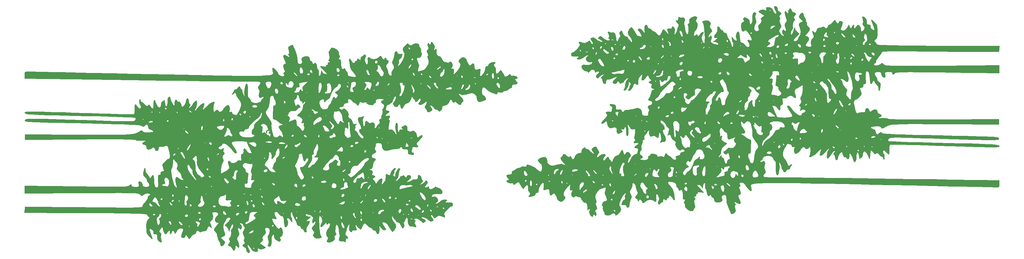
<source format=gbr>
%TF.GenerationSoftware,KiCad,Pcbnew,8.0.1*%
%TF.CreationDate,2024-05-19T23:00:45-06:00*%
%TF.ProjectId,BackDesign,4261636b-4465-4736-9967-6e2e6b696361,rev?*%
%TF.SameCoordinates,Original*%
%TF.FileFunction,Legend,Bot*%
%TF.FilePolarity,Positive*%
%FSLAX46Y46*%
G04 Gerber Fmt 4.6, Leading zero omitted, Abs format (unit mm)*
G04 Created by KiCad (PCBNEW 8.0.1) date 2024-05-19 23:00:45*
%MOMM*%
%LPD*%
G01*
G04 APERTURE LIST*
%ADD10C,0.300000*%
%ADD11C,0.000000*%
G04 APERTURE END LIST*
D10*
X124654357Y-115352472D02*
X124582928Y-115209615D01*
X124582928Y-115209615D02*
X124582928Y-114995329D01*
X124582928Y-114995329D02*
X124654357Y-114781043D01*
X124654357Y-114781043D02*
X124797214Y-114638186D01*
X124797214Y-114638186D02*
X124940071Y-114566757D01*
X124940071Y-114566757D02*
X125225785Y-114495329D01*
X125225785Y-114495329D02*
X125440071Y-114495329D01*
X125440071Y-114495329D02*
X125725785Y-114566757D01*
X125725785Y-114566757D02*
X125868642Y-114638186D01*
X125868642Y-114638186D02*
X126011500Y-114781043D01*
X126011500Y-114781043D02*
X126082928Y-114995329D01*
X126082928Y-114995329D02*
X126082928Y-115138186D01*
X126082928Y-115138186D02*
X126011500Y-115352472D01*
X126011500Y-115352472D02*
X125940071Y-115423900D01*
X125940071Y-115423900D02*
X125440071Y-115423900D01*
X125440071Y-115423900D02*
X125440071Y-115138186D01*
X124582928Y-116281043D02*
X124940071Y-116281043D01*
X124797214Y-115923900D02*
X124940071Y-116281043D01*
X124940071Y-116281043D02*
X124797214Y-116638186D01*
X125225785Y-116066757D02*
X124940071Y-116281043D01*
X124940071Y-116281043D02*
X125225785Y-116495329D01*
X124582928Y-117423900D02*
X124940071Y-117423900D01*
X124797214Y-117066757D02*
X124940071Y-117423900D01*
X124940071Y-117423900D02*
X124797214Y-117781043D01*
X125225785Y-117209614D02*
X124940071Y-117423900D01*
X124940071Y-117423900D02*
X125225785Y-117638186D01*
X124582928Y-118566757D02*
X124940071Y-118566757D01*
X124797214Y-118209614D02*
X124940071Y-118566757D01*
X124940071Y-118566757D02*
X124797214Y-118923900D01*
X125225785Y-118352471D02*
X124940071Y-118566757D01*
X124940071Y-118566757D02*
X125225785Y-118781043D01*
X266726657Y-110590272D02*
X266655228Y-110447415D01*
X266655228Y-110447415D02*
X266655228Y-110233129D01*
X266655228Y-110233129D02*
X266726657Y-110018843D01*
X266726657Y-110018843D02*
X266869514Y-109875986D01*
X266869514Y-109875986D02*
X267012371Y-109804557D01*
X267012371Y-109804557D02*
X267298085Y-109733129D01*
X267298085Y-109733129D02*
X267512371Y-109733129D01*
X267512371Y-109733129D02*
X267798085Y-109804557D01*
X267798085Y-109804557D02*
X267940942Y-109875986D01*
X267940942Y-109875986D02*
X268083800Y-110018843D01*
X268083800Y-110018843D02*
X268155228Y-110233129D01*
X268155228Y-110233129D02*
X268155228Y-110375986D01*
X268155228Y-110375986D02*
X268083800Y-110590272D01*
X268083800Y-110590272D02*
X268012371Y-110661700D01*
X268012371Y-110661700D02*
X267512371Y-110661700D01*
X267512371Y-110661700D02*
X267512371Y-110375986D01*
X266655228Y-111518843D02*
X267012371Y-111518843D01*
X266869514Y-111161700D02*
X267012371Y-111518843D01*
X267012371Y-111518843D02*
X266869514Y-111875986D01*
X267298085Y-111304557D02*
X267012371Y-111518843D01*
X267012371Y-111518843D02*
X267298085Y-111733129D01*
X266655228Y-112661700D02*
X267012371Y-112661700D01*
X266869514Y-112304557D02*
X267012371Y-112661700D01*
X267012371Y-112661700D02*
X266869514Y-113018843D01*
X267298085Y-112447414D02*
X267012371Y-112661700D01*
X267012371Y-112661700D02*
X267298085Y-112875986D01*
X266655228Y-113804557D02*
X267012371Y-113804557D01*
X266869514Y-113447414D02*
X267012371Y-113804557D01*
X267012371Y-113804557D02*
X266869514Y-114161700D01*
X267298085Y-113590271D02*
X267012371Y-113804557D01*
X267012371Y-113804557D02*
X267298085Y-114018843D01*
D11*
%TO.C,G\u002A\u002A\u002A*%
G36*
X173094188Y-88677382D02*
G01*
X173580823Y-89231660D01*
X173657557Y-89341666D01*
X173908949Y-89918183D01*
X173773975Y-90452109D01*
X173628013Y-90821382D01*
X173763179Y-91000782D01*
X173840111Y-90989589D01*
X174042898Y-90711545D01*
X174056340Y-90623543D01*
X174276873Y-90568467D01*
X174398221Y-90835541D01*
X174380182Y-91405510D01*
X174355816Y-91656297D01*
X174488555Y-92298776D01*
X174827312Y-92741837D01*
X175263261Y-92812134D01*
X175340167Y-92807170D01*
X175680441Y-93070107D01*
X176042189Y-93652874D01*
X176146626Y-93861954D01*
X176455600Y-94343719D01*
X176657029Y-94458183D01*
X176870537Y-94421516D01*
X177355344Y-94589127D01*
X177796810Y-94740284D01*
X178109860Y-94528800D01*
X178114328Y-94521535D01*
X178368531Y-94314801D01*
X178751027Y-94534044D01*
X178993816Y-94809943D01*
X179156164Y-95496148D01*
X178839175Y-96158231D01*
X178788844Y-96211739D01*
X178681754Y-96428653D01*
X179039703Y-96417694D01*
X179338666Y-96408031D01*
X179504846Y-96633941D01*
X179487796Y-97256761D01*
X179397595Y-98186934D01*
X180366828Y-97120202D01*
X180731329Y-96676571D01*
X181211121Y-95834273D01*
X181333240Y-95137566D01*
X181068430Y-94687879D01*
X180820992Y-94374864D01*
X180929577Y-93871661D01*
X181470671Y-93349441D01*
X181686562Y-93214683D01*
X182193411Y-93052568D01*
X182686629Y-93247168D01*
X183023029Y-93535883D01*
X183230132Y-93943831D01*
X183350936Y-94372452D01*
X183672187Y-94979334D01*
X183967998Y-95391152D01*
X184238822Y-95486118D01*
X184619588Y-95198998D01*
X184838340Y-95012514D01*
X185175218Y-94874421D01*
X185365333Y-95163505D01*
X185477647Y-95939261D01*
X185487447Y-96034809D01*
X185648028Y-96644953D01*
X185950925Y-96771250D01*
X186212705Y-96701010D01*
X186851754Y-96523641D01*
X186946281Y-96498728D01*
X187208265Y-96510708D01*
X187274181Y-96807063D01*
X187186326Y-97512850D01*
X187147210Y-97809649D01*
X187131750Y-98409494D01*
X187231402Y-98648094D01*
X187242867Y-98647843D01*
X187669425Y-98404360D01*
X187788656Y-98254535D01*
X188904600Y-98254535D01*
X188911626Y-98281792D01*
X189174813Y-98374975D01*
X189248876Y-98363861D01*
X189445026Y-98085739D01*
X189423810Y-97986952D01*
X189174813Y-97965298D01*
X189093948Y-98021355D01*
X188904600Y-98254535D01*
X187788656Y-98254535D01*
X188124524Y-97832484D01*
X188486674Y-97121594D01*
X188634388Y-96461070D01*
X188639125Y-96266648D01*
X188775575Y-95776867D01*
X189166333Y-95643793D01*
X189477507Y-95579903D01*
X189556801Y-95271147D01*
X189539809Y-95195582D01*
X189767916Y-94888503D01*
X190511027Y-94617392D01*
X191081011Y-94490259D01*
X191494890Y-94489929D01*
X191606728Y-94694160D01*
X191583506Y-94832441D01*
X191268962Y-95171453D01*
X191244350Y-95180933D01*
X191127384Y-95407129D01*
X191436095Y-95866003D01*
X191726469Y-96319955D01*
X191772869Y-97118200D01*
X191718669Y-97414517D01*
X191799663Y-97878262D01*
X192129780Y-97895874D01*
X192625859Y-97436337D01*
X193147839Y-96765612D01*
X193728347Y-97559234D01*
X193795758Y-97653253D01*
X194160244Y-98241629D01*
X194308856Y-98628463D01*
X194349149Y-98734683D01*
X194663477Y-98764210D01*
X195131182Y-98561099D01*
X195560409Y-98192225D01*
X195574837Y-98174428D01*
X195844254Y-97962665D01*
X196031373Y-98247700D01*
X196158577Y-98453361D01*
X196456223Y-98520489D01*
X196754148Y-98439843D01*
X197335208Y-98519076D01*
X197862153Y-98763012D01*
X198091835Y-99087379D01*
X198029367Y-99280525D01*
X197644636Y-99467449D01*
X197429066Y-99476899D01*
X197347916Y-99596478D01*
X197644636Y-99966911D01*
X197713968Y-100046429D01*
X198057716Y-100629997D01*
X197912634Y-100985825D01*
X197281196Y-101106158D01*
X197266157Y-101106193D01*
X196713333Y-101167590D01*
X196502557Y-101310997D01*
X196508980Y-101354968D01*
X196453252Y-101973510D01*
X196098325Y-102198631D01*
X195849753Y-102261242D01*
X195389707Y-102608309D01*
X195057031Y-102854860D01*
X194410876Y-103017986D01*
X193998471Y-103087194D01*
X193768430Y-103312805D01*
X193571299Y-103479615D01*
X192957792Y-103427664D01*
X192680174Y-103374726D01*
X192659930Y-103370866D01*
X192252116Y-103403162D01*
X192147154Y-103708302D01*
X192059315Y-104003935D01*
X191674281Y-103969524D01*
X191137923Y-103750408D01*
X190905012Y-103658277D01*
X190409690Y-103462347D01*
X189725651Y-103100489D01*
X189174813Y-102673070D01*
X189003356Y-102540029D01*
X188569846Y-102155207D01*
X188067695Y-101942667D01*
X187780258Y-102227947D01*
X187688643Y-103017910D01*
X187693293Y-103262138D01*
X187757140Y-103867865D01*
X187872002Y-104110394D01*
X187936754Y-104120390D01*
X188337538Y-104396819D01*
X188728608Y-104874993D01*
X188904601Y-105315285D01*
X188870707Y-105412362D01*
X188488791Y-105726135D01*
X187818804Y-106023937D01*
X187632812Y-106085098D01*
X187006200Y-106244872D01*
X186642408Y-106177979D01*
X186343613Y-105862813D01*
X186134309Y-105445247D01*
X186091784Y-104876730D01*
X186049087Y-104478369D01*
X185842189Y-104262783D01*
X185565097Y-103974055D01*
X185549459Y-103964905D01*
X185231773Y-103779026D01*
X184810782Y-103672299D01*
X184236304Y-103729822D01*
X183326765Y-103949611D01*
X182959920Y-104038299D01*
X182817836Y-104072649D01*
X181935465Y-104197843D01*
X181620059Y-104129174D01*
X181491621Y-104101211D01*
X181383968Y-104010680D01*
X180946835Y-103846427D01*
X180902303Y-103988597D01*
X181203537Y-104336872D01*
X181599460Y-104751005D01*
X182087848Y-105426457D01*
X182191178Y-105618785D01*
X182283167Y-105995659D01*
X182020294Y-106194265D01*
X181827072Y-106314064D01*
X181608856Y-106734304D01*
X181602897Y-106821083D01*
X181378301Y-107090531D01*
X180929303Y-107000433D01*
X180393762Y-106569488D01*
X180392898Y-106568552D01*
X180311998Y-106480916D01*
X179899208Y-106196039D01*
X179527567Y-106341285D01*
X179465718Y-106390772D01*
X179177342Y-106462837D01*
X178993753Y-106056034D01*
X178981547Y-106011794D01*
X178706905Y-105599927D01*
X178371917Y-105661357D01*
X178132118Y-106174669D01*
X177975490Y-106583900D01*
X177931722Y-106625584D01*
X177378572Y-107152397D01*
X176526419Y-107379193D01*
X176160334Y-107449485D01*
X176066043Y-107655352D01*
X176114488Y-107796272D01*
X176011589Y-108312036D01*
X175679002Y-108797625D01*
X175673256Y-108806014D01*
X175249349Y-109026588D01*
X175071718Y-108997356D01*
X174853537Y-108753470D01*
X174768171Y-108615406D01*
X174756517Y-108596558D01*
X174322618Y-108480352D01*
X173969316Y-108387139D01*
X173519486Y-107966247D01*
X173296016Y-107655183D01*
X172800355Y-107278800D01*
X172543814Y-107201785D01*
X172527343Y-107319249D01*
X172524829Y-107337178D01*
X172813789Y-107815598D01*
X173091314Y-108288480D01*
X173100068Y-108602014D01*
X172780328Y-108904037D01*
X172267884Y-109203506D01*
X171797653Y-109260268D01*
X171610983Y-108979814D01*
X171522379Y-108686236D01*
X171184463Y-108183555D01*
X170953161Y-107881953D01*
X170925542Y-107527759D01*
X171221066Y-106992773D01*
X171432583Y-106623656D01*
X171542858Y-106195103D01*
X171323550Y-106151102D01*
X170822863Y-106545764D01*
X170746688Y-106618651D01*
X170108053Y-107009391D01*
X170094377Y-107011503D01*
X169899636Y-107041574D01*
X169482059Y-107106056D01*
X169062885Y-106872588D01*
X169049731Y-106677586D01*
X169317150Y-106292910D01*
X169365726Y-106249265D01*
X169649458Y-105815449D01*
X169712313Y-105392932D01*
X169514280Y-105202932D01*
X169311409Y-105323631D01*
X168971565Y-105749169D01*
X168587629Y-106179096D01*
X168245562Y-106282875D01*
X168098218Y-106010867D01*
X167949445Y-105653898D01*
X167557792Y-105140013D01*
X167537363Y-105118993D01*
X167261268Y-104834917D01*
X167059994Y-104745155D01*
X167017366Y-105040075D01*
X166952719Y-105395374D01*
X166617356Y-106014518D01*
X166326048Y-106304534D01*
X166135466Y-106494271D01*
X165666303Y-106645408D01*
X165634317Y-106641917D01*
X165239278Y-106855711D01*
X164849524Y-107420290D01*
X164653918Y-107789109D01*
X164270819Y-108238998D01*
X163974153Y-108150845D01*
X163853405Y-107787260D01*
X163766121Y-107524438D01*
X163647540Y-106978147D01*
X163510068Y-106915476D01*
X163242811Y-107291738D01*
X163136618Y-107448391D01*
X162768412Y-107727249D01*
X162240859Y-107589296D01*
X161912131Y-107333605D01*
X161647648Y-106886375D01*
X161597434Y-106475535D01*
X161824083Y-106295406D01*
X161886954Y-106275230D01*
X162136438Y-105944334D01*
X162366081Y-105386997D01*
X162494260Y-104837439D01*
X162439349Y-104529882D01*
X162222360Y-104645119D01*
X161914674Y-105080400D01*
X161635348Y-105646143D01*
X161497287Y-106148374D01*
X161491486Y-106169671D01*
X161227336Y-106435371D01*
X160722244Y-106796444D01*
X160397154Y-106989178D01*
X160185698Y-107114543D01*
X160093855Y-107149582D01*
X159827188Y-107251320D01*
X159756718Y-107462000D01*
X159619380Y-108002395D01*
X159560437Y-108293511D01*
X159609054Y-108664223D01*
X159970739Y-108753470D01*
X160024176Y-108754100D01*
X160548445Y-108888639D01*
X160585122Y-109194034D01*
X160117719Y-109577814D01*
X159809381Y-109768978D01*
X159485804Y-110116767D01*
X159592070Y-110318495D01*
X160126941Y-110280025D01*
X160646043Y-110238046D01*
X160802473Y-110507417D01*
X160778145Y-110679717D01*
X160503411Y-111092997D01*
X160358326Y-111237080D01*
X160538030Y-111488257D01*
X160666283Y-111618159D01*
X160667458Y-112030740D01*
X160635136Y-112094686D01*
X160485845Y-112651887D01*
X160384867Y-113426429D01*
X160373503Y-113587721D01*
X160371948Y-114179287D01*
X160528586Y-114383799D01*
X160920919Y-114332216D01*
X161207562Y-114294957D01*
X161648223Y-114483002D01*
X162122488Y-115083730D01*
X162709666Y-115991104D01*
X162501083Y-115171750D01*
X162378690Y-114506663D01*
X162317534Y-113606151D01*
X162362050Y-112835355D01*
X162511478Y-112397415D01*
X162587808Y-112333058D01*
X162850325Y-112379782D01*
X163004145Y-112894563D01*
X163028215Y-113819459D01*
X163024557Y-114176961D01*
X163092526Y-114791932D01*
X163240234Y-115035191D01*
X163370845Y-114977156D01*
X163504601Y-114593659D01*
X163609100Y-114307439D01*
X164060469Y-114299053D01*
X164192674Y-114332030D01*
X164457287Y-114329869D01*
X164292176Y-114051189D01*
X164129339Y-113820114D01*
X164074074Y-113594719D01*
X164680138Y-113250816D01*
X165161723Y-113035576D01*
X165441363Y-113048622D01*
X165665584Y-113259046D01*
X165810521Y-113553240D01*
X165816156Y-114168872D01*
X165814895Y-114602244D01*
X166252643Y-114853344D01*
X166683132Y-114888630D01*
X167211034Y-114712948D01*
X167589641Y-114616263D01*
X168075630Y-114869422D01*
X168473692Y-115386576D01*
X168638643Y-116033434D01*
X168706710Y-116543470D01*
X168965443Y-116619058D01*
X169478531Y-116237468D01*
X169850483Y-116006002D01*
X170268170Y-115996258D01*
X170334708Y-116122630D01*
X170117121Y-116587719D01*
X169461448Y-117344165D01*
X168974260Y-117860315D01*
X168621350Y-118320649D01*
X168572201Y-118614236D01*
X168773429Y-118858578D01*
X168947427Y-119053845D01*
X168942186Y-119378845D01*
X168556933Y-119553729D01*
X167897803Y-119500670D01*
X167450487Y-119471482D01*
X167287579Y-119762815D01*
X167272768Y-119974476D01*
X167123563Y-120611778D01*
X167088590Y-120880909D01*
X167393776Y-121043793D01*
X167611210Y-121103532D01*
X167828005Y-121485324D01*
X167698027Y-121787838D01*
X167220026Y-121762172D01*
X167017366Y-121715607D01*
X166794849Y-121664480D01*
X166264054Y-121593759D01*
X166043102Y-121426883D01*
X165993841Y-120838954D01*
X166003697Y-120363054D01*
X165789962Y-120154092D01*
X165612260Y-120155017D01*
X165193430Y-120157198D01*
X165076129Y-120165006D01*
X164491210Y-120104925D01*
X164315239Y-119815800D01*
X164222919Y-119515063D01*
X163917510Y-119429950D01*
X163628149Y-119746481D01*
X163601164Y-119793516D01*
X163191130Y-120000371D01*
X162488226Y-120077083D01*
X162466008Y-120076926D01*
X161507135Y-120169529D01*
X160612890Y-120399022D01*
X160126941Y-120503787D01*
X159698906Y-120596067D01*
X158916072Y-120377770D01*
X158550700Y-119877614D01*
X158435913Y-119720482D01*
X158386576Y-119339055D01*
X165220041Y-119339055D01*
X165612260Y-119405083D01*
X166085868Y-119321113D01*
X166153927Y-119014326D01*
X165779350Y-118433090D01*
X165686191Y-118319864D01*
X165462051Y-118113952D01*
X165488022Y-118347609D01*
X165515973Y-118596926D01*
X165320932Y-119098684D01*
X165310613Y-119109230D01*
X165220041Y-119339055D01*
X158386576Y-119339055D01*
X158297967Y-118654008D01*
X158298029Y-118642682D01*
X158044359Y-118401223D01*
X157559920Y-118337953D01*
X157365880Y-118312610D01*
X157212252Y-118318464D01*
X156925078Y-118329407D01*
X156577681Y-118455122D01*
X156589927Y-118756905D01*
X156631298Y-119036807D01*
X156441140Y-119587835D01*
X156264660Y-119906581D01*
X156436478Y-120290637D01*
X156696133Y-120665792D01*
X156653446Y-121119644D01*
X156141303Y-121366195D01*
X156049293Y-121384509D01*
X155606730Y-121667415D01*
X155412135Y-122104701D01*
X155499772Y-122506389D01*
X155903902Y-122682502D01*
X156398982Y-122774730D01*
X156611525Y-123082207D01*
X156338569Y-123506382D01*
X156275417Y-123569900D01*
X155974970Y-124128870D01*
X155766583Y-124902919D01*
X155675403Y-125358396D01*
X155436885Y-125841572D01*
X155025916Y-125991604D01*
X154776292Y-126007156D01*
X154622937Y-126052027D01*
X154992898Y-126159758D01*
X155437352Y-126341118D01*
X155764599Y-126761075D01*
X155608537Y-127261897D01*
X155585535Y-127290636D01*
X155500203Y-127590370D01*
X155894206Y-127780868D01*
X156331664Y-127965345D01*
X156433283Y-128253999D01*
X156006196Y-128544831D01*
X155852927Y-128608096D01*
X155679512Y-128781767D01*
X155974671Y-129058818D01*
X156219130Y-129308051D01*
X156522566Y-129926946D01*
X156624487Y-130212095D01*
X156807178Y-130115049D01*
X157152777Y-129578739D01*
X157236766Y-129445498D01*
X157712507Y-128908707D01*
X158151850Y-128691104D01*
X158361887Y-128718657D01*
X158525588Y-128962305D01*
X158465231Y-129578739D01*
X158303202Y-130466373D01*
X158932838Y-129856421D01*
X159400958Y-129182966D01*
X159498477Y-128285991D01*
X159483708Y-128032510D01*
X159514144Y-127483977D01*
X159741380Y-127366950D01*
X160258731Y-127596838D01*
X160494572Y-127699873D01*
X160759579Y-127606824D01*
X160933605Y-127070684D01*
X161155086Y-126541303D01*
X161534124Y-126040398D01*
X161950137Y-125683384D01*
X162285791Y-125570241D01*
X162423749Y-125800948D01*
X162400810Y-125974817D01*
X162149129Y-126372352D01*
X162061684Y-126453740D01*
X162048641Y-126828684D01*
X162090459Y-126981764D01*
X161883324Y-127325513D01*
X161707961Y-127575598D01*
X161805758Y-127956919D01*
X162185431Y-128144868D01*
X162275348Y-128124663D01*
X162290493Y-127874774D01*
X162250649Y-127690018D01*
X162375764Y-127125974D01*
X162679491Y-126465263D01*
X163056206Y-125916125D01*
X163400283Y-125686803D01*
X163521270Y-125698278D01*
X163767620Y-125935100D01*
X163579473Y-126339441D01*
X163552879Y-126374691D01*
X163411477Y-126828578D01*
X163320579Y-127541012D01*
X163317363Y-127585772D01*
X163135010Y-128374932D01*
X162792560Y-128888420D01*
X162538476Y-129125076D01*
X162463139Y-129368194D01*
X162493694Y-129386212D01*
X162801861Y-129266372D01*
X163230246Y-128900783D01*
X163610636Y-128453533D01*
X163774813Y-128088709D01*
X163787774Y-127986674D01*
X163952611Y-127960420D01*
X164097034Y-128009610D01*
X164489839Y-127838620D01*
X164780966Y-127693781D01*
X165016483Y-127977549D01*
X165237683Y-128319260D01*
X165528386Y-128383127D01*
X165666303Y-128037201D01*
X165802975Y-127795475D01*
X166341644Y-127695803D01*
X166651370Y-127746689D01*
X166981560Y-128038617D01*
X166854997Y-128532834D01*
X166274281Y-129172344D01*
X165531196Y-129810662D01*
X166206728Y-129627134D01*
X166705853Y-129447767D01*
X167257592Y-129138960D01*
X167612714Y-128972772D01*
X168270890Y-128918814D01*
X168460818Y-128936586D01*
X168821567Y-128812653D01*
X168908856Y-128300973D01*
X168930888Y-127800357D01*
X169098534Y-127624441D01*
X169562288Y-127764411D01*
X169824859Y-128000200D01*
X169989707Y-128561006D01*
X170062545Y-128976994D01*
X170327473Y-129311536D01*
X170340878Y-129316656D01*
X170405390Y-129560076D01*
X169989707Y-130030601D01*
X169314175Y-130629951D01*
X170192366Y-130199751D01*
X170310452Y-130139490D01*
X170850892Y-129786630D01*
X171070558Y-129503446D01*
X171211686Y-129250711D01*
X171524292Y-129324641D01*
X171799631Y-129689559D01*
X171800872Y-130073987D01*
X171380023Y-130625726D01*
X171032378Y-131009884D01*
X171076586Y-131289494D01*
X171295877Y-131333909D01*
X171757926Y-131139240D01*
X171764132Y-131134045D01*
X172073978Y-130958024D01*
X172151409Y-131223066D01*
X172202983Y-131501052D01*
X172548958Y-131807938D01*
X173074565Y-131770343D01*
X173606842Y-131370720D01*
X174016083Y-130986161D01*
X174239705Y-131080889D01*
X174366775Y-131254710D01*
X174834175Y-131422287D01*
X175120790Y-131476169D01*
X175675233Y-131846502D01*
X176055031Y-132403084D01*
X176097469Y-132949239D01*
X175941355Y-133181761D01*
X175524470Y-133310971D01*
X174732371Y-133268213D01*
X173875724Y-133251422D01*
X173197597Y-133479287D01*
X172962047Y-133964196D01*
X173026789Y-134070113D01*
X173386941Y-134047111D01*
X173946266Y-133990597D01*
X174469423Y-134264199D01*
X174775316Y-134754516D01*
X174775284Y-135307800D01*
X174380664Y-135770303D01*
X174254171Y-135846322D01*
X174066338Y-136015176D01*
X174347578Y-136056993D01*
X174652359Y-135987515D01*
X175147111Y-135627168D01*
X175694586Y-135169447D01*
X176482165Y-134861712D01*
X177185909Y-134887852D01*
X177351492Y-134957398D01*
X177476122Y-135125391D01*
X177154441Y-135413249D01*
X177075878Y-135473041D01*
X176925766Y-135656130D01*
X177161659Y-135724662D01*
X177859615Y-135710722D01*
X178003628Y-135704571D01*
X178683753Y-135721410D01*
X179006817Y-135887095D01*
X179128181Y-136270137D01*
X179094752Y-136721401D01*
X178722862Y-136907771D01*
X178494426Y-136983131D01*
X177935081Y-137380866D01*
X177320754Y-138001262D01*
X177187410Y-138159687D01*
X176732470Y-138771533D01*
X176604535Y-139168434D01*
X176751281Y-139486894D01*
X176796416Y-139544544D01*
X176953763Y-139970394D01*
X176716771Y-140135034D01*
X176490760Y-140053386D01*
X176195978Y-139946895D01*
X175850939Y-139763541D01*
X175017553Y-139659473D01*
X174583324Y-139898141D01*
X174227357Y-140093793D01*
X173835427Y-140346277D01*
X173593709Y-140298631D01*
X173400471Y-139873868D01*
X173069295Y-139449590D01*
X172798254Y-139417232D01*
X172795561Y-139457884D01*
X172781697Y-139667170D01*
X173053775Y-140113624D01*
X173395188Y-140584169D01*
X173436189Y-141052278D01*
X172980781Y-141328729D01*
X172517810Y-141293375D01*
X171878589Y-140842063D01*
X171792463Y-140755906D01*
X171779921Y-140746919D01*
X171259010Y-140373662D01*
X170942083Y-140229810D01*
X170667287Y-140105082D01*
X170239490Y-140022062D01*
X170187463Y-140011965D01*
X169989707Y-140156106D01*
X170194353Y-140383741D01*
X170708997Y-140678766D01*
X171122314Y-140891379D01*
X171251232Y-141120844D01*
X170982963Y-141460133D01*
X170919322Y-141523358D01*
X170611293Y-141732441D01*
X170289823Y-141629761D01*
X169776014Y-141172718D01*
X169763581Y-141160759D01*
X169730770Y-141136979D01*
X169146752Y-140713708D01*
X169043962Y-140673142D01*
X168516331Y-140464914D01*
X168025640Y-140450930D01*
X167828005Y-140708309D01*
X167842847Y-140792526D01*
X168131304Y-140981427D01*
X168293869Y-141039104D01*
X168138999Y-141341438D01*
X167994445Y-141712116D01*
X168231479Y-142261475D01*
X168234496Y-142265837D01*
X168478987Y-142803864D01*
X168322147Y-143033935D01*
X167812051Y-142884625D01*
X167483765Y-142767465D01*
X167447024Y-142768211D01*
X167017366Y-142776933D01*
X166922558Y-142778858D01*
X166741361Y-142805731D01*
X166476941Y-142630163D01*
X166338969Y-142538553D01*
X166206728Y-142246235D01*
X166048315Y-141896063D01*
X165936515Y-140999382D01*
X165914704Y-140653572D01*
X165902287Y-140622264D01*
X166633764Y-140622264D01*
X167017366Y-140665185D01*
X167389077Y-140627114D01*
X167355132Y-140527428D01*
X167232820Y-140491355D01*
X166679600Y-140527428D01*
X166633764Y-140622264D01*
X165902287Y-140622264D01*
X165801409Y-140367901D01*
X165742928Y-140220442D01*
X165483378Y-140276789D01*
X165236838Y-140844868D01*
X165061924Y-141296088D01*
X164816864Y-141527664D01*
X164728146Y-141670852D01*
X164872536Y-142105763D01*
X164873394Y-142107385D01*
X165032424Y-142651512D01*
X164766558Y-143100371D01*
X164729210Y-143137553D01*
X164720558Y-143143178D01*
X164454199Y-143316337D01*
X164230015Y-143137771D01*
X163943329Y-142522271D01*
X163928536Y-142486862D01*
X163617197Y-141971144D01*
X163489375Y-141759413D01*
X162977963Y-141527664D01*
X162650374Y-141451314D01*
X162423749Y-141117986D01*
X162392232Y-140929385D01*
X162144829Y-140708309D01*
X161911146Y-140566954D01*
X161621532Y-140093793D01*
X161471517Y-139734589D01*
X161385293Y-139700920D01*
X161360026Y-140188022D01*
X161462820Y-140733949D01*
X161859022Y-141368875D01*
X162423642Y-142126149D01*
X162526423Y-142972273D01*
X162104384Y-143788997D01*
X161515762Y-144456938D01*
X160945939Y-143743376D01*
X160906739Y-143686939D01*
X160473048Y-143062551D01*
X160082794Y-142341146D01*
X159783315Y-141894974D01*
X159366052Y-141715978D01*
X159079594Y-141593095D01*
X158698865Y-141576135D01*
X158513347Y-141706157D01*
X158707903Y-142145204D01*
X158982373Y-142601173D01*
X159420637Y-143228959D01*
X159524363Y-143365293D01*
X159635570Y-143684620D01*
X159309877Y-143889454D01*
X159288786Y-143897273D01*
X158789435Y-143852491D01*
X158235131Y-143330510D01*
X157645692Y-142583334D01*
X157670359Y-143754056D01*
X157663950Y-144256303D01*
X157542222Y-144806764D01*
X157532559Y-144813568D01*
X157243017Y-145017454D01*
X156927241Y-144967781D01*
X156702592Y-144479650D01*
X156567020Y-144086001D01*
X156456551Y-144040212D01*
X156172048Y-143922285D01*
X155934037Y-143904265D01*
X155803537Y-143787523D01*
X155572550Y-143580887D01*
X155455983Y-143386667D01*
X155050108Y-143166373D01*
X155033908Y-143165748D01*
X154606175Y-142956005D01*
X154296332Y-142668145D01*
X154097670Y-142483578D01*
X153788100Y-142144250D01*
X153686870Y-142076499D01*
X153354767Y-141854228D01*
X153029347Y-142050858D01*
X152696090Y-142756696D01*
X152629982Y-142919460D01*
X152430285Y-143312383D01*
X152342867Y-143484387D01*
X152124815Y-143712610D01*
X152055232Y-143686412D01*
X151997979Y-143637241D01*
X151692671Y-143375033D01*
X151200720Y-142824975D01*
X150959579Y-142542952D01*
X150674871Y-142296711D01*
X150671367Y-142483578D01*
X150701011Y-142566934D01*
X150970345Y-143380953D01*
X151020121Y-143805626D01*
X150826933Y-143952578D01*
X150659190Y-143945591D01*
X150367379Y-143933435D01*
X149903891Y-143946906D01*
X149827013Y-143949140D01*
X149656196Y-144190567D01*
X149619222Y-144469616D01*
X149416914Y-144476698D01*
X149334427Y-144479586D01*
X148922297Y-144133474D01*
X148743509Y-143695283D01*
X148780397Y-142836162D01*
X148792198Y-142778786D01*
X148887524Y-142235062D01*
X148818340Y-142157408D01*
X148542679Y-142483578D01*
X148279087Y-142928582D01*
X148111067Y-143525726D01*
X148053577Y-143907464D01*
X147808952Y-144575984D01*
X147745649Y-144704168D01*
X147696151Y-145142929D01*
X148083686Y-145532630D01*
X148309086Y-145746660D01*
X148481330Y-146118820D01*
X148406244Y-146361081D01*
X148083802Y-146295570D01*
X147909685Y-146391840D01*
X147832260Y-146870793D01*
X147828102Y-147068700D01*
X147736542Y-147410483D01*
X147480433Y-147308020D01*
X147182899Y-147166990D01*
X147043530Y-147165401D01*
X146571953Y-147160023D01*
X146455525Y-147182527D01*
X145976424Y-147037027D01*
X145775457Y-146562379D01*
X145932233Y-145913681D01*
X146049226Y-145597855D01*
X146014212Y-145243472D01*
X145977999Y-145186419D01*
X145857309Y-144708193D01*
X145781308Y-143972093D01*
X145768096Y-143794930D01*
X145612156Y-142989947D01*
X145360594Y-142433879D01*
X145286510Y-142347302D01*
X145082516Y-142223394D01*
X144948679Y-142476985D01*
X144826223Y-143191390D01*
X144802918Y-143381140D01*
X144791685Y-144236017D01*
X144948565Y-144763235D01*
X145078889Y-145081964D01*
X144775100Y-145393869D01*
X144684624Y-145476069D01*
X144494963Y-145648381D01*
X144556895Y-146101713D01*
X144569653Y-146125514D01*
X144604661Y-146568697D01*
X144181012Y-147041509D01*
X144169952Y-147050250D01*
X143496639Y-147419152D01*
X142869574Y-147517480D01*
X142408379Y-147380214D01*
X142232679Y-147042337D01*
X142462096Y-146538833D01*
X142482506Y-146513725D01*
X142665306Y-146125103D01*
X142387510Y-145797149D01*
X142131344Y-145377574D01*
X142082188Y-144660873D01*
X142267891Y-143912722D01*
X142662341Y-143364273D01*
X142944142Y-143010530D01*
X143147013Y-142479157D01*
X143188124Y-142005553D01*
X143019287Y-141800782D01*
X142877437Y-141841068D01*
X142482047Y-142128524D01*
X142475871Y-142134743D01*
X142224131Y-142278432D01*
X142157792Y-141934002D01*
X142097138Y-141687860D01*
X141865603Y-141808171D01*
X141392906Y-142337800D01*
X141346537Y-142391860D01*
X141298337Y-142448054D01*
X140941835Y-142747903D01*
X140754617Y-142905369D01*
X140403212Y-142942449D01*
X140335116Y-142606757D01*
X140641319Y-141945756D01*
X140728066Y-141804423D01*
X140772721Y-141664223D01*
X146499334Y-141664223D01*
X146561724Y-142208953D01*
X146766987Y-142860034D01*
X147043530Y-143254070D01*
X147318039Y-143249135D01*
X147343006Y-143220937D01*
X147389169Y-142783725D01*
X147040599Y-142042084D01*
X146762328Y-141610167D01*
X146704895Y-141557870D01*
X146551044Y-141417776D01*
X146499334Y-141664223D01*
X140772721Y-141664223D01*
X140922863Y-141192832D01*
X140855532Y-140860987D01*
X152155664Y-140860987D01*
X152195296Y-141055894D01*
X152430285Y-141115233D01*
X152532665Y-140995438D01*
X152527044Y-140635324D01*
X152290771Y-140447845D01*
X152274824Y-140435191D01*
X152218327Y-140486425D01*
X152155664Y-140860987D01*
X140855532Y-140860987D01*
X140773283Y-140455616D01*
X140755589Y-140405687D01*
X140577513Y-140045892D01*
X146251440Y-140045892D01*
X146481196Y-140435191D01*
X146548676Y-140535221D01*
X146704895Y-140622710D01*
X146747271Y-140214233D01*
X146685573Y-139843126D01*
X146681545Y-139841338D01*
X146481196Y-139752395D01*
X146303809Y-139868842D01*
X146251440Y-140045892D01*
X140577513Y-140045892D01*
X140478670Y-139846183D01*
X140371138Y-139752395D01*
X140806728Y-139752395D01*
X140941835Y-139888954D01*
X141076941Y-139752395D01*
X140941835Y-139615836D01*
X140806728Y-139752395D01*
X140371138Y-139752395D01*
X140214568Y-139615836D01*
X140122966Y-139744292D01*
X140072638Y-140117964D01*
X140048649Y-140296076D01*
X140031605Y-141160783D01*
X140064351Y-142204651D01*
X140139404Y-143293916D01*
X140249280Y-144294815D01*
X140386496Y-145073587D01*
X140543568Y-145496468D01*
X140659114Y-145643067D01*
X140778678Y-145928257D01*
X140535577Y-146110381D01*
X139844574Y-146285676D01*
X139832074Y-146288231D01*
X139757001Y-146303575D01*
X139059645Y-146301166D01*
X138523771Y-145913026D01*
X138385810Y-145751190D01*
X138185737Y-145332331D01*
X138374813Y-144941642D01*
X138433301Y-144867105D01*
X138563770Y-144477030D01*
X138277000Y-144027379D01*
X137930267Y-143546607D01*
X137913381Y-143041840D01*
X138374813Y-142483578D01*
X138726048Y-142053687D01*
X138906645Y-141553613D01*
X138900560Y-141420659D01*
X138825168Y-141309272D01*
X138811366Y-141288880D01*
X138534487Y-141602306D01*
X138360608Y-141822117D01*
X138161801Y-141899472D01*
X138013964Y-141479958D01*
X137979737Y-141045932D01*
X138156005Y-140509146D01*
X138280330Y-140141698D01*
X138104600Y-139939548D01*
X137942036Y-139752544D01*
X137563328Y-139511422D01*
X137113403Y-139351403D01*
X136928776Y-139330176D01*
X136855602Y-139310052D01*
X136703901Y-139268332D01*
X149928753Y-139268332D01*
X150279301Y-139896590D01*
X150326662Y-139957472D01*
X150659190Y-140287960D01*
X150798592Y-140246470D01*
X150786346Y-140137457D01*
X150523812Y-139752395D01*
X152155664Y-139752395D01*
X152290771Y-139888954D01*
X152425877Y-139752395D01*
X152332371Y-139657883D01*
X152290771Y-139615836D01*
X152155664Y-139752395D01*
X150523812Y-139752395D01*
X150515966Y-139740887D01*
X150466835Y-139688588D01*
X150402635Y-139620248D01*
X150392979Y-139479277D01*
X168908856Y-139479277D01*
X169043962Y-139615836D01*
X169179069Y-139479277D01*
X169043962Y-139342717D01*
X168908856Y-139479277D01*
X150392979Y-139479277D01*
X150372379Y-139178532D01*
X150411638Y-138995135D01*
X150271642Y-138796481D01*
X149983889Y-138884079D01*
X149928753Y-139268332D01*
X136703901Y-139268332D01*
X136367253Y-139175749D01*
X136081590Y-139137072D01*
X136103850Y-139448867D01*
X136382621Y-139738921D01*
X136985106Y-139898776D01*
X137699281Y-139908598D01*
X136888643Y-140604089D01*
X136832093Y-140652716D01*
X136392811Y-141055511D01*
X136352386Y-141190812D01*
X136685983Y-141122099D01*
X137100465Y-141110225D01*
X137303185Y-141407040D01*
X137180199Y-141936354D01*
X136728226Y-142584677D01*
X136366597Y-143125931D01*
X136328055Y-143865209D01*
X136338403Y-143908000D01*
X136358396Y-144395186D01*
X136057856Y-144531965D01*
X135778641Y-144429947D01*
X135489435Y-143998655D01*
X135480767Y-143985728D01*
X135328587Y-143668316D01*
X134965638Y-143439492D01*
X134818501Y-143399492D01*
X134791941Y-143392271D01*
X134591835Y-143029814D01*
X134491529Y-142790910D01*
X134051409Y-142620137D01*
X133731116Y-142544836D01*
X133725216Y-142534442D01*
X133515391Y-142164801D01*
X133502550Y-142142180D01*
X133473520Y-141964714D01*
X133232343Y-141329556D01*
X132828403Y-140571750D01*
X132681002Y-140314750D01*
X133240771Y-140314750D01*
X133280402Y-140509658D01*
X133515391Y-140568996D01*
X133617771Y-140449201D01*
X133612150Y-140089088D01*
X133375877Y-139901608D01*
X133359930Y-139888954D01*
X133303434Y-139940188D01*
X133240771Y-140314750D01*
X132681002Y-140314750D01*
X132641820Y-140246434D01*
X132298193Y-139513274D01*
X132161304Y-139001320D01*
X132143973Y-138881727D01*
X132127607Y-138768789D01*
X140072638Y-138768789D01*
X140299833Y-138596194D01*
X140454020Y-138395378D01*
X140455239Y-138383760D01*
X152035648Y-138383760D01*
X152142971Y-138914911D01*
X152332371Y-139245281D01*
X152388044Y-139206158D01*
X164585452Y-139206158D01*
X164720558Y-139342717D01*
X164819424Y-139242788D01*
X165984312Y-139242788D01*
X166206728Y-139342717D01*
X166349778Y-139323007D01*
X166386870Y-139160639D01*
X166347266Y-139127952D01*
X166026586Y-139160639D01*
X165984312Y-139242788D01*
X164819424Y-139242788D01*
X164855664Y-139206158D01*
X164720558Y-139069599D01*
X164585452Y-139206158D01*
X152388044Y-139206158D01*
X152544869Y-139095953D01*
X152608941Y-138903696D01*
X152529475Y-138659922D01*
X155668430Y-138659922D01*
X155803537Y-138796481D01*
X155818706Y-138781149D01*
X157289707Y-138781149D01*
X157304523Y-138926237D01*
X157532559Y-139181030D01*
X157894431Y-139075689D01*
X158206078Y-138638805D01*
X158341560Y-138445803D01*
X158821439Y-138250244D01*
X158907806Y-138234126D01*
X163234388Y-138234126D01*
X163234418Y-138246511D01*
X163346864Y-138792212D01*
X163617197Y-138836516D01*
X163790342Y-138595116D01*
X170115680Y-138595116D01*
X170239490Y-138796481D01*
X170367280Y-138748102D01*
X170627848Y-138386803D01*
X170674372Y-138178490D01*
X170550562Y-137977126D01*
X170422772Y-138025505D01*
X170162204Y-138386803D01*
X170115680Y-138595116D01*
X163790342Y-138595116D01*
X163956478Y-138363489D01*
X164082990Y-138069186D01*
X164092981Y-137769628D01*
X163749390Y-137704008D01*
X163568063Y-137751471D01*
X163435607Y-137786142D01*
X163234388Y-138234126D01*
X158907806Y-138234126D01*
X159092745Y-138199612D01*
X159009027Y-137966977D01*
X158709975Y-137826086D01*
X158009240Y-137960217D01*
X157540138Y-138247201D01*
X157289707Y-138781149D01*
X155818706Y-138781149D01*
X155938643Y-138659922D01*
X155803537Y-138523363D01*
X155668430Y-138659922D01*
X152529475Y-138659922D01*
X152460879Y-138449493D01*
X152199077Y-138257209D01*
X152035648Y-138383760D01*
X140455239Y-138383760D01*
X140484330Y-138106458D01*
X140362630Y-138108859D01*
X140148569Y-138443304D01*
X140129333Y-138495119D01*
X140072638Y-138768789D01*
X132127607Y-138768789D01*
X132124772Y-138749229D01*
X131923483Y-138523363D01*
X131761966Y-138698400D01*
X131692693Y-139178285D01*
X131746532Y-139712587D01*
X131923483Y-140046613D01*
X132078838Y-140333135D01*
X132151359Y-140929266D01*
X132142799Y-141664223D01*
X131587382Y-140911741D01*
X131206779Y-140503941D01*
X130828667Y-140320984D01*
X130652669Y-140474079D01*
X130795711Y-140956601D01*
X130921691Y-141540156D01*
X130836786Y-142225575D01*
X130593806Y-142793212D01*
X130248989Y-143029814D01*
X130042479Y-142911342D01*
X129855003Y-142389989D01*
X129728005Y-141391104D01*
X129669397Y-140775499D01*
X129592898Y-140354997D01*
X129551157Y-140125554D01*
X129362325Y-139825296D01*
X129052473Y-139752395D01*
X128656097Y-139619027D01*
X128245313Y-139137879D01*
X128097028Y-138933040D01*
X129457792Y-138933040D01*
X129592898Y-139069599D01*
X129728005Y-138933040D01*
X129592898Y-138796481D01*
X129457792Y-138933040D01*
X128097028Y-138933040D01*
X127964196Y-138749547D01*
X127541146Y-138562225D01*
X127438670Y-138516850D01*
X126946583Y-138694549D01*
X126939657Y-138702628D01*
X126946155Y-139055496D01*
X127171760Y-139636900D01*
X127366132Y-140027725D01*
X127529958Y-140494444D01*
X127372543Y-140633171D01*
X126860884Y-140539763D01*
X126487728Y-140461020D01*
X126265894Y-140555141D01*
X126358303Y-141006769D01*
X126514496Y-141368423D01*
X126910082Y-142032390D01*
X127395539Y-142706496D01*
X127851433Y-143229331D01*
X128158334Y-143439484D01*
X128226392Y-143424729D01*
X128520157Y-143153111D01*
X128548433Y-143110506D01*
X128841638Y-142979726D01*
X129130269Y-143261784D01*
X129343098Y-143840687D01*
X129408896Y-144600437D01*
X129385164Y-144953364D01*
X129221254Y-145571580D01*
X128865915Y-145832020D01*
X128863896Y-145832554D01*
X128530271Y-146016139D01*
X128684049Y-146352168D01*
X128863732Y-146679501D01*
X128684427Y-147061602D01*
X128608400Y-147129109D01*
X128225437Y-147209918D01*
X127628539Y-146929802D01*
X127615513Y-146921746D01*
X127092308Y-146499822D01*
X126854386Y-146118729D01*
X126839463Y-145970858D01*
X126778240Y-145351320D01*
X126767465Y-145268498D01*
X126646329Y-145140775D01*
X126485452Y-145314964D01*
X126345908Y-145466055D01*
X126122892Y-145953837D01*
X126103174Y-146968205D01*
X126128985Y-147645468D01*
X125953194Y-148328085D01*
X125605297Y-148700118D01*
X125151763Y-148644459D01*
X124913764Y-148389265D01*
X125084098Y-148007190D01*
X125144166Y-147926271D01*
X125268049Y-147453360D01*
X125096031Y-146723095D01*
X124988659Y-146373200D01*
X124952288Y-145720874D01*
X125248433Y-145040691D01*
X125426733Y-144667480D01*
X125553591Y-143930722D01*
X125365746Y-143381758D01*
X124891001Y-143166373D01*
X124477457Y-143214641D01*
X124214568Y-143500368D01*
X124205292Y-143510450D01*
X124331277Y-144142299D01*
X124439083Y-144606717D01*
X124246472Y-145001851D01*
X124002265Y-145202965D01*
X123955207Y-145267965D01*
X123620308Y-145730551D01*
X123442717Y-146264991D01*
X123555402Y-146606770D01*
X123630353Y-146848735D01*
X123241653Y-147264097D01*
X122837579Y-147572168D01*
X122626468Y-147733122D01*
X123475109Y-148239817D01*
X123600916Y-148316558D01*
X124114483Y-148672387D01*
X124321641Y-148892464D01*
X124321306Y-148900017D01*
X124076927Y-149168854D01*
X123545023Y-149402146D01*
X122969544Y-149521406D01*
X122594443Y-149448149D01*
X122340773Y-149240125D01*
X122068845Y-149246780D01*
X122079228Y-149703721D01*
X122117390Y-149956388D01*
X121943298Y-150171758D01*
X121362684Y-150207942D01*
X120991125Y-150155353D01*
X120844704Y-150134629D01*
X120397410Y-149819574D01*
X120005666Y-149174975D01*
X120810983Y-149174975D01*
X120830484Y-149319563D01*
X120991125Y-149357054D01*
X121023465Y-149317024D01*
X120991125Y-148992897D01*
X120909850Y-148950168D01*
X120810983Y-149174975D01*
X120005666Y-149174975D01*
X119974270Y-149123314D01*
X119941273Y-149063841D01*
X119811996Y-148830835D01*
X119440009Y-148346691D01*
X119166683Y-148233444D01*
X119137858Y-148257222D01*
X119121449Y-148642558D01*
X119433683Y-149327924D01*
X119501488Y-149447891D01*
X119762897Y-150087359D01*
X119703620Y-150420569D01*
X119265428Y-150510791D01*
X118831426Y-150222048D01*
X118666537Y-149681634D01*
X118649281Y-149625079D01*
X118562318Y-149187598D01*
X118108856Y-148822721D01*
X117698035Y-148601714D01*
X117600748Y-148230302D01*
X117968801Y-147910070D01*
X117985986Y-147903252D01*
X118226703Y-147666397D01*
X118076009Y-147201113D01*
X117928493Y-146813304D01*
X118064432Y-146471543D01*
X118171996Y-146140425D01*
X117924610Y-145416175D01*
X117675044Y-144812119D01*
X117675226Y-144786910D01*
X119324813Y-144786910D01*
X119941273Y-144795997D01*
X120051234Y-144789361D01*
X120528144Y-144574742D01*
X120811646Y-144193593D01*
X120747538Y-143830561D01*
X120742230Y-143826025D01*
X120456094Y-143902571D01*
X119971071Y-144242931D01*
X119324813Y-144786910D01*
X117675226Y-144786910D01*
X117678337Y-144355947D01*
X117969636Y-143817183D01*
X117981247Y-143799114D01*
X118231298Y-143248625D01*
X118185200Y-142927178D01*
X118108856Y-142850232D01*
X118034603Y-142775393D01*
X117957634Y-142636255D01*
X126215239Y-142636255D01*
X126236455Y-142735042D01*
X126485452Y-142756696D01*
X126566316Y-142700639D01*
X126755664Y-142467459D01*
X126748639Y-142440202D01*
X126485452Y-142347018D01*
X126411389Y-142358133D01*
X126215239Y-142636255D01*
X117957634Y-142636255D01*
X117759861Y-142278739D01*
X117596305Y-142025566D01*
X117452773Y-141957836D01*
X118419705Y-141957836D01*
X118666537Y-142043771D01*
X119286531Y-141796254D01*
X120302147Y-141208948D01*
X121056426Y-140722710D01*
X121410292Y-140415903D01*
X121430627Y-140193946D01*
X121184397Y-139962207D01*
X120869079Y-139686021D01*
X120891927Y-139439201D01*
X121313791Y-139051890D01*
X121951705Y-138523363D01*
X121252743Y-138523363D01*
X120991972Y-138523363D01*
X120795036Y-138532252D01*
X120489924Y-138546024D01*
X120270558Y-138625825D01*
X119991372Y-138727387D01*
X119721659Y-139199263D01*
X119564227Y-140089505D01*
X119556530Y-140151338D01*
X119415984Y-140927725D01*
X119353723Y-141036797D01*
X119205098Y-141297167D01*
X119183658Y-141302870D01*
X118851941Y-141391104D01*
X118737238Y-141414803D01*
X118578767Y-141588042D01*
X118446622Y-141732502D01*
X118419705Y-141957836D01*
X117452773Y-141957836D01*
X117119946Y-141800782D01*
X116942833Y-141803790D01*
X116800407Y-141877701D01*
X117107249Y-142142180D01*
X117353644Y-142427317D01*
X117397592Y-143098094D01*
X117221234Y-143525458D01*
X116936007Y-143695596D01*
X116682197Y-143371212D01*
X116609206Y-143242761D01*
X116353095Y-143225895D01*
X116339272Y-143241752D01*
X116309727Y-143634030D01*
X116486847Y-144257059D01*
X116642786Y-144688265D01*
X116658870Y-145169511D01*
X116359967Y-145616068D01*
X116184147Y-145824917D01*
X116031582Y-146158985D01*
X116088158Y-146606691D01*
X116353108Y-147363379D01*
X116529608Y-147935557D01*
X116629806Y-148583326D01*
X116593420Y-149014827D01*
X116434362Y-149122896D01*
X116166547Y-148800371D01*
X115914068Y-148504237D01*
X115833779Y-148410066D01*
X115629412Y-148427316D01*
X115591735Y-148430496D01*
X115585918Y-148852657D01*
X115586310Y-149187808D01*
X115294886Y-149701697D01*
X115110223Y-149836143D01*
X114845662Y-149816560D01*
X114607256Y-149341220D01*
X114319279Y-148857381D01*
X113943193Y-148628739D01*
X113488719Y-148481437D01*
X113346021Y-148085614D01*
X113649159Y-147639928D01*
X113706195Y-147596822D01*
X113978849Y-147253151D01*
X113798713Y-146869621D01*
X113751541Y-146809880D01*
X113621593Y-146424357D01*
X113921448Y-145994199D01*
X114218066Y-145502852D01*
X114238199Y-144637906D01*
X114211720Y-143998804D01*
X114480687Y-143422963D01*
X114672691Y-143193359D01*
X114866303Y-142586695D01*
X114802954Y-142144184D01*
X114617520Y-142126423D01*
X114352838Y-142549356D01*
X114052249Y-143371212D01*
X113973014Y-143629306D01*
X113768961Y-144200349D01*
X113646369Y-144303143D01*
X113567327Y-143985728D01*
X113380626Y-143454940D01*
X112904509Y-142854194D01*
X112335002Y-142405455D01*
X113195333Y-141535873D01*
X113572358Y-141133782D01*
X113984507Y-140546994D01*
X113943362Y-140242156D01*
X113450446Y-140211356D01*
X113362368Y-140246125D01*
X113074627Y-140359710D01*
X112747018Y-140844868D01*
X112629568Y-141215178D01*
X112616819Y-141236447D01*
X112254053Y-141841646D01*
X112086660Y-142180799D01*
X112010538Y-142984134D01*
X112144497Y-143945746D01*
X112473773Y-144862618D01*
X112513965Y-144950328D01*
X112495531Y-145340421D01*
X112024071Y-145694274D01*
X111335906Y-146058717D01*
X112005006Y-146694062D01*
X112433353Y-147152008D01*
X112504840Y-147504861D01*
X112252957Y-147979073D01*
X112059779Y-148239203D01*
X111589409Y-148588860D01*
X111227871Y-148502264D01*
X111083324Y-147979385D01*
X110999027Y-147518620D01*
X110665708Y-146979714D01*
X110453520Y-146718679D01*
X110383694Y-146272223D01*
X110414823Y-146109786D01*
X110242463Y-145742117D01*
X110133847Y-145623348D01*
X110111608Y-145184683D01*
X110084620Y-144868810D01*
X109724710Y-144463816D01*
X109617157Y-144391233D01*
X109242868Y-143913006D01*
X109344066Y-143321772D01*
X109927173Y-142557041D01*
X110662512Y-141781259D01*
X110062280Y-141622607D01*
X109904171Y-141567336D01*
X109516564Y-141158212D01*
X109548070Y-140539899D01*
X110002473Y-139826034D01*
X110107732Y-139709716D01*
X110482038Y-139177114D01*
X110410384Y-138853523D01*
X110233265Y-138781653D01*
X111909639Y-138781653D01*
X112074104Y-139160639D01*
X112156362Y-139222139D01*
X112616819Y-139342717D01*
X112692374Y-139339810D01*
X112842067Y-139211853D01*
X112839322Y-139206158D01*
X115676941Y-139206158D01*
X115703547Y-139394134D01*
X115914068Y-139615836D01*
X116097512Y-139549494D01*
X116487579Y-139206158D01*
X116562408Y-139111195D01*
X116640807Y-138856278D01*
X116368420Y-138814552D01*
X116250453Y-138796481D01*
X115905248Y-138873345D01*
X115676941Y-139206158D01*
X112839322Y-139206158D01*
X112641891Y-138796481D01*
X112525797Y-138641823D01*
X118243244Y-138641823D01*
X118385735Y-138937204D01*
X118578767Y-138987634D01*
X118941046Y-138763192D01*
X119026033Y-138557485D01*
X118938161Y-138386803D01*
X133240771Y-138386803D01*
X133375877Y-138523363D01*
X133510983Y-138386803D01*
X133375877Y-138250244D01*
X138645026Y-138250244D01*
X138664527Y-138394832D01*
X138825168Y-138432323D01*
X138857507Y-138392293D01*
X138825168Y-138068165D01*
X138743893Y-138025437D01*
X138645026Y-138250244D01*
X133375877Y-138250244D01*
X133240771Y-138386803D01*
X118938161Y-138386803D01*
X118887191Y-138287798D01*
X118832477Y-138272296D01*
X118445022Y-138351726D01*
X118243244Y-138641823D01*
X112525797Y-138641823D01*
X112385548Y-138454985D01*
X112099176Y-138250244D01*
X111942417Y-138382416D01*
X111909639Y-138781653D01*
X110233265Y-138781653D01*
X110036208Y-138701693D01*
X109882724Y-138639413D01*
X109729568Y-138605443D01*
X109326941Y-138598925D01*
X109105018Y-138595332D01*
X108790722Y-138805724D01*
X108897192Y-139176406D01*
X108967925Y-139290381D01*
X109035991Y-139905643D01*
X108830041Y-140612711D01*
X108516303Y-141021245D01*
X108412551Y-141156346D01*
X108272700Y-141275724D01*
X108210061Y-141435575D01*
X108137018Y-141621976D01*
X108324336Y-142193391D01*
X108521565Y-142688811D01*
X108632061Y-143185355D01*
X108534295Y-143330453D01*
X108236484Y-143044493D01*
X107838879Y-142725976D01*
X107490155Y-142899617D01*
X107300345Y-143443737D01*
X107254189Y-143576051D01*
X107112141Y-143889472D01*
X106895026Y-144004988D01*
X106624813Y-144148756D01*
X106619982Y-144151326D01*
X106271058Y-144198181D01*
X105560167Y-144405301D01*
X105229377Y-144493476D01*
X105138643Y-144437319D01*
X104929670Y-144307983D01*
X104912368Y-144261713D01*
X104602452Y-143994220D01*
X104356881Y-144063175D01*
X104235169Y-144097351D01*
X104057792Y-144512969D01*
X103958104Y-144856942D01*
X103449813Y-145127485D01*
X103015846Y-145314266D01*
X102575100Y-145829277D01*
X102570486Y-145839832D01*
X102436515Y-146024090D01*
X102199957Y-146349441D01*
X101960693Y-146363174D01*
X101822517Y-146371105D01*
X101547583Y-145897556D01*
X101518343Y-145801480D01*
X101250106Y-145420292D01*
X101079757Y-145405938D01*
X100954550Y-145395387D01*
X100815239Y-145760997D01*
X100767243Y-145934324D01*
X100423936Y-146145383D01*
X99968964Y-146115573D01*
X99665366Y-145829277D01*
X99657501Y-145799665D01*
X99697793Y-145297776D01*
X99913061Y-144609016D01*
X100124003Y-144089330D01*
X100236369Y-143667204D01*
X100099568Y-143474407D01*
X100009536Y-143446814D01*
X99683819Y-143346990D01*
X99259918Y-143351734D01*
X98641945Y-143807007D01*
X98376633Y-144258860D01*
X98061304Y-144795896D01*
X98016067Y-144889748D01*
X97857577Y-144994203D01*
X97692023Y-144600244D01*
X97456977Y-144105885D01*
X97164395Y-144051524D01*
X97021741Y-144307985D01*
X96897154Y-144531965D01*
X96812363Y-144741796D01*
X96723311Y-144838600D01*
X96530555Y-145048135D01*
X96303588Y-144978192D01*
X96299916Y-144531965D01*
X96332433Y-144384522D01*
X96294107Y-144028811D01*
X96026229Y-144103149D01*
X95603198Y-144600244D01*
X95546090Y-144678030D01*
X95360780Y-144930440D01*
X95090153Y-145047271D01*
X94725824Y-144761189D01*
X94434770Y-144315615D01*
X94262579Y-143589002D01*
X94249528Y-143182036D01*
X94124056Y-143041302D01*
X93901805Y-143217911D01*
X93755930Y-143333829D01*
X93430791Y-143696909D01*
X93284711Y-144272083D01*
X93666053Y-144814690D01*
X93873676Y-145059547D01*
X93827862Y-145422001D01*
X93708922Y-145797030D01*
X93811789Y-146521616D01*
X93858222Y-146688900D01*
X93970912Y-147282418D01*
X93833978Y-147477999D01*
X93402363Y-147368886D01*
X93348233Y-147345009D01*
X92978808Y-146976327D01*
X92874475Y-146872204D01*
X92589554Y-146161639D01*
X92610239Y-145490250D01*
X92625592Y-145445999D01*
X92556315Y-145160727D01*
X92044025Y-145078201D01*
X91807616Y-145070751D01*
X91706765Y-145031692D01*
X91461517Y-144936710D01*
X91487675Y-144548599D01*
X91500149Y-144124818D01*
X91077422Y-143707116D01*
X90999798Y-143673843D01*
X90626438Y-143513807D01*
X90387792Y-143600433D01*
X90447323Y-144065328D01*
X90794788Y-144953662D01*
X91017888Y-145476945D01*
X91285396Y-146219208D01*
X91280649Y-146516126D01*
X90993928Y-146391127D01*
X90415509Y-145867635D01*
X89965495Y-145396011D01*
X89665354Y-144939226D01*
X89502306Y-144378356D01*
X89434617Y-143566059D01*
X89425482Y-142779456D01*
X101917422Y-142779456D01*
X101960693Y-143047917D01*
X102080676Y-142944465D01*
X102123848Y-142786527D01*
X102059343Y-142420988D01*
X101967103Y-142425217D01*
X101917422Y-142779456D01*
X89425482Y-142779456D01*
X89420552Y-142354998D01*
X89434379Y-141910092D01*
X89600812Y-141158941D01*
X90010782Y-140650071D01*
X90189489Y-140494898D01*
X92479130Y-140494898D01*
X92625891Y-141532853D01*
X92789687Y-142153642D01*
X92978808Y-142347018D01*
X93142624Y-142282031D01*
X93360188Y-141876937D01*
X93393791Y-141474711D01*
X96017564Y-141474711D01*
X96348134Y-141953420D01*
X96572022Y-142240909D01*
X96723311Y-142295864D01*
X96753454Y-141869061D01*
X96682872Y-141487097D01*
X96497091Y-141354629D01*
X98919166Y-141354629D01*
X99030334Y-141707655D01*
X99418550Y-142168725D01*
X99641153Y-142348913D01*
X100009536Y-142483936D01*
X100058623Y-142259653D01*
X99711870Y-141778022D01*
X99367543Y-141462044D01*
X103839431Y-141462044D01*
X104176837Y-141787309D01*
X104357018Y-142026965D01*
X104396457Y-142571826D01*
X104344758Y-142719765D01*
X104356881Y-142884964D01*
X104682732Y-142654974D01*
X104808085Y-142541944D01*
X105124820Y-142002587D01*
X105001911Y-141559275D01*
X104462920Y-141351717D01*
X104090079Y-141346018D01*
X103943446Y-141343776D01*
X103839431Y-141462044D01*
X99367543Y-141462044D01*
X99328275Y-141426009D01*
X99058856Y-141254545D01*
X98988352Y-141305059D01*
X98919166Y-141354629D01*
X96497091Y-141354629D01*
X96356728Y-141254545D01*
X96027982Y-141286605D01*
X96017564Y-141474711D01*
X93393791Y-141474711D01*
X93407400Y-141311819D01*
X93241173Y-140834993D01*
X93185738Y-140724427D01*
X104868430Y-140724427D01*
X104876165Y-140785403D01*
X105138643Y-140981427D01*
X105267778Y-140929315D01*
X105408856Y-140555631D01*
X105369972Y-140360547D01*
X105138643Y-140298631D01*
X105064847Y-140354533D01*
X105003537Y-140469992D01*
X104868430Y-140724427D01*
X93185738Y-140724427D01*
X93070339Y-140494261D01*
X93353955Y-140272643D01*
X93560461Y-140120181D01*
X93723248Y-139779401D01*
X100712227Y-139779401D01*
X101079757Y-139966584D01*
X101503198Y-139913928D01*
X101646569Y-139591037D01*
X101386281Y-139225284D01*
X101213606Y-139202849D01*
X100994297Y-139347359D01*
X100840161Y-139448924D01*
X100826639Y-139465592D01*
X100712227Y-139779401D01*
X93723248Y-139779401D01*
X93763143Y-139695884D01*
X93760451Y-139266010D01*
X93519494Y-139069599D01*
X93404849Y-139105761D01*
X93309553Y-139316665D01*
X93249281Y-139450056D01*
X93203082Y-139643841D01*
X92843962Y-139987721D01*
X92656830Y-140104215D01*
X92479130Y-140494898D01*
X90189489Y-140494898D01*
X90270519Y-140424539D01*
X90419570Y-140167073D01*
X90169251Y-139998354D01*
X89955569Y-139865525D01*
X89736515Y-139450056D01*
X89736044Y-139437172D01*
X89619076Y-139284307D01*
X89349293Y-139203956D01*
X91369735Y-139203956D01*
X91609334Y-139467613D01*
X91706765Y-139504727D01*
X92030600Y-139347172D01*
X92057365Y-139203975D01*
X91779058Y-139069599D01*
X91642631Y-139074941D01*
X91369735Y-139203956D01*
X89349293Y-139203956D01*
X89246860Y-139173448D01*
X88548121Y-139096482D01*
X87451587Y-139045297D01*
X85885983Y-139011779D01*
X85515433Y-139006119D01*
X84037738Y-138981733D01*
X82694924Y-138956912D01*
X81622157Y-138934269D01*
X81576197Y-138933040D01*
X95410983Y-138933040D01*
X95546090Y-139069599D01*
X95681196Y-138933040D01*
X95546090Y-138796481D01*
X104598218Y-138796481D01*
X104643946Y-138922123D01*
X105003537Y-139069599D01*
X105189995Y-139038786D01*
X105408856Y-138796481D01*
X105363127Y-138670839D01*
X105155717Y-138585775D01*
X105003537Y-138523363D01*
X104817078Y-138554176D01*
X104598218Y-138796481D01*
X95546090Y-138796481D01*
X95512627Y-138830304D01*
X95410983Y-138933040D01*
X81576197Y-138933040D01*
X80954600Y-138916418D01*
X80954276Y-138916407D01*
X80470094Y-138908025D01*
X79503520Y-138898581D01*
X78112500Y-138888397D01*
X76354981Y-138877796D01*
X74288911Y-138867101D01*
X71972237Y-138856635D01*
X69462905Y-138846720D01*
X66818863Y-138837680D01*
X53763977Y-138796481D01*
X53848650Y-137908846D01*
X53874116Y-137641882D01*
X166770534Y-137641882D01*
X166794620Y-138055626D01*
X167035344Y-138398034D01*
X167144058Y-138453107D01*
X167447024Y-138453243D01*
X167458610Y-138439813D01*
X167467622Y-138083521D01*
X167403584Y-137944889D01*
X172421622Y-137944889D01*
X172431710Y-138025000D01*
X172691835Y-138386803D01*
X172795561Y-138430557D01*
X172962047Y-138282482D01*
X172951959Y-138202370D01*
X172691835Y-137840567D01*
X172588108Y-137796813D01*
X172421622Y-137944889D01*
X167403584Y-137944889D01*
X167265103Y-137645102D01*
X166988457Y-137430889D01*
X166976388Y-137431214D01*
X166770534Y-137641882D01*
X53874116Y-137641882D01*
X53933324Y-137021212D01*
X58662047Y-137021212D01*
X59297406Y-137022140D01*
X60845244Y-137028495D01*
X62804024Y-137040306D01*
X65089687Y-137056902D01*
X67618176Y-137077616D01*
X70305436Y-137101778D01*
X73067408Y-137128720D01*
X75820036Y-137157771D01*
X76545658Y-137165665D01*
X79368820Y-137194157D01*
X81706288Y-137212676D01*
X83602467Y-137220244D01*
X85101764Y-137215886D01*
X86248588Y-137198626D01*
X87087343Y-137167489D01*
X87662438Y-137121499D01*
X88018278Y-137059680D01*
X88199271Y-136981057D01*
X88249824Y-136884653D01*
X88291795Y-136715115D01*
X88494894Y-136364570D01*
X90279083Y-136364570D01*
X90500295Y-136722978D01*
X90999798Y-136884653D01*
X91055578Y-136883113D01*
X91225269Y-136762381D01*
X91035786Y-136356083D01*
X90782565Y-136054385D01*
X90493070Y-135962524D01*
X90440531Y-135999355D01*
X90279083Y-136364570D01*
X88494894Y-136364570D01*
X88608073Y-136169226D01*
X89132622Y-135521953D01*
X89337416Y-135281212D01*
X91250734Y-135281212D01*
X91255856Y-135483875D01*
X91590698Y-135519061D01*
X92067882Y-135707705D01*
X92548901Y-136201857D01*
X92947089Y-136677004D01*
X93309553Y-136884653D01*
X93486810Y-136828803D01*
X93303324Y-136556911D01*
X93158452Y-136366647D01*
X92973060Y-135805836D01*
X92969225Y-135792736D01*
X96230695Y-135792736D01*
X96464721Y-136303426D01*
X96617037Y-136469709D01*
X97021741Y-136569559D01*
X97121575Y-136371541D01*
X97000366Y-136219907D01*
X96782780Y-135947703D01*
X96781088Y-135946157D01*
X96351438Y-135656549D01*
X96230695Y-135792736D01*
X92969225Y-135792736D01*
X92839840Y-135350785D01*
X96853866Y-135350785D01*
X97000366Y-135519061D01*
X97079625Y-135508865D01*
X97220675Y-135405262D01*
X98945082Y-135405262D01*
X98988352Y-135673723D01*
X99108336Y-135570271D01*
X99151507Y-135412333D01*
X99148942Y-135397797D01*
X100673767Y-135397797D01*
X100682695Y-136112605D01*
X100751740Y-136456314D01*
X100994297Y-136617698D01*
X101221956Y-136479201D01*
X101221247Y-136458857D01*
X102166303Y-136458857D01*
X102199373Y-136662345D01*
X102436515Y-136884653D01*
X102500625Y-136877297D01*
X102706728Y-136627653D01*
X102705771Y-136620538D01*
X104559980Y-136620538D01*
X104709332Y-136899019D01*
X105155717Y-137003823D01*
X105632434Y-136884653D01*
X108921622Y-136884653D01*
X108967350Y-137010295D01*
X109326941Y-137157771D01*
X109513399Y-137126958D01*
X109732260Y-136884653D01*
X109686532Y-136759011D01*
X109326941Y-136611535D01*
X109140483Y-136642348D01*
X108921622Y-136884653D01*
X105632434Y-136884653D01*
X105793926Y-136844283D01*
X105897064Y-136791306D01*
X106361462Y-136337519D01*
X106487497Y-135804171D01*
X106219494Y-135382502D01*
X106069349Y-135161638D01*
X110573603Y-135161638D01*
X110644844Y-135979415D01*
X111094315Y-136555089D01*
X111492817Y-136743836D01*
X111866483Y-136765259D01*
X111868175Y-136764224D01*
X112263764Y-136737336D01*
X112900155Y-136863011D01*
X113362368Y-136959901D01*
X113973517Y-136924664D01*
X114114402Y-136794645D01*
X115978008Y-136794645D01*
X116368420Y-136884653D01*
X116561254Y-136844595D01*
X116619962Y-136607080D01*
X116594999Y-136578093D01*
X120540771Y-136578093D01*
X120592495Y-136927498D01*
X120795036Y-137157771D01*
X121057255Y-137088294D01*
X121103301Y-136980892D01*
X168115369Y-136980892D01*
X168349129Y-137157771D01*
X168580199Y-137241198D01*
X169022589Y-137584862D01*
X169338824Y-137807554D01*
X169730770Y-137833523D01*
X169755979Y-137814049D01*
X169734368Y-137499700D01*
X169676661Y-137430889D01*
X176204600Y-137430889D01*
X176215597Y-137505748D01*
X176490760Y-137704008D01*
X176588496Y-137682563D01*
X176609920Y-137430889D01*
X176554459Y-137349155D01*
X176323760Y-137157771D01*
X176296793Y-137164872D01*
X176204600Y-137430889D01*
X169676661Y-137430889D01*
X169308848Y-136992302D01*
X169212879Y-136905863D01*
X169006617Y-136764212D01*
X171610983Y-136764212D01*
X171645623Y-137078419D01*
X171779921Y-137084484D01*
X171784764Y-137071726D01*
X174199722Y-137071726D01*
X174583324Y-137114647D01*
X174955035Y-137076576D01*
X174921090Y-136976890D01*
X174798777Y-136940817D01*
X174245558Y-136976890D01*
X174199722Y-137071726D01*
X171784764Y-137071726D01*
X171959588Y-136611158D01*
X171994088Y-136304989D01*
X171855997Y-136217599D01*
X171759385Y-136310021D01*
X171610983Y-136764212D01*
X169006617Y-136764212D01*
X168693325Y-136549057D01*
X168349755Y-136486641D01*
X168192283Y-136636279D01*
X168115369Y-136980892D01*
X121103301Y-136980892D01*
X121199759Y-136755907D01*
X120943115Y-136335921D01*
X120852697Y-136263108D01*
X120600389Y-136183843D01*
X120540771Y-136578093D01*
X116594999Y-136578093D01*
X116545737Y-136520889D01*
X116198695Y-136486639D01*
X116095042Y-136558154D01*
X115978008Y-136794645D01*
X114114402Y-136794645D01*
X114248874Y-136670545D01*
X114092721Y-136246988D01*
X113928028Y-135976484D01*
X114042543Y-135663817D01*
X114177434Y-135567567D01*
X114316942Y-135314223D01*
X118686079Y-135314223D01*
X118734538Y-135491274D01*
X118840505Y-136001069D01*
X118969077Y-136365274D01*
X119183658Y-136478754D01*
X119263058Y-136380190D01*
X119291668Y-135945340D01*
X119251157Y-135815513D01*
X123262615Y-135815513D01*
X123502557Y-136330507D01*
X123669751Y-136514580D01*
X123955207Y-136528843D01*
X123968608Y-136380342D01*
X133004441Y-136380342D01*
X133262467Y-136655800D01*
X133725216Y-136776623D01*
X134252946Y-136644952D01*
X134406088Y-136548611D01*
X134477566Y-136348968D01*
X134461996Y-136338416D01*
X165396090Y-136338416D01*
X165441818Y-136464059D01*
X165801409Y-136611535D01*
X165987867Y-136580721D01*
X166206728Y-136338416D01*
X166161000Y-136212774D01*
X165801409Y-136065298D01*
X165614951Y-136096111D01*
X165396090Y-136338416D01*
X134461996Y-136338416D01*
X134089033Y-136085650D01*
X134087289Y-136084991D01*
X145981668Y-136084991D01*
X146094669Y-136273825D01*
X146681545Y-136288278D01*
X147190948Y-136126952D01*
X147241747Y-136065298D01*
X151997979Y-136065298D01*
X152159588Y-136011915D01*
X152531623Y-135719825D01*
X152843448Y-135347043D01*
X152906743Y-135094704D01*
X152689801Y-135157293D01*
X152292270Y-135517387D01*
X152240735Y-135586057D01*
X152020558Y-135879441D01*
X152007659Y-135896629D01*
X151997979Y-136065298D01*
X147241747Y-136065298D01*
X147466780Y-135792180D01*
X149723749Y-135792180D01*
X149743250Y-135936768D01*
X149903891Y-135974259D01*
X149936230Y-135934228D01*
X149903891Y-135610101D01*
X149822616Y-135567372D01*
X149723749Y-135792180D01*
X147466780Y-135792180D01*
X147508675Y-135741333D01*
X147522587Y-135489166D01*
X147325758Y-135416193D01*
X146929530Y-135544168D01*
X146767901Y-135596372D01*
X146333663Y-135792921D01*
X145981668Y-136084991D01*
X134087289Y-136084991D01*
X133652554Y-135920717D01*
X133395046Y-135927818D01*
X133235186Y-135932227D01*
X133090878Y-136048109D01*
X133004441Y-136380342D01*
X123968608Y-136380342D01*
X123976864Y-136288860D01*
X123699687Y-135863711D01*
X123656965Y-135821639D01*
X123346625Y-135630180D01*
X123326074Y-135617501D01*
X123262615Y-135815513D01*
X119251157Y-135815513D01*
X119143223Y-135469614D01*
X118887979Y-135245943D01*
X120000345Y-135245943D01*
X120008197Y-135311225D01*
X120270558Y-135519061D01*
X120335146Y-135511125D01*
X120540771Y-135245943D01*
X120533953Y-135189260D01*
X126794805Y-135189260D01*
X127131813Y-135860459D01*
X127133061Y-135862120D01*
X127541146Y-136277872D01*
X127754889Y-136251646D01*
X127701409Y-135792180D01*
X127664048Y-135649866D01*
X127734425Y-135295366D01*
X128148255Y-135329962D01*
X128875654Y-135754609D01*
X128906252Y-135776293D01*
X129407270Y-136089974D01*
X129733023Y-136076303D01*
X130133324Y-135730490D01*
X130224085Y-135640807D01*
X130491147Y-135334691D01*
X130358174Y-135244585D01*
X129756356Y-135290104D01*
X129241150Y-135295847D01*
X129129947Y-135297086D01*
X128775710Y-135056249D01*
X128606424Y-134678671D01*
X134905455Y-134678671D01*
X135002471Y-135074004D01*
X135489435Y-135177664D01*
X135563389Y-135176575D01*
X135887266Y-135070610D01*
X156050190Y-135070610D01*
X156060385Y-135375165D01*
X156456551Y-135519061D01*
X156792196Y-135443929D01*
X157019494Y-135089358D01*
X156954663Y-134865611D01*
X156569013Y-134747960D01*
X156398153Y-134796099D01*
X156050190Y-135070610D01*
X135887266Y-135070610D01*
X136024840Y-135025599D01*
X136137611Y-134548132D01*
X158420152Y-134548132D01*
X158436684Y-134801500D01*
X158781679Y-135362564D01*
X159084238Y-135658470D01*
X159366052Y-135696376D01*
X159373137Y-135688278D01*
X159320991Y-135373936D01*
X159223518Y-135245943D01*
X166206728Y-135245943D01*
X166214580Y-135311225D01*
X166476941Y-135519061D01*
X166541529Y-135511125D01*
X166747154Y-135245943D01*
X166739302Y-135180661D01*
X166476941Y-134972825D01*
X166412353Y-134980761D01*
X166206728Y-135245943D01*
X159223518Y-135245943D01*
X158963525Y-134904545D01*
X158705170Y-134670246D01*
X158420152Y-134548132D01*
X136137611Y-134548132D01*
X136145558Y-134514486D01*
X136144062Y-134421707D01*
X136070734Y-134184596D01*
X160394888Y-134184596D01*
X160449535Y-134525053D01*
X160533668Y-134599206D01*
X160906739Y-134666698D01*
X160945258Y-134579266D01*
X162153537Y-134579266D01*
X162160562Y-134606523D01*
X162423749Y-134699707D01*
X162497812Y-134688592D01*
X162693962Y-134410470D01*
X162672746Y-134311684D01*
X162423749Y-134290029D01*
X162342885Y-134346086D01*
X162153537Y-134579266D01*
X160945258Y-134579266D01*
X161072686Y-134290029D01*
X161044078Y-134101808D01*
X160818420Y-133880352D01*
X160668762Y-133908550D01*
X160394888Y-134184596D01*
X136070734Y-134184596D01*
X136010325Y-133989257D01*
X135571356Y-133934110D01*
X135334920Y-134028878D01*
X135227572Y-134071905D01*
X134915233Y-134597287D01*
X134905455Y-134678671D01*
X128606424Y-134678671D01*
X128493403Y-134426588D01*
X128416467Y-134223811D01*
X128217147Y-133813317D01*
X128127285Y-133818832D01*
X127941403Y-134116602D01*
X127431196Y-134426588D01*
X126958067Y-134702708D01*
X126954807Y-134712423D01*
X126794805Y-135189260D01*
X120533953Y-135189260D01*
X120532919Y-135180661D01*
X120270558Y-134972825D01*
X120205970Y-134980761D01*
X120000345Y-135245943D01*
X118887979Y-135245943D01*
X118849728Y-135246848D01*
X118686079Y-135314223D01*
X114316942Y-135314223D01*
X114351325Y-135251783D01*
X114092600Y-135057559D01*
X113485777Y-135074372D01*
X113338471Y-135103737D01*
X113202032Y-135116083D01*
X112862755Y-135146783D01*
X112710785Y-134920653D01*
X112755986Y-134289157D01*
X112768529Y-134167005D01*
X112760685Y-133848115D01*
X122972686Y-133848115D01*
X122982774Y-133928226D01*
X123242898Y-134290029D01*
X123346625Y-134333783D01*
X123513111Y-134185707D01*
X123503023Y-134105596D01*
X123242898Y-133743793D01*
X123139829Y-133700316D01*
X146527911Y-133700316D01*
X146552845Y-134049874D01*
X146929530Y-134106253D01*
X147108602Y-134044266D01*
X147132771Y-134016911D01*
X151885452Y-134016911D01*
X152020558Y-134153470D01*
X152155664Y-134016911D01*
X152020558Y-133880352D01*
X151885452Y-134016911D01*
X147132771Y-134016911D01*
X147389194Y-133726687D01*
X147382631Y-133607234D01*
X153506728Y-133607234D01*
X153526229Y-133751821D01*
X153686870Y-133789312D01*
X153719209Y-133749282D01*
X153686870Y-133425155D01*
X153605595Y-133382426D01*
X153506728Y-133607234D01*
X147382631Y-133607234D01*
X147369488Y-133368043D01*
X147025322Y-133197556D01*
X146790330Y-133279711D01*
X146585599Y-133607854D01*
X146527911Y-133700316D01*
X123139829Y-133700316D01*
X123139172Y-133700039D01*
X122972686Y-133848115D01*
X112760685Y-133848115D01*
X112752965Y-133534303D01*
X112730751Y-133507304D01*
X119777929Y-133507304D01*
X120000345Y-133607234D01*
X120143395Y-133587523D01*
X120180487Y-133425155D01*
X120140883Y-133392468D01*
X119820203Y-133425155D01*
X119777929Y-133507304D01*
X112730751Y-133507304D01*
X112583896Y-133328819D01*
X112299281Y-133607234D01*
X112130624Y-133752729D01*
X111617309Y-133880352D01*
X111353537Y-133955042D01*
X111263346Y-133980581D01*
X110822618Y-134408633D01*
X110573603Y-135161638D01*
X106069349Y-135161638D01*
X106051279Y-135135057D01*
X105949281Y-134563147D01*
X105902828Y-134126993D01*
X105714931Y-133775498D01*
X105658359Y-133789932D01*
X105494928Y-133831632D01*
X105366288Y-134342190D01*
X105344269Y-134944486D01*
X105347487Y-135518839D01*
X105314415Y-135733032D01*
X104984735Y-136146927D01*
X104812868Y-136259046D01*
X104559980Y-136620538D01*
X102705771Y-136620538D01*
X102696421Y-136551027D01*
X102436515Y-136201857D01*
X102297300Y-136176164D01*
X102166303Y-136458857D01*
X101221247Y-136458857D01*
X101203812Y-135958535D01*
X101168352Y-135495958D01*
X101333770Y-135123061D01*
X101543194Y-134850677D01*
X101626715Y-134323381D01*
X101513064Y-133827147D01*
X101220558Y-133607234D01*
X101034993Y-133629400D01*
X100790044Y-133812072D01*
X100722472Y-134483352D01*
X100710523Y-134707697D01*
X100673767Y-135397797D01*
X99148942Y-135397797D01*
X99087003Y-135046794D01*
X98994762Y-135051024D01*
X98945082Y-135405262D01*
X97220675Y-135405262D01*
X97437579Y-135245943D01*
X97480867Y-135141101D01*
X97334367Y-134972825D01*
X97306881Y-134976361D01*
X97255108Y-134983022D01*
X96897154Y-135245943D01*
X96853866Y-135350785D01*
X92839840Y-135350785D01*
X92838935Y-135347693D01*
X92507636Y-134789048D01*
X93636328Y-134789048D01*
X93756985Y-135088943D01*
X93901805Y-135110640D01*
X94158231Y-134834697D01*
X94202637Y-134627313D01*
X94067386Y-134426588D01*
X93848183Y-134489574D01*
X93636328Y-134789048D01*
X92507636Y-134789048D01*
X92480128Y-134742663D01*
X91993203Y-134102824D01*
X91534162Y-134810943D01*
X91250734Y-135281212D01*
X89337416Y-135281212D01*
X89406228Y-135200321D01*
X89789450Y-134606631D01*
X89880262Y-134214303D01*
X89866086Y-134020252D01*
X90097004Y-133759911D01*
X97032260Y-133759911D01*
X97071892Y-133954819D01*
X97306881Y-134014158D01*
X97409261Y-133894362D01*
X97403640Y-133534249D01*
X97151419Y-133334115D01*
X97094923Y-133385350D01*
X97032260Y-133759911D01*
X90097004Y-133759911D01*
X90146390Y-133704233D01*
X90199031Y-133682741D01*
X90531792Y-133409115D01*
X90407823Y-133197556D01*
X106759920Y-133197556D01*
X106895026Y-133334115D01*
X106993892Y-133234186D01*
X117886440Y-133234186D01*
X118108856Y-133334115D01*
X118251906Y-133314405D01*
X118288998Y-133152036D01*
X118249393Y-133119349D01*
X117928714Y-133152036D01*
X117886440Y-133234186D01*
X106993892Y-133234186D01*
X107030132Y-133197556D01*
X106895026Y-133060997D01*
X106759920Y-133197556D01*
X90407823Y-133197556D01*
X90389316Y-133165973D01*
X89825345Y-133060997D01*
X89258709Y-133166073D01*
X88584983Y-133535328D01*
X88289037Y-133786360D01*
X87997020Y-133835282D01*
X87673841Y-133467049D01*
X87639807Y-133421597D01*
X87538192Y-133317371D01*
X87383053Y-133229264D01*
X87133816Y-133156229D01*
X86749907Y-133097214D01*
X86190752Y-133051171D01*
X85415776Y-133017051D01*
X84384405Y-132993804D01*
X83056066Y-132980380D01*
X81390183Y-132975730D01*
X79346183Y-132978804D01*
X76883491Y-132988554D01*
X73961533Y-133003930D01*
X70539736Y-133023881D01*
X53798218Y-133123325D01*
X53798218Y-132885836D01*
X169473385Y-132885836D01*
X169554971Y-133287547D01*
X169968816Y-134055391D01*
X170098840Y-134265912D01*
X170591845Y-134923315D01*
X170942083Y-135092780D01*
X171183865Y-134795199D01*
X171204374Y-134714020D01*
X171083187Y-134164351D01*
X170687470Y-133534509D01*
X170162096Y-133013933D01*
X169651941Y-132792061D01*
X169473385Y-132885836D01*
X53798218Y-132885836D01*
X53798218Y-131956981D01*
X53798218Y-131831965D01*
X122702473Y-131831965D01*
X122837579Y-131968524D01*
X122972686Y-131831965D01*
X122877842Y-131736102D01*
X146210983Y-131736102D01*
X146238770Y-131801305D01*
X146585599Y-131875932D01*
X147176087Y-131802704D01*
X147815340Y-131617079D01*
X148254595Y-131383196D01*
X152161204Y-131383196D01*
X152240735Y-131677737D01*
X152447596Y-131524963D01*
X152451395Y-131516433D01*
X154253492Y-131516433D01*
X154277454Y-131807032D01*
X154296332Y-131814703D01*
X154540510Y-131648183D01*
X154662878Y-131471470D01*
X163523444Y-131471470D01*
X163568063Y-131803385D01*
X163838228Y-131792351D01*
X164214865Y-131653874D01*
X164976213Y-131462189D01*
X165932376Y-131270419D01*
X166037505Y-131251636D01*
X166904564Y-131083579D01*
X167311531Y-130955960D01*
X167326451Y-130831243D01*
X167017366Y-130671890D01*
X166503965Y-130538538D01*
X166107294Y-130609067D01*
X166078408Y-130630970D01*
X165624617Y-130722657D01*
X164931847Y-130676920D01*
X164188969Y-130647421D01*
X163751908Y-130904159D01*
X163719957Y-130956983D01*
X163523444Y-131471470D01*
X154662878Y-131471470D01*
X154837445Y-131219377D01*
X155057383Y-130749015D01*
X155070568Y-130457829D01*
X154878051Y-130591713D01*
X154519626Y-131022991D01*
X154497508Y-131064000D01*
X154253492Y-131516433D01*
X152451395Y-131516433D01*
X152736580Y-130876051D01*
X152757688Y-130816538D01*
X153116087Y-130227195D01*
X153668268Y-130056696D01*
X154086632Y-130004977D01*
X154317366Y-129838420D01*
X154310639Y-129812858D01*
X154008527Y-129712143D01*
X153396155Y-129728847D01*
X153345367Y-129735162D01*
X152637700Y-129956413D01*
X152318994Y-130425080D01*
X152254213Y-130690162D01*
X152161204Y-131383196D01*
X148254595Y-131383196D01*
X148308464Y-131354513D01*
X148494678Y-131119010D01*
X148352755Y-130715219D01*
X148318702Y-130655450D01*
X148227838Y-130495966D01*
X148230264Y-130068660D01*
X148219232Y-129888239D01*
X147828869Y-129783578D01*
X147646399Y-129793596D01*
X147354473Y-129983663D01*
X147340050Y-130534653D01*
X147357517Y-130736305D01*
X147296242Y-131017804D01*
X147257280Y-131196796D01*
X146988536Y-131304833D01*
X146818962Y-131373003D01*
X146614946Y-131434789D01*
X146440813Y-131487525D01*
X146210983Y-131736102D01*
X122877842Y-131736102D01*
X122837579Y-131695406D01*
X122702473Y-131831965D01*
X53798218Y-131831965D01*
X53798218Y-130790637D01*
X68895428Y-130985472D01*
X70423611Y-131004963D01*
X73462541Y-131041598D01*
X76021971Y-131068233D01*
X78143927Y-131084246D01*
X79870432Y-131089013D01*
X81243510Y-131081909D01*
X82305186Y-131062310D01*
X83097482Y-131029593D01*
X83662424Y-130983134D01*
X84042036Y-130922308D01*
X84278340Y-130846491D01*
X84413361Y-130755061D01*
X84734459Y-130465468D01*
X85047772Y-130371462D01*
X85142898Y-130739492D01*
X85169107Y-130873154D01*
X85493325Y-131085557D01*
X86257526Y-131149169D01*
X86649611Y-131146499D01*
X87139974Y-131081674D01*
X87282109Y-130841617D01*
X87206348Y-130311226D01*
X87133860Y-129828200D01*
X87238659Y-129560875D01*
X87645444Y-129560151D01*
X88111162Y-129779665D01*
X88335847Y-130398094D01*
X88423748Y-130825002D01*
X88707998Y-131090187D01*
X89349144Y-131149169D01*
X89695928Y-131137079D01*
X90154051Y-130995869D01*
X90276941Y-130636374D01*
X90213006Y-130310911D01*
X89859325Y-129773262D01*
X89647766Y-129510930D01*
X89580425Y-129057568D01*
X89495561Y-128685084D01*
X89072211Y-128263747D01*
X88737752Y-127997820D01*
X88531861Y-127555344D01*
X88575664Y-126829333D01*
X88608674Y-126627667D01*
X88788324Y-125914835D01*
X88980485Y-125562846D01*
X89133595Y-125627083D01*
X89196090Y-126162929D01*
X89300397Y-126802546D01*
X89686757Y-127378306D01*
X89990820Y-127665045D01*
X90376040Y-128271707D01*
X90500023Y-128567835D01*
X90650869Y-128599954D01*
X90898671Y-128165791D01*
X91234740Y-127658631D01*
X91497626Y-127648845D01*
X91669428Y-128175406D01*
X91751101Y-129239515D01*
X91787871Y-129889977D01*
X91967503Y-130858969D01*
X92281031Y-131327056D01*
X92720846Y-131278238D01*
X92865960Y-131071914D01*
X92925855Y-130602932D01*
X94059920Y-130602932D01*
X94151302Y-130757326D01*
X94578245Y-130876051D01*
X94879522Y-130895254D01*
X95487251Y-131027581D01*
X95512627Y-131036596D01*
X95833755Y-130927760D01*
X96047445Y-130322427D01*
X96082484Y-130089805D01*
X96033770Y-129270477D01*
X95749753Y-128658474D01*
X95295280Y-128417986D01*
X94885960Y-128636488D01*
X94726612Y-129165265D01*
X94881034Y-129803363D01*
X94943074Y-129926340D01*
X94990319Y-130253102D01*
X94609852Y-130329814D01*
X94286646Y-130382314D01*
X94059920Y-130602932D01*
X92925855Y-130602932D01*
X92947225Y-130435602D01*
X92889663Y-129335584D01*
X92817031Y-128394887D01*
X92835983Y-127871305D01*
X92972181Y-127646496D01*
X93250968Y-127598631D01*
X93582860Y-127521515D01*
X93611025Y-127172661D01*
X93603295Y-126866424D01*
X93930221Y-126655582D01*
X96718739Y-126655582D01*
X96800908Y-127378299D01*
X97013802Y-128484013D01*
X97304411Y-129635418D01*
X97636241Y-130553111D01*
X97953290Y-131078636D01*
X98243023Y-131343795D01*
X98376633Y-131345950D01*
X98336779Y-131157741D01*
X100815239Y-131157741D01*
X100860900Y-131279355D01*
X101220558Y-131422287D01*
X101405226Y-131410423D01*
X101625877Y-131314949D01*
X101576094Y-131244257D01*
X101483832Y-131193951D01*
X101220558Y-131050402D01*
X101038133Y-131012610D01*
X108381196Y-131012610D01*
X108516303Y-131149169D01*
X108651409Y-131012610D01*
X108516303Y-130876051D01*
X108381196Y-131012610D01*
X101038133Y-131012610D01*
X101013307Y-131007467D01*
X100815239Y-131157741D01*
X98336779Y-131157741D01*
X98277129Y-130876051D01*
X98144902Y-130346721D01*
X97963063Y-129416927D01*
X97953011Y-128816904D01*
X98105780Y-128417986D01*
X98297451Y-128218481D01*
X98585983Y-128281427D01*
X98827291Y-128526253D01*
X99363566Y-128878329D01*
X99903475Y-129098268D01*
X100233573Y-129082315D01*
X100276368Y-128987626D01*
X100072154Y-128767513D01*
X99867671Y-128568598D01*
X99734388Y-128036647D01*
X99718751Y-127902671D01*
X99439740Y-127282982D01*
X98921968Y-126640992D01*
X98827895Y-126547985D01*
X98788643Y-126497430D01*
X98363713Y-125950136D01*
X98381542Y-125579357D01*
X98398550Y-125561600D01*
X98569482Y-125140458D01*
X101501658Y-125140458D01*
X101603502Y-125748706D01*
X101862836Y-126444002D01*
X102260547Y-127096254D01*
X102793766Y-127798536D01*
X103327322Y-128537489D01*
X103332885Y-128545483D01*
X103754518Y-129034390D01*
X104090079Y-129237341D01*
X104137096Y-129182819D01*
X103985675Y-128833615D01*
X103819684Y-128603960D01*
X112255679Y-128603960D01*
X112284239Y-128887959D01*
X112622717Y-129599436D01*
X112656873Y-129663170D01*
X112974384Y-130093927D01*
X113202032Y-130148850D01*
X113221623Y-130124916D01*
X113583374Y-129770273D01*
X113607104Y-129730101D01*
X113447224Y-129432270D01*
X112975395Y-129007844D01*
X112556995Y-128713958D01*
X112255679Y-128603960D01*
X103819684Y-128603960D01*
X103577009Y-128268211D01*
X103531159Y-128211375D01*
X102997755Y-127349140D01*
X102912663Y-126632898D01*
X102923741Y-126177187D01*
X102602480Y-125797539D01*
X102535593Y-125756589D01*
X102385184Y-125664503D01*
X102166303Y-125264024D01*
X102150532Y-125127503D01*
X101914761Y-124742553D01*
X101846885Y-124705464D01*
X101576415Y-124749347D01*
X101501658Y-125140458D01*
X98569482Y-125140458D01*
X98643622Y-124957792D01*
X98563466Y-124446945D01*
X98535725Y-124270147D01*
X98115800Y-123776430D01*
X97797805Y-123545872D01*
X97642928Y-123247896D01*
X97650104Y-123181030D01*
X97437579Y-123051212D01*
X97394247Y-123071665D01*
X97374561Y-123126225D01*
X97263464Y-123434135D01*
X97255946Y-124093548D01*
X97260895Y-124160009D01*
X97198961Y-125023245D01*
X96959854Y-125732258D01*
X96935104Y-125773997D01*
X96764427Y-126169577D01*
X96718739Y-126655582D01*
X93930221Y-126655582D01*
X94024824Y-126594570D01*
X94377074Y-126487998D01*
X94600345Y-126378501D01*
X94598990Y-126368506D01*
X94502055Y-126046373D01*
X94298890Y-125440499D01*
X94268870Y-125352155D01*
X94141564Y-124776895D01*
X94286332Y-124329882D01*
X94771763Y-123768620D01*
X94940026Y-123602089D01*
X95484148Y-123148861D01*
X95854946Y-122963207D01*
X95872799Y-122962560D01*
X95958220Y-122919012D01*
X103051653Y-122919012D01*
X103069963Y-123132213D01*
X103418323Y-123376384D01*
X103641471Y-123618182D01*
X103804929Y-124208877D01*
X103845829Y-125218535D01*
X103864240Y-125891535D01*
X103948592Y-126531886D01*
X104079979Y-126779277D01*
X104188398Y-126818886D01*
X104328005Y-127170549D01*
X104430262Y-127431693D01*
X104868430Y-127735191D01*
X105185842Y-127885907D01*
X105408856Y-128163273D01*
X105415986Y-128242758D01*
X105658359Y-128399754D01*
X106216371Y-128152598D01*
X106233289Y-128141573D01*
X106332362Y-128013492D01*
X107659526Y-128013492D01*
X107813853Y-128283330D01*
X108210061Y-128417986D01*
X108321860Y-128369768D01*
X108245294Y-128231558D01*
X108244580Y-128230270D01*
X114624561Y-128230270D01*
X114692349Y-128518673D01*
X115136515Y-128900839D01*
X115320848Y-129003297D01*
X115629412Y-129014215D01*
X115750116Y-128624029D01*
X115716559Y-127767067D01*
X115734820Y-127463046D01*
X115982464Y-126872832D01*
X116155440Y-126562735D01*
X116040245Y-126281065D01*
X115553488Y-126327287D01*
X115269416Y-126633086D01*
X115136515Y-127316941D01*
X115136457Y-127334214D01*
X115055269Y-127907343D01*
X114866303Y-128144868D01*
X114624561Y-128230270D01*
X108244580Y-128230270D01*
X108169530Y-128094796D01*
X107987776Y-127950410D01*
X107790220Y-127923586D01*
X107710168Y-127912717D01*
X107659526Y-128013492D01*
X106332362Y-128013492D01*
X106408482Y-127915085D01*
X106270951Y-127574127D01*
X105773750Y-126996028D01*
X105679069Y-126890710D01*
X105505776Y-126697948D01*
X104971710Y-125959922D01*
X107030132Y-125959922D01*
X107037985Y-126025204D01*
X107300345Y-126233040D01*
X107364933Y-126225103D01*
X107570558Y-125959922D01*
X107562706Y-125894640D01*
X107300345Y-125686803D01*
X107235758Y-125694740D01*
X107030132Y-125959922D01*
X104971710Y-125959922D01*
X104721642Y-125614352D01*
X104281550Y-124619437D01*
X104237750Y-123821205D01*
X104294376Y-123325213D01*
X104233338Y-122699726D01*
X107341347Y-122699726D01*
X107570558Y-123365298D01*
X107682779Y-123621479D01*
X107790220Y-123731595D01*
X107821779Y-123313137D01*
X107780121Y-122925466D01*
X107570558Y-122545943D01*
X107411934Y-122482105D01*
X107341347Y-122699726D01*
X104233338Y-122699726D01*
X104219165Y-122554485D01*
X104089446Y-122113508D01*
X103905523Y-122052739D01*
X103513251Y-122413544D01*
X103382222Y-122545803D01*
X103051653Y-122919012D01*
X95958220Y-122919012D01*
X96240087Y-122775316D01*
X96366180Y-122231105D01*
X96327622Y-121912708D01*
X97302473Y-121912708D01*
X97374561Y-122033800D01*
X97714322Y-121857670D01*
X97971290Y-121551950D01*
X97942428Y-121340002D01*
X97590663Y-121442240D01*
X97501336Y-121512406D01*
X97302473Y-121912708D01*
X96327622Y-121912708D01*
X96251688Y-121285670D01*
X96220746Y-121164254D01*
X99503492Y-121164254D01*
X99644743Y-121472698D01*
X100020172Y-122098788D01*
X100145157Y-122297102D01*
X100501227Y-122760934D01*
X100710523Y-122879384D01*
X100738548Y-122599680D01*
X100572237Y-122063045D01*
X100441422Y-121792182D01*
X110036208Y-121792182D01*
X110351893Y-121709029D01*
X110604065Y-121572823D01*
X110685155Y-121369658D01*
X110554909Y-121340407D01*
X110200629Y-121556139D01*
X110165716Y-121592109D01*
X110036208Y-121792182D01*
X100441422Y-121792182D01*
X100409920Y-121726954D01*
X100287846Y-121474190D01*
X99979182Y-121024083D01*
X99740050Y-120903696D01*
X99560041Y-121018251D01*
X99503492Y-121164254D01*
X96220746Y-121164254D01*
X96001088Y-120302331D01*
X101348477Y-120302331D01*
X101483832Y-120497556D01*
X101522157Y-120479391D01*
X101758364Y-120162003D01*
X102010623Y-119705178D01*
X110542898Y-119705178D01*
X110545331Y-119748547D01*
X110794522Y-120063637D01*
X111291710Y-120131280D01*
X111807118Y-119913595D01*
X112039748Y-119737143D01*
X112166164Y-119781825D01*
X112074354Y-120270114D01*
X112017226Y-120773469D01*
X112232193Y-121117846D01*
X112252830Y-121125658D01*
X112378311Y-121347097D01*
X112078167Y-121797083D01*
X111947578Y-121953541D01*
X111737903Y-122410231D01*
X111917091Y-122891561D01*
X111998442Y-123034136D01*
X112087502Y-123508227D01*
X111800439Y-124070967D01*
X111741326Y-124165587D01*
X111461060Y-124974932D01*
X111353537Y-126001466D01*
X111353537Y-127287060D01*
X112593964Y-126586317D01*
X112917140Y-126401628D01*
X113462356Y-126024906D01*
X113684582Y-125629987D01*
X113644823Y-125150937D01*
X117637491Y-125150937D01*
X118131468Y-125637693D01*
X118455390Y-125940436D01*
X118535672Y-126411461D01*
X118528175Y-126704912D01*
X118938445Y-126978268D01*
X119115146Y-127034566D01*
X119370743Y-127293384D01*
X119290970Y-127840628D01*
X119149762Y-128577563D01*
X119089324Y-129461750D01*
X119073919Y-129913122D01*
X118934643Y-130238491D01*
X118581464Y-130232753D01*
X118226244Y-130214551D01*
X118222618Y-130508639D01*
X118289938Y-130710512D01*
X118379069Y-131171507D01*
X118390503Y-131209818D01*
X118717149Y-131361021D01*
X119353723Y-131422287D01*
X119846168Y-131402281D01*
X120175600Y-131273339D01*
X120156722Y-130970152D01*
X120175899Y-130513614D01*
X120400850Y-130159813D01*
X126215239Y-130159813D01*
X126284735Y-130275671D01*
X126620558Y-130602932D01*
X126659838Y-130635470D01*
X126954807Y-130789633D01*
X126965691Y-130745249D01*
X132755252Y-130745249D01*
X133201054Y-131127685D01*
X133395046Y-131223402D01*
X133614207Y-131198499D01*
X133596534Y-130974804D01*
X135141282Y-130974804D01*
X135334920Y-131144987D01*
X135771473Y-131014548D01*
X135951392Y-130831056D01*
X143698132Y-130831056D01*
X143768040Y-131294771D01*
X144247644Y-131501356D01*
X144684624Y-131512112D01*
X145045233Y-131251969D01*
X145113011Y-130820360D01*
X144886126Y-130280233D01*
X144359475Y-130056696D01*
X144008978Y-130169755D01*
X143717422Y-130715760D01*
X143698132Y-130831056D01*
X135951392Y-130831056D01*
X136042801Y-130737831D01*
X135971747Y-130484394D01*
X135853966Y-130431006D01*
X135402473Y-130466373D01*
X135231773Y-130633521D01*
X135141282Y-130974804D01*
X133596534Y-130974804D01*
X133578536Y-130746985D01*
X133423129Y-130340568D01*
X133077827Y-130241844D01*
X132815255Y-130397213D01*
X132755252Y-130745249D01*
X126965691Y-130745249D01*
X127025877Y-130499815D01*
X126970991Y-130277842D01*
X126710125Y-130113219D01*
X126620558Y-130056696D01*
X126435915Y-130068090D01*
X126215239Y-130159813D01*
X120400850Y-130159813D01*
X120580234Y-129877679D01*
X120751337Y-129693590D01*
X140557220Y-129693590D01*
X140725334Y-129887245D01*
X141346537Y-129949219D01*
X141354270Y-129948932D01*
X141921344Y-129872556D01*
X142157176Y-129731417D01*
X142093893Y-129538529D01*
X142075482Y-129528823D01*
X150049098Y-129528823D01*
X150079370Y-129925529D01*
X150466835Y-130003355D01*
X150765620Y-129825613D01*
X150939707Y-129232254D01*
X150940225Y-129176444D01*
X151058964Y-128709865D01*
X151451360Y-128643799D01*
X151764664Y-128634382D01*
X152199580Y-128370681D01*
X152242755Y-128309115D01*
X152492205Y-128196790D01*
X152836331Y-128538467D01*
X153069836Y-128838235D01*
X153213919Y-128906296D01*
X153232826Y-128538467D01*
X153224279Y-128417986D01*
X154317366Y-128417986D01*
X154336867Y-128562574D01*
X154497508Y-128600065D01*
X154529847Y-128560035D01*
X154497508Y-128235907D01*
X154416233Y-128193179D01*
X154317366Y-128417986D01*
X153224279Y-128417986D01*
X153205773Y-128157105D01*
X153072762Y-127419142D01*
X152916389Y-126829975D01*
X151928048Y-127501344D01*
X151729534Y-127641475D01*
X151000096Y-128234164D01*
X150472843Y-128773307D01*
X150375577Y-128903875D01*
X150049098Y-129528823D01*
X142075482Y-129528823D01*
X141996970Y-129487434D01*
X141686043Y-129323522D01*
X141074523Y-129374676D01*
X140879304Y-129446628D01*
X140557220Y-129693590D01*
X120751337Y-129693590D01*
X121175400Y-129237341D01*
X120582724Y-129237341D01*
X120322777Y-129219911D01*
X120204241Y-129116901D01*
X147021622Y-129116901D01*
X147061253Y-129311808D01*
X147296242Y-129371147D01*
X147398622Y-129251352D01*
X147393001Y-128891238D01*
X147140781Y-128691104D01*
X147084285Y-128742339D01*
X147021622Y-129116901D01*
X120204241Y-129116901D01*
X120100056Y-129026362D01*
X120164949Y-128486266D01*
X120230420Y-128204115D01*
X120327432Y-127690720D01*
X120299469Y-127363062D01*
X120142828Y-126966699D01*
X120077495Y-126520038D01*
X123788859Y-126520038D01*
X123988964Y-126875498D01*
X124214568Y-126879146D01*
X124680665Y-126644718D01*
X124773752Y-126567409D01*
X124935641Y-126215119D01*
X124697551Y-126002643D01*
X124175703Y-126063707D01*
X124013823Y-126150018D01*
X123788859Y-126520038D01*
X120077495Y-126520038D01*
X120074664Y-126500685D01*
X120235036Y-125793095D01*
X120297957Y-125648128D01*
X120521976Y-124898737D01*
X120481005Y-124586895D01*
X124098652Y-124586895D01*
X124174558Y-124874511D01*
X124606897Y-125147564D01*
X124986574Y-125454232D01*
X125398102Y-126079205D01*
X125693223Y-126512467D01*
X126466019Y-126834652D01*
X126710125Y-126863817D01*
X127205226Y-126816832D01*
X127203461Y-126561177D01*
X126699117Y-126114500D01*
X126576988Y-126024554D01*
X126283821Y-125678497D01*
X126428904Y-125361593D01*
X126533873Y-125214034D01*
X132985200Y-125214034D01*
X133205192Y-125413685D01*
X133268317Y-125449388D01*
X133447188Y-125847696D01*
X133590022Y-126545520D01*
X133630244Y-126807317D01*
X133793564Y-127489564D01*
X133970843Y-127842832D01*
X134168085Y-128071196D01*
X134464205Y-128606571D01*
X134565214Y-128818954D01*
X134818501Y-129046436D01*
X135217576Y-128836452D01*
X135448691Y-128649853D01*
X135559212Y-128437847D01*
X135526882Y-128265308D01*
X137834388Y-128265308D01*
X137867458Y-128468797D01*
X138104600Y-128691104D01*
X138168711Y-128683748D01*
X138374813Y-128434105D01*
X138364506Y-128357479D01*
X138104600Y-128008309D01*
X137965385Y-127982615D01*
X137834388Y-128265308D01*
X135526882Y-128265308D01*
X135496161Y-128101353D01*
X135278049Y-127616514D01*
X148518749Y-127616514D01*
X148892583Y-127989532D01*
X148927351Y-128021457D01*
X149184002Y-128242025D01*
X149416914Y-128326146D01*
X149709686Y-128226392D01*
X150145919Y-127895332D01*
X150809212Y-127285537D01*
X151783164Y-126349576D01*
X151872952Y-126262274D01*
X152563336Y-125531954D01*
X153051433Y-124912541D01*
X153236515Y-124530132D01*
X153425609Y-124114742D01*
X153912047Y-123663531D01*
X154013877Y-123593610D01*
X154486088Y-123143991D01*
X154541175Y-122812013D01*
X154157880Y-122682502D01*
X153849718Y-122754711D01*
X153506728Y-122934558D01*
X153178880Y-123106466D01*
X152747042Y-123414796D01*
X152446119Y-123629653D01*
X151834282Y-124187926D01*
X151526215Y-124644936D01*
X151364654Y-124914625D01*
X150859453Y-124961083D01*
X150794022Y-124964514D01*
X150388425Y-124985783D01*
X149785491Y-125350707D01*
X149588643Y-125615587D01*
X149355035Y-125929932D01*
X149272458Y-126548058D01*
X149276921Y-126935010D01*
X148913111Y-127253757D01*
X148876662Y-127285691D01*
X148543660Y-127430242D01*
X148518749Y-127616514D01*
X135278049Y-127616514D01*
X135234682Y-127520114D01*
X134804831Y-126681062D01*
X146758783Y-126681062D01*
X146988536Y-126779277D01*
X147198341Y-126692483D01*
X147596514Y-126324884D01*
X147770618Y-126101509D01*
X147770025Y-125997657D01*
X147359388Y-126197934D01*
X146995361Y-126419218D01*
X146758783Y-126681062D01*
X134804831Y-126681062D01*
X134749920Y-126573877D01*
X134653314Y-126375287D01*
X134546941Y-126022020D01*
X141076941Y-126022020D01*
X141077587Y-126027991D01*
X141333422Y-126167242D01*
X141912609Y-126295011D01*
X141996970Y-126306389D01*
X142664574Y-126246263D01*
X142943587Y-125830606D01*
X142861930Y-125021974D01*
X142842393Y-124938086D01*
X142863713Y-124434050D01*
X143290578Y-124167992D01*
X143722278Y-123954126D01*
X144304411Y-123454107D01*
X144486467Y-123242613D01*
X144818172Y-123082821D01*
X145265239Y-123334398D01*
X145366126Y-123412438D01*
X145636340Y-123754909D01*
X145467898Y-124084331D01*
X145234586Y-124363543D01*
X145197527Y-124717224D01*
X145670558Y-124946584D01*
X145968475Y-124984969D01*
X146165135Y-124778727D01*
X146210983Y-124159084D01*
X146209119Y-124055246D01*
X146162594Y-123774975D01*
X148642898Y-123774975D01*
X148650750Y-123840258D01*
X148913111Y-124048094D01*
X148977699Y-124040157D01*
X149183324Y-123774975D01*
X149175472Y-123709693D01*
X148913111Y-123501857D01*
X148848523Y-123509794D01*
X148642898Y-123774975D01*
X146162594Y-123774975D01*
X146111678Y-123468257D01*
X145911861Y-123228739D01*
X145784490Y-123179524D01*
X145758532Y-122844723D01*
X145738668Y-122497566D01*
X145414238Y-122012415D01*
X145187308Y-121817258D01*
X144858907Y-121712925D01*
X144486716Y-122006262D01*
X144221891Y-122326038D01*
X144049281Y-122702011D01*
X144006805Y-122815863D01*
X143652716Y-122955621D01*
X143457946Y-123065485D01*
X143315266Y-123145966D01*
X142777171Y-123671364D01*
X142293089Y-124260345D01*
X142166546Y-124414309D01*
X141622906Y-125162104D01*
X141227785Y-125744663D01*
X141076941Y-126022020D01*
X134546941Y-126022020D01*
X134445892Y-125686437D01*
X134553616Y-125313085D01*
X136766033Y-125313085D01*
X136855602Y-125547190D01*
X137293962Y-125413685D01*
X137622912Y-125176209D01*
X137834388Y-124835079D01*
X137863486Y-124727420D01*
X138162855Y-124659477D01*
X138335502Y-124621546D01*
X138747506Y-124272113D01*
X139203807Y-123712334D01*
X139573550Y-123111404D01*
X139725877Y-122638519D01*
X139615435Y-122490838D01*
X139185452Y-122488520D01*
X138756659Y-122515702D01*
X138687232Y-122284411D01*
X139062642Y-121852832D01*
X139275515Y-121593204D01*
X139348035Y-121154240D01*
X139314059Y-121002226D01*
X139443944Y-120724257D01*
X145229841Y-120724257D01*
X145487473Y-120678829D01*
X145800990Y-120621890D01*
X146433218Y-120744234D01*
X146614946Y-120824067D01*
X146709778Y-120786793D01*
X153236515Y-120786793D01*
X153244250Y-120847768D01*
X153506728Y-121043793D01*
X153635863Y-120991681D01*
X153776941Y-120617997D01*
X153738057Y-120422913D01*
X153506728Y-120360997D01*
X153432933Y-120416899D01*
X153236515Y-120786793D01*
X146709778Y-120786793D01*
X146848514Y-120732262D01*
X146943191Y-120197018D01*
X146902239Y-119645946D01*
X146652527Y-119405083D01*
X146609861Y-119409576D01*
X146177283Y-119646168D01*
X145650107Y-120131613D01*
X145480334Y-120330055D01*
X145331173Y-120504405D01*
X145229841Y-120724257D01*
X139443944Y-120724257D01*
X139445914Y-120720040D01*
X139534068Y-120654237D01*
X139711104Y-120206549D01*
X139772255Y-119562667D01*
X139740525Y-119259952D01*
X149183324Y-119259952D01*
X149240042Y-119461885D01*
X149588643Y-119503850D01*
X149778924Y-119401313D01*
X149993962Y-119102744D01*
X149948455Y-118990800D01*
X149588643Y-118858846D01*
X149399808Y-118905338D01*
X149183324Y-119259952D01*
X139740525Y-119259952D01*
X139709488Y-118963855D01*
X139514773Y-118651374D01*
X139367692Y-118623599D01*
X139237098Y-118764962D01*
X139240281Y-118779863D01*
X139131031Y-119167847D01*
X138808833Y-119746964D01*
X138799380Y-119761397D01*
X138588774Y-120232908D01*
X138495853Y-120440942D01*
X138448669Y-121026637D01*
X138465577Y-121350079D01*
X138181185Y-121711494D01*
X137929847Y-121949734D01*
X137948111Y-122557066D01*
X137969681Y-122658031D01*
X137906688Y-123347187D01*
X137436347Y-124150731D01*
X137158856Y-124554686D01*
X137020160Y-124756591D01*
X136888643Y-125044590D01*
X136766033Y-125313085D01*
X134553616Y-125313085D01*
X134556255Y-125303940D01*
X134970995Y-125304772D01*
X135088812Y-125300504D01*
X135502335Y-125020446D01*
X136009146Y-124486988D01*
X136486663Y-123854955D01*
X136812303Y-123279176D01*
X136863485Y-122914476D01*
X136706513Y-122737327D01*
X136381393Y-122763251D01*
X136151527Y-123210516D01*
X136127373Y-123257514D01*
X136109290Y-123322653D01*
X135868475Y-123719790D01*
X135582887Y-123659538D01*
X135328972Y-123208597D01*
X135186628Y-122452017D01*
X135183176Y-122433669D01*
X135116061Y-121835115D01*
X134961841Y-121447440D01*
X134688204Y-121430702D01*
X134482737Y-121505266D01*
X134164415Y-121590029D01*
X134090555Y-121755500D01*
X134051409Y-122266224D01*
X134048537Y-122340768D01*
X133873941Y-123060707D01*
X133511994Y-123836654D01*
X133463366Y-123932659D01*
X133094213Y-124661467D01*
X132985200Y-125214034D01*
X126533873Y-125214034D01*
X126586102Y-125140613D01*
X126755664Y-124531135D01*
X126811396Y-124248107D01*
X127131123Y-123885324D01*
X127317151Y-123721525D01*
X127378086Y-123243047D01*
X127407411Y-122848731D01*
X127411427Y-122843932D01*
X129187579Y-122843932D01*
X129241150Y-122869984D01*
X129592898Y-122781269D01*
X129782382Y-122675393D01*
X129998218Y-122346722D01*
X129958902Y-122293273D01*
X129922067Y-122243196D01*
X129592898Y-122409384D01*
X129366280Y-122615752D01*
X129239185Y-122778037D01*
X129187579Y-122843932D01*
X127411427Y-122843932D01*
X127847042Y-122323425D01*
X128144157Y-122066886D01*
X128339788Y-121677634D01*
X128389734Y-121055145D01*
X128326276Y-120046013D01*
X128209099Y-119852269D01*
X127951573Y-120002326D01*
X127650489Y-120402632D01*
X127400458Y-120925039D01*
X127296090Y-121441397D01*
X127281662Y-121570054D01*
X127277143Y-121610351D01*
X127012794Y-122210267D01*
X126570297Y-122732418D01*
X126121261Y-122955621D01*
X126039816Y-122782359D01*
X126102273Y-122280898D01*
X126143297Y-121837406D01*
X125837208Y-121168917D01*
X125694352Y-121025697D01*
X125509085Y-120898157D01*
X125404672Y-121038416D01*
X125394743Y-121118282D01*
X125342451Y-121538901D01*
X125283762Y-122492039D01*
X125234144Y-122763654D01*
X124992216Y-123174835D01*
X124749033Y-123434030D01*
X124391303Y-123976108D01*
X124339628Y-124069824D01*
X124246294Y-124270094D01*
X124098652Y-124586895D01*
X120481005Y-124586895D01*
X120464745Y-124463132D01*
X120132250Y-124421221D01*
X119865239Y-124439261D01*
X119704543Y-124450118D01*
X119059401Y-124273728D01*
X118457788Y-124107144D01*
X117981751Y-124314499D01*
X117682277Y-124645359D01*
X117637491Y-125150937D01*
X113644823Y-125150937D01*
X113636410Y-125049575D01*
X113370432Y-124116373D01*
X113362369Y-124089680D01*
X113321138Y-123628989D01*
X113627310Y-123501857D01*
X113856176Y-123550545D01*
X114227423Y-123909591D01*
X114472539Y-124128194D01*
X115012566Y-124161710D01*
X115606867Y-123967521D01*
X116034762Y-123585230D01*
X116241850Y-123391876D01*
X116813455Y-123383155D01*
X116833801Y-123389639D01*
X117179996Y-123446822D01*
X117278771Y-123224463D01*
X117221681Y-122819061D01*
X119730132Y-122819061D01*
X119865239Y-122955621D01*
X120000345Y-122819061D01*
X119865239Y-122682502D01*
X119730132Y-122819061D01*
X117221681Y-122819061D01*
X117190388Y-122596849D01*
X117186563Y-122570141D01*
X123805201Y-122570141D01*
X124095287Y-122845142D01*
X124246294Y-122911595D01*
X124214446Y-122724701D01*
X124131034Y-122603374D01*
X123902483Y-122409384D01*
X123864708Y-122412043D01*
X123805201Y-122570141D01*
X117186563Y-122570141D01*
X117120731Y-122110460D01*
X117190794Y-121676375D01*
X117521489Y-121468529D01*
X117865329Y-121228944D01*
X117909694Y-120660110D01*
X117875263Y-120309860D01*
X118018865Y-119891026D01*
X118351282Y-119919304D01*
X118749159Y-120428699D01*
X119176969Y-120975253D01*
X119706412Y-121240010D01*
X120043146Y-121252022D01*
X120270558Y-121214493D01*
X120204593Y-121046859D01*
X119959327Y-120504818D01*
X119607925Y-119758066D01*
X129918712Y-119758066D01*
X129958902Y-119951320D01*
X130337793Y-119759123D01*
X130678098Y-119293259D01*
X130726575Y-118999975D01*
X132808875Y-118999975D01*
X133027213Y-119353099D01*
X133114061Y-119428026D01*
X133463366Y-119461562D01*
X133968454Y-119082445D01*
X133985629Y-119066037D01*
X134395517Y-118595478D01*
X134486575Y-118421658D01*
X150513452Y-118421658D01*
X150794022Y-118535389D01*
X151300129Y-118346436D01*
X151475176Y-118176051D01*
X159991835Y-118176051D01*
X160126941Y-118312610D01*
X160262047Y-118176051D01*
X160126941Y-118039492D01*
X159991835Y-118176051D01*
X151475176Y-118176051D01*
X151512781Y-118139447D01*
X151258993Y-117959759D01*
X151054721Y-117906338D01*
X150695912Y-117967270D01*
X150591425Y-118088706D01*
X150513452Y-118421658D01*
X134486575Y-118421658D01*
X134579749Y-118243798D01*
X134510327Y-118120596D01*
X134159256Y-118335477D01*
X133863179Y-118539949D01*
X133323858Y-118758102D01*
X133079108Y-118805765D01*
X132808875Y-118999975D01*
X130726575Y-118999975D01*
X130754549Y-118830734D01*
X130742828Y-118804289D01*
X130525148Y-118829552D01*
X130182348Y-119231229D01*
X130146803Y-119287192D01*
X129918712Y-119758066D01*
X119607925Y-119758066D01*
X119595026Y-119730655D01*
X119313918Y-119116638D01*
X119029618Y-118421289D01*
X118958634Y-118176051D01*
X119330975Y-118176051D01*
X120107420Y-118790567D01*
X120196483Y-118859232D01*
X120806480Y-119246900D01*
X121252743Y-119405083D01*
X121455698Y-119324658D01*
X121609299Y-118942526D01*
X121536208Y-118466752D01*
X121457494Y-118382061D01*
X128228458Y-118382061D01*
X128520166Y-118529659D01*
X129239185Y-118581546D01*
X129768219Y-118564710D01*
X130113642Y-118480972D01*
X129998218Y-118312610D01*
X129810268Y-118227112D01*
X129675322Y-118165725D01*
X129000867Y-118043674D01*
X128618221Y-118094429D01*
X128241835Y-118312610D01*
X128228458Y-118382061D01*
X121457494Y-118382061D01*
X121239128Y-118147112D01*
X120793240Y-118071221D01*
X120093805Y-118087404D01*
X119330975Y-118176051D01*
X118958634Y-118176051D01*
X118919494Y-118040831D01*
X118872833Y-117985363D01*
X124323749Y-117985363D01*
X124331757Y-118014049D01*
X124643945Y-118158433D01*
X125269494Y-118231449D01*
X125394743Y-118232872D01*
X125978062Y-118168213D01*
X126215239Y-118012459D01*
X126207105Y-117980232D01*
X125894698Y-117828203D01*
X125608640Y-117799913D01*
X125269494Y-117766373D01*
X125145875Y-117768249D01*
X124561447Y-117840576D01*
X124323749Y-117985363D01*
X118872833Y-117985363D01*
X118860839Y-117971105D01*
X118479342Y-117875077D01*
X118414637Y-117858790D01*
X117658509Y-117792829D01*
X116747199Y-117774234D01*
X115835451Y-117804016D01*
X115078011Y-117883189D01*
X114629622Y-118012765D01*
X114585117Y-118044425D01*
X114469562Y-118296158D01*
X114630043Y-118741108D01*
X115102495Y-119491663D01*
X115435006Y-120003877D01*
X115803760Y-120651695D01*
X115947154Y-121024722D01*
X115869969Y-121259967D01*
X115542692Y-121307895D01*
X115090740Y-121048623D01*
X114659428Y-120537170D01*
X114206717Y-119901591D01*
X113534676Y-119213054D01*
X112843673Y-118707500D01*
X112484374Y-118550337D01*
X112230394Y-118439243D01*
X111791525Y-118462595D01*
X111623749Y-118831870D01*
X111520123Y-119019681D01*
X111083324Y-119268524D01*
X110989704Y-119313454D01*
X110766055Y-119420789D01*
X110542898Y-119705178D01*
X102010623Y-119705178D01*
X102062035Y-119612074D01*
X102322854Y-119042848D01*
X102430507Y-118667571D01*
X102427902Y-118650893D01*
X102254957Y-118728146D01*
X101896090Y-119131965D01*
X101829216Y-119221253D01*
X101769170Y-119324724D01*
X101479730Y-119823483D01*
X101348477Y-120302331D01*
X96001088Y-120302331D01*
X95897219Y-119894757D01*
X95869206Y-119814760D01*
X98653537Y-119814760D01*
X98788643Y-119951320D01*
X98923749Y-119814760D01*
X98788643Y-119678201D01*
X98653537Y-119814760D01*
X95869206Y-119814760D01*
X95681196Y-119277860D01*
X95679463Y-119272911D01*
X95444353Y-119048484D01*
X95245441Y-119110667D01*
X95090733Y-119159032D01*
X94735487Y-119302619D01*
X94116860Y-119388983D01*
X93547029Y-119359841D01*
X93429423Y-119389705D01*
X93097613Y-119473964D01*
X93069204Y-119794792D01*
X93074672Y-119809905D01*
X93025282Y-120267603D01*
X92691029Y-120578667D01*
X92274764Y-120550213D01*
X92094868Y-120368287D01*
X91805321Y-119845863D01*
X91705557Y-119603935D01*
X91508102Y-119485636D01*
X91128222Y-119777584D01*
X90778005Y-120038035D01*
X90142906Y-120237757D01*
X89658859Y-120072514D01*
X89466303Y-119560638D01*
X89353191Y-119064279D01*
X88879489Y-118809562D01*
X88724050Y-118780620D01*
X88264891Y-118538150D01*
X88307303Y-118195441D01*
X88337464Y-118176051D01*
X106489707Y-118176051D01*
X106624813Y-118312610D01*
X106640761Y-118296491D01*
X107840771Y-118296491D01*
X107922286Y-118528044D01*
X108245294Y-118788400D01*
X108561338Y-118767807D01*
X108615645Y-118577206D01*
X108436096Y-118220928D01*
X108095036Y-118039492D01*
X108044600Y-118044605D01*
X107840771Y-118296491D01*
X106640761Y-118296491D01*
X106759920Y-118176051D01*
X106624813Y-118039492D01*
X106489707Y-118176051D01*
X88337464Y-118176051D01*
X88853732Y-117844155D01*
X89149816Y-117713236D01*
X89226355Y-117615143D01*
X88879360Y-117593489D01*
X88051354Y-117633159D01*
X87457235Y-117649872D01*
X86689028Y-117589370D01*
X86321131Y-117431558D01*
X86247649Y-117395975D01*
X85800867Y-117335492D01*
X84938400Y-117287366D01*
X83642442Y-117251396D01*
X81895190Y-117227378D01*
X79678838Y-117215112D01*
X76975583Y-117214395D01*
X73767620Y-117225025D01*
X70037143Y-117246801D01*
X53933324Y-117356696D01*
X53933324Y-116537341D01*
X53933324Y-116322424D01*
X112263345Y-116322424D01*
X112484374Y-116400782D01*
X112692432Y-116365166D01*
X113190983Y-116073040D01*
X113471791Y-115885926D01*
X113839494Y-116073040D01*
X114079730Y-116277902D01*
X114454573Y-116363001D01*
X114596090Y-115991104D01*
X114565604Y-115802641D01*
X114325877Y-115581427D01*
X114157057Y-115445276D01*
X114090885Y-115131398D01*
X116642529Y-115131398D01*
X116775295Y-115771193D01*
X116858358Y-115934620D01*
X117458464Y-116392398D01*
X118479342Y-116628663D01*
X119856242Y-116625462D01*
X120152484Y-116582198D01*
X120704029Y-116395158D01*
X121042615Y-116153177D01*
X121072613Y-115943793D01*
X120698395Y-115854545D01*
X120577238Y-115829238D01*
X120325113Y-115491838D01*
X120261080Y-114933267D01*
X120385228Y-114373631D01*
X120697648Y-114033040D01*
X120911793Y-113872110D01*
X120997388Y-113375167D01*
X121001434Y-113236245D01*
X122996774Y-113236245D01*
X123278477Y-113396481D01*
X123309062Y-113399616D01*
X123473667Y-113706329D01*
X123437523Y-114502314D01*
X123422343Y-114618586D01*
X123369164Y-115232606D01*
X123452104Y-115415614D01*
X123704109Y-115261424D01*
X123954109Y-115109705D01*
X124280457Y-115199928D01*
X124731086Y-115692560D01*
X124829006Y-115810697D01*
X125286840Y-116223508D01*
X125608640Y-116305560D01*
X125734624Y-116124264D01*
X125755207Y-115581798D01*
X125574290Y-114948985D01*
X125239571Y-114463853D01*
X125055708Y-114244704D01*
X124864175Y-113645767D01*
X124849927Y-113519978D01*
X124526203Y-113019331D01*
X123950593Y-112690977D01*
X123356890Y-112684082D01*
X123058791Y-112911786D01*
X122996774Y-113236245D01*
X121001434Y-113236245D01*
X121008135Y-113006158D01*
X121313383Y-112475968D01*
X121347029Y-112445063D01*
X121873124Y-111959821D01*
X122499813Y-111379558D01*
X122983874Y-110789481D01*
X123232322Y-109926637D01*
X123226109Y-109478155D01*
X124400055Y-109478155D01*
X124676148Y-110070275D01*
X125298536Y-110927131D01*
X125472355Y-111158013D01*
X126008627Y-112063706D01*
X126113270Y-112702400D01*
X126088638Y-113101982D01*
X126153967Y-113926274D01*
X126310784Y-114898631D01*
X126436004Y-115480217D01*
X126646726Y-116160709D01*
X126904470Y-116501019D01*
X127281662Y-116630329D01*
X127703861Y-116611896D01*
X128174330Y-116268985D01*
X128313820Y-116046006D01*
X128542292Y-115973764D01*
X128941837Y-116286606D01*
X129236290Y-116541713D01*
X129425368Y-116566477D01*
X129457792Y-116151771D01*
X129455669Y-116127664D01*
X131889707Y-116127664D01*
X131896985Y-116192463D01*
X132143973Y-116400782D01*
X132219783Y-116390364D01*
X132565239Y-116127664D01*
X132578761Y-116052813D01*
X135520441Y-116052813D01*
X135784692Y-116381405D01*
X136151527Y-116616778D01*
X136369685Y-116562491D01*
X136348218Y-116499976D01*
X136267263Y-116264223D01*
X139725877Y-116264223D01*
X139737615Y-116450877D01*
X139832074Y-116673900D01*
X139902013Y-116623582D01*
X139985512Y-116467132D01*
X142974571Y-116467132D01*
X143250480Y-116817853D01*
X143457946Y-116862262D01*
X143914175Y-116673900D01*
X144162106Y-116533703D01*
X144600594Y-116544142D01*
X144793497Y-116547255D01*
X144815090Y-116111090D01*
X144712552Y-115765481D01*
X144444094Y-115421792D01*
X144172991Y-115371215D01*
X144049281Y-115695226D01*
X143956677Y-115946987D01*
X143589495Y-116095130D01*
X143508856Y-116127664D01*
X143169335Y-116189958D01*
X142974571Y-116467132D01*
X139985512Y-116467132D01*
X140093806Y-116264223D01*
X140136284Y-116054743D01*
X139987609Y-115854545D01*
X139867288Y-115900697D01*
X139725877Y-116264223D01*
X136267263Y-116264223D01*
X136229670Y-116154745D01*
X136086408Y-115996488D01*
X135674307Y-115899519D01*
X135520441Y-116052813D01*
X132578761Y-116052813D01*
X132590659Y-115986951D01*
X132310973Y-115854545D01*
X132109650Y-115887971D01*
X131889707Y-116127664D01*
X129455669Y-116127664D01*
X129447047Y-116029764D01*
X129217252Y-115369688D01*
X129059277Y-115108244D01*
X147452077Y-115108244D01*
X147487887Y-115717986D01*
X147612147Y-116051290D01*
X148027489Y-116595038D01*
X148318702Y-116739296D01*
X148843529Y-116711589D01*
X149226773Y-116419832D01*
X149270850Y-115964263D01*
X149202122Y-115724663D01*
X149106204Y-115097725D01*
X149022498Y-114100652D01*
X148942288Y-112645406D01*
X148868399Y-112263162D01*
X148657927Y-112030889D01*
X148596822Y-112068855D01*
X148508916Y-112469784D01*
X148538589Y-113170032D01*
X148561145Y-113364740D01*
X148599754Y-113951904D01*
X148506773Y-114115596D01*
X148246818Y-113950467D01*
X147977116Y-113759701D01*
X147728636Y-113698959D01*
X147664991Y-113810881D01*
X147522290Y-114378794D01*
X147452077Y-115108244D01*
X129059277Y-115108244D01*
X128782260Y-114649790D01*
X128404437Y-114113266D01*
X128150611Y-113543944D01*
X128297966Y-113217865D01*
X128849813Y-113056938D01*
X129243525Y-112992937D01*
X129379458Y-112895210D01*
X129074991Y-112736703D01*
X129052473Y-112724980D01*
X128520829Y-112418633D01*
X127885932Y-111925362D01*
X127721222Y-111809276D01*
X127321655Y-111527666D01*
X126805081Y-111351543D01*
X126480469Y-111201816D01*
X126436562Y-110665298D01*
X126465139Y-110352942D01*
X126471349Y-110219833D01*
X130822714Y-110219833D01*
X131050159Y-110392180D01*
X131103141Y-110397147D01*
X131394054Y-110670868D01*
X131485192Y-111177096D01*
X131320857Y-111655829D01*
X131264777Y-111726530D01*
X131152079Y-111991015D01*
X131458784Y-111949478D01*
X132198449Y-111601073D01*
X132871600Y-111336456D01*
X133260099Y-111450789D01*
X133403423Y-111987288D01*
X133429696Y-112380151D01*
X133508127Y-113033725D01*
X133640364Y-113328028D01*
X133870642Y-113396481D01*
X134212850Y-113580305D01*
X134591835Y-114079277D01*
X134903374Y-114547206D01*
X135186628Y-114762072D01*
X135377280Y-114659984D01*
X135618314Y-114228357D01*
X135723289Y-113704870D01*
X135644651Y-113467601D01*
X141091897Y-113467601D01*
X141347154Y-113806158D01*
X141475877Y-113942671D01*
X141617557Y-114436793D01*
X141739716Y-114746400D01*
X142293089Y-114938019D01*
X142739055Y-114880906D01*
X142968430Y-114644229D01*
X142824302Y-114291061D01*
X142386694Y-113768935D01*
X142022686Y-113464487D01*
X141845634Y-113316404D01*
X141728280Y-113265875D01*
X141397291Y-113123363D01*
X141202661Y-113174494D01*
X141091897Y-113467601D01*
X135644651Y-113467601D01*
X135609751Y-113362299D01*
X135481967Y-113098761D01*
X135516232Y-112669789D01*
X138302340Y-112669789D01*
X138400137Y-112970283D01*
X138588774Y-112985408D01*
X139007251Y-112628775D01*
X139532583Y-112242619D01*
X140131196Y-111987085D01*
X140158736Y-111981514D01*
X140227333Y-111937461D01*
X142968430Y-111937461D01*
X143108397Y-112253331D01*
X143515241Y-112719525D01*
X143846682Y-113129434D01*
X143785453Y-113499275D01*
X143676821Y-113626733D01*
X143508856Y-113997341D01*
X143589495Y-114198873D01*
X143874919Y-114121825D01*
X144236175Y-113702956D01*
X144378567Y-113353620D01*
X144253971Y-112965091D01*
X143760748Y-112422826D01*
X143555974Y-112234137D01*
X143135691Y-111926709D01*
X142968430Y-111937461D01*
X140227333Y-111937461D01*
X140581920Y-111709746D01*
X140775198Y-111264643D01*
X140706171Y-110848920D01*
X140342442Y-110665298D01*
X140106446Y-110702866D01*
X139941595Y-110788581D01*
X139477124Y-111030086D01*
X138896583Y-111539382D01*
X138862921Y-111568913D01*
X138419454Y-112166448D01*
X138302340Y-112669789D01*
X135516232Y-112669789D01*
X135526364Y-112542944D01*
X135562833Y-112408118D01*
X135602311Y-112116623D01*
X135434866Y-112296098D01*
X135325063Y-112429973D01*
X135029531Y-112531372D01*
X134891118Y-112279267D01*
X135032401Y-111818975D01*
X135091934Y-111713328D01*
X135117486Y-111311165D01*
X134710011Y-110876161D01*
X134218886Y-110548173D01*
X133806129Y-110392180D01*
X133523333Y-110268593D01*
X133528393Y-110255621D01*
X137023749Y-110255621D01*
X137158856Y-110392180D01*
X137293962Y-110255621D01*
X141887579Y-110255621D01*
X142022686Y-110392180D01*
X142157792Y-110255621D01*
X142123026Y-110220481D01*
X144242442Y-110220481D01*
X144317678Y-111008550D01*
X144696801Y-111621212D01*
X144886258Y-111823012D01*
X145212523Y-112389598D01*
X145480334Y-112705275D01*
X145792673Y-112614519D01*
X145940771Y-112151330D01*
X145987941Y-111925193D01*
X146271943Y-111768042D01*
X146616303Y-112030889D01*
X146671418Y-112103879D01*
X147070655Y-112304008D01*
X147205886Y-112260556D01*
X147090284Y-111962610D01*
X147080965Y-111950189D01*
X146892532Y-111436858D01*
X146804163Y-110701774D01*
X146784481Y-110466717D01*
X146560659Y-109757902D01*
X146174270Y-109187642D01*
X145733088Y-108883588D01*
X145344890Y-108973392D01*
X145150661Y-109091844D01*
X144624333Y-109098289D01*
X144409087Y-109046618D01*
X144377540Y-109155542D01*
X144446591Y-109332381D01*
X144357233Y-109813574D01*
X144242442Y-110220481D01*
X142123026Y-110220481D01*
X142022686Y-110119061D01*
X141887579Y-110255621D01*
X137293962Y-110255621D01*
X137158856Y-110119061D01*
X137023749Y-110255621D01*
X133528393Y-110255621D01*
X133640703Y-109967714D01*
X134118962Y-109608566D01*
X134362144Y-109442924D01*
X134887073Y-108842285D01*
X135077521Y-108438022D01*
X137834388Y-108438022D01*
X137849097Y-108540452D01*
X138104600Y-108753470D01*
X138223732Y-108794038D01*
X138374813Y-109147029D01*
X138499132Y-109574274D01*
X138896583Y-109742037D01*
X139404391Y-109468582D01*
X139590025Y-109273795D01*
X139677889Y-109066021D01*
X139332184Y-109026588D01*
X138918452Y-108932257D01*
X138328537Y-108574581D01*
X138019026Y-108360163D01*
X137990475Y-108340384D01*
X137834388Y-108438022D01*
X135077521Y-108438022D01*
X135218748Y-108138239D01*
X135238991Y-107548182D01*
X135238442Y-107290645D01*
X135525282Y-106851958D01*
X135754068Y-106607472D01*
X135766737Y-106578386D01*
X140119752Y-106578386D01*
X140477271Y-107585652D01*
X140714474Y-108019090D01*
X141112940Y-108359286D01*
X141728280Y-108398184D01*
X142370174Y-108228245D01*
X142553504Y-107942687D01*
X145940771Y-107942687D01*
X145967118Y-108065077D01*
X146265847Y-108342184D01*
X146685943Y-108434343D01*
X146959662Y-108258552D01*
X147153495Y-108084249D01*
X147568165Y-108210343D01*
X148056849Y-108632839D01*
X148491148Y-109267175D01*
X148505271Y-109294979D01*
X148729046Y-109939561D01*
X148587945Y-110338477D01*
X148553224Y-110376520D01*
X148530061Y-110661940D01*
X148993840Y-110963069D01*
X149455149Y-111298422D01*
X149869394Y-112079384D01*
X149953599Y-112402730D01*
X150187462Y-112728496D01*
X150623631Y-112685056D01*
X150854022Y-112615864D01*
X151052637Y-112631524D01*
X150831529Y-112954007D01*
X150639781Y-113266457D01*
X150628644Y-113582790D01*
X150675788Y-113715602D01*
X150514597Y-114103380D01*
X150414637Y-114433709D01*
X150787154Y-114752635D01*
X151130472Y-115021372D01*
X151345026Y-115443838D01*
X151452475Y-115753021D01*
X151841548Y-116279975D01*
X152336670Y-116746163D01*
X152747042Y-116947018D01*
X158370558Y-116947018D01*
X158390059Y-117091606D01*
X158550700Y-117129097D01*
X158583039Y-117089067D01*
X158558896Y-116847089D01*
X166794951Y-116847089D01*
X167017366Y-116947018D01*
X167160416Y-116927308D01*
X167197508Y-116764940D01*
X167157904Y-116732253D01*
X166837225Y-116764940D01*
X166794951Y-116847089D01*
X158558896Y-116847089D01*
X158550700Y-116764940D01*
X158469425Y-116722211D01*
X158370558Y-116947018D01*
X152747042Y-116947018D01*
X152850877Y-116923041D01*
X152971699Y-116642000D01*
X152947916Y-116561539D01*
X156771159Y-116561539D01*
X157061244Y-116836540D01*
X157212252Y-116902993D01*
X157180404Y-116716099D01*
X157096991Y-116594772D01*
X156868441Y-116400782D01*
X156830666Y-116403440D01*
X156771159Y-116561539D01*
X152947916Y-116561539D01*
X152851524Y-116235440D01*
X152540284Y-115945284D01*
X152183895Y-115684154D01*
X151880597Y-115194551D01*
X151740569Y-114666766D01*
X151804182Y-114268357D01*
X152111807Y-114166882D01*
X152286199Y-114107100D01*
X152312324Y-113732584D01*
X152127421Y-113168392D01*
X151766781Y-112577126D01*
X151546094Y-112133709D01*
X151396449Y-111416373D01*
X151391366Y-111301354D01*
X151487188Y-110802584D01*
X151866378Y-110665298D01*
X152171349Y-110642571D01*
X152876649Y-110477603D01*
X153024116Y-110424213D01*
X153225455Y-110418261D01*
X153014769Y-110733671D01*
X152962782Y-110805672D01*
X152781931Y-111436578D01*
X152846877Y-112451056D01*
X153008734Y-113118900D01*
X153229623Y-113386203D01*
X153418703Y-113134393D01*
X153502590Y-112372287D01*
X153588960Y-111909390D01*
X153902250Y-111798002D01*
X154426792Y-112180509D01*
X154836550Y-112445437D01*
X155380492Y-112313596D01*
X155430966Y-112286937D01*
X155880152Y-112190175D01*
X156196541Y-112553869D01*
X156327915Y-112936620D01*
X156314083Y-113513255D01*
X156246866Y-113832428D01*
X156387155Y-113938780D01*
X156518555Y-113842788D01*
X157337504Y-113842788D01*
X157559920Y-113942717D01*
X157702969Y-113923007D01*
X157740061Y-113760639D01*
X157700457Y-113727952D01*
X157379778Y-113760639D01*
X157337504Y-113842788D01*
X156518555Y-113842788D01*
X156670875Y-113731513D01*
X156970328Y-113259922D01*
X157252521Y-112798718D01*
X157559275Y-112577126D01*
X157708145Y-112417204D01*
X157670881Y-111894330D01*
X157657675Y-111839399D01*
X157636264Y-111349417D01*
X157927465Y-111211535D01*
X158155250Y-111151167D01*
X158196741Y-110798379D01*
X158164163Y-110518302D01*
X158370502Y-109982571D01*
X158540358Y-109595302D01*
X158530690Y-108893576D01*
X158479931Y-108430970D01*
X158604122Y-108207234D01*
X158792313Y-108048226D01*
X158973165Y-107545343D01*
X158965420Y-107026237D01*
X158599346Y-106751557D01*
X158442581Y-106695081D01*
X158128182Y-106347701D01*
X158223790Y-105941012D01*
X158708324Y-105681930D01*
X158973914Y-105611329D01*
X158885823Y-105507815D01*
X158300043Y-105358859D01*
X158211399Y-105347120D01*
X157816796Y-105294863D01*
X157071861Y-105387996D01*
X156625823Y-105709481D01*
X156593397Y-106202604D01*
X156611213Y-106382380D01*
X156585300Y-106399874D01*
X156335482Y-106568524D01*
X156155180Y-106608813D01*
X156118785Y-106663672D01*
X155938643Y-106935207D01*
X155916312Y-107051323D01*
X155626709Y-107194781D01*
X154925345Y-107135413D01*
X154740998Y-107099503D01*
X154150235Y-106887609D01*
X153912047Y-106632170D01*
X153892644Y-106426522D01*
X153695350Y-106289843D01*
X153477818Y-106353501D01*
X153165521Y-106444890D01*
X152863573Y-106495296D01*
X152318445Y-106318621D01*
X152220548Y-106244413D01*
X151959583Y-106235162D01*
X151776313Y-106697743D01*
X151555830Y-107226859D01*
X151256912Y-107357544D01*
X150977097Y-106978201D01*
X150868303Y-106787603D01*
X150506301Y-106568524D01*
X150475709Y-106565762D01*
X150067087Y-106342318D01*
X149822827Y-106118993D01*
X149550882Y-105870355D01*
X149245889Y-105586090D01*
X148761961Y-105356899D01*
X148552827Y-105469925D01*
X148480879Y-105508809D01*
X148508941Y-106025947D01*
X148543596Y-106163216D01*
X148441795Y-106476597D01*
X148388633Y-106490732D01*
X147911954Y-106617478D01*
X147365588Y-106784255D01*
X147194258Y-107183040D01*
X147095036Y-107523346D01*
X146586279Y-107660997D01*
X146171006Y-107727454D01*
X145940771Y-107942687D01*
X142553504Y-107942687D01*
X142651059Y-107790734D01*
X142750996Y-107465947D01*
X143083781Y-106978201D01*
X143142888Y-106920850D01*
X143458368Y-106412702D01*
X143757474Y-105680889D01*
X143794924Y-105569198D01*
X144118531Y-104868125D01*
X144418843Y-104671636D01*
X144671288Y-104998094D01*
X144858937Y-105129387D01*
X145219686Y-104793255D01*
X145434827Y-104481277D01*
X145442372Y-104247018D01*
X160262047Y-104247018D01*
X160397154Y-104383578D01*
X160532260Y-104247018D01*
X160401835Y-104115190D01*
X163519980Y-104115190D01*
X163572689Y-104443443D01*
X163853405Y-104504264D01*
X164134957Y-104251909D01*
X164508538Y-103595649D01*
X164822574Y-102740973D01*
X164994256Y-101878479D01*
X164998575Y-101827239D01*
X164957816Y-101379277D01*
X167046916Y-101379277D01*
X167085474Y-101680496D01*
X167318408Y-102283500D01*
X167451772Y-102627293D01*
X167453778Y-103171134D01*
X167410700Y-103364123D01*
X167537363Y-103564223D01*
X167627637Y-103550760D01*
X167895958Y-103247489D01*
X167943522Y-102725841D01*
X167903641Y-102630663D01*
X182782589Y-102630663D01*
X182959920Y-102731599D01*
X183170419Y-102709889D01*
X183750550Y-102490028D01*
X183985485Y-102244604D01*
X184194976Y-101759527D01*
X184228205Y-101306349D01*
X184044313Y-101111702D01*
X191929723Y-101111702D01*
X192253090Y-101720674D01*
X192267285Y-101739471D01*
X192680174Y-102150182D01*
X192897837Y-102051990D01*
X192908187Y-101449891D01*
X192752812Y-100940428D01*
X192417366Y-100665813D01*
X192349813Y-100610510D01*
X192341155Y-100608896D01*
X191962345Y-100703610D01*
X191929723Y-101111702D01*
X184044313Y-101111702D01*
X184039075Y-101106158D01*
X183960956Y-101119082D01*
X183770558Y-101403777D01*
X183602463Y-101750442D01*
X183162579Y-102214046D01*
X183053258Y-102308704D01*
X182782589Y-102630663D01*
X167903641Y-102630663D01*
X167814475Y-102417864D01*
X177057006Y-102417864D01*
X177230104Y-102509467D01*
X177913184Y-102572111D01*
X177931722Y-102573406D01*
X178577009Y-102512394D01*
X178877054Y-102275221D01*
X178871141Y-102261189D01*
X181568438Y-102261189D01*
X181620059Y-102471750D01*
X181749818Y-102426485D01*
X182072520Y-102050121D01*
X182315761Y-101500777D01*
X182350334Y-101033007D01*
X182323407Y-100989570D01*
X182114951Y-101106039D01*
X181870588Y-101501372D01*
X181813095Y-101594385D01*
X181744406Y-101740331D01*
X181568438Y-102261189D01*
X178871141Y-102261189D01*
X178771622Y-102025035D01*
X178734567Y-101937105D01*
X178719747Y-101925345D01*
X178311619Y-101895329D01*
X177690771Y-102085142D01*
X177364570Y-102233108D01*
X177057006Y-102417864D01*
X167814475Y-102417864D01*
X167734673Y-102227413D01*
X167697541Y-102178067D01*
X167509249Y-101927840D01*
X167287579Y-101522755D01*
X167209065Y-101379277D01*
X167199818Y-101353945D01*
X167171377Y-101294617D01*
X171610983Y-101294617D01*
X171747731Y-101600801D01*
X172151409Y-102062072D01*
X172527343Y-102328577D01*
X172691835Y-102283291D01*
X172555087Y-101977107D01*
X172551432Y-101972931D01*
X172151409Y-101515836D01*
X171775475Y-101249331D01*
X171610983Y-101294617D01*
X167171377Y-101294617D01*
X167081105Y-101106312D01*
X167046916Y-101379277D01*
X164957816Y-101379277D01*
X164954257Y-101340157D01*
X164684817Y-101294372D01*
X164458118Y-101315972D01*
X164476191Y-101000008D01*
X164475997Y-100833040D01*
X169719494Y-100833040D01*
X169738995Y-100977628D01*
X169899636Y-101015119D01*
X169931975Y-100975089D01*
X169906033Y-100715073D01*
X173537823Y-100715073D01*
X173663060Y-101099316D01*
X174169629Y-101788954D01*
X174512409Y-102184690D01*
X174768171Y-102351679D01*
X174843819Y-102121780D01*
X174793782Y-101851573D01*
X174465279Y-101484661D01*
X174459922Y-101480845D01*
X174297646Y-101365237D01*
X174227957Y-100969599D01*
X178636515Y-100969599D01*
X178771622Y-101106158D01*
X178906728Y-100969599D01*
X178771622Y-100833040D01*
X185662047Y-100833040D01*
X185681548Y-100977628D01*
X185842189Y-101015119D01*
X185874528Y-100975089D01*
X185842189Y-100650961D01*
X185760914Y-100608233D01*
X185662047Y-100833040D01*
X178771622Y-100833040D01*
X178636515Y-100969599D01*
X174227957Y-100969599D01*
X174223976Y-100946996D01*
X174244566Y-100729933D01*
X173936702Y-100559922D01*
X173780993Y-100568023D01*
X173537823Y-100715073D01*
X169906033Y-100715073D01*
X169899636Y-100650961D01*
X169818361Y-100608233D01*
X169719494Y-100833040D01*
X164475997Y-100833040D01*
X164475801Y-100663620D01*
X164045026Y-100559922D01*
X163980005Y-100560659D01*
X163604925Y-100669281D01*
X163654529Y-101037879D01*
X163663575Y-101058987D01*
X163878072Y-101798135D01*
X163979739Y-102616684D01*
X163957475Y-103312872D01*
X163800179Y-103684936D01*
X163710526Y-103754194D01*
X163519980Y-104115190D01*
X160401835Y-104115190D01*
X160397154Y-104110459D01*
X160262047Y-104247018D01*
X145442372Y-104247018D01*
X145445368Y-104153984D01*
X145048034Y-103770793D01*
X144680132Y-103457470D01*
X144635847Y-103272695D01*
X144995026Y-103137181D01*
X145426013Y-102909834D01*
X145498988Y-102837095D01*
X149064875Y-102837095D01*
X149237601Y-103195119D01*
X149822827Y-103291104D01*
X149862113Y-103290884D01*
X150193242Y-103217995D01*
X150048005Y-102963363D01*
X149810318Y-102640893D01*
X149808036Y-102577269D01*
X153257071Y-102577269D01*
X153477818Y-102744868D01*
X155938643Y-102744868D01*
X155958144Y-102889456D01*
X156118785Y-102926947D01*
X156151124Y-102886917D01*
X156118785Y-102562789D01*
X156037510Y-102520061D01*
X155938643Y-102744868D01*
X153477818Y-102744868D01*
X153637418Y-102668613D01*
X153902436Y-102266911D01*
X153995752Y-102046833D01*
X154164521Y-101955771D01*
X154463253Y-102307337D01*
X154712994Y-102611341D01*
X154902182Y-102581127D01*
X155119486Y-102084718D01*
X155346443Y-101388260D01*
X155348920Y-101326731D01*
X156521480Y-101326731D01*
X156585300Y-101525812D01*
X157019494Y-101458412D01*
X157331694Y-101281782D01*
X157348485Y-101246423D01*
X160012973Y-101246423D01*
X160093855Y-101379277D01*
X160233394Y-101279578D01*
X160566727Y-100901320D01*
X160717674Y-100703429D01*
X160784772Y-100561996D01*
X160464707Y-100798202D01*
X160360089Y-100883347D01*
X160012973Y-101246423D01*
X157348485Y-101246423D01*
X157559920Y-100801186D01*
X157433913Y-100360497D01*
X157126889Y-100362419D01*
X156758788Y-100815085D01*
X156521480Y-101326731D01*
X155348920Y-101326731D01*
X155370692Y-100785991D01*
X155027214Y-100472261D01*
X154739098Y-100423986D01*
X154265775Y-100344678D01*
X153900388Y-100321050D01*
X153414324Y-100325993D01*
X153339765Y-100458168D01*
X153588467Y-100773436D01*
X153752405Y-100967916D01*
X153896723Y-101354565D01*
X153648257Y-101808034D01*
X153453606Y-102088671D01*
X153257071Y-102577269D01*
X149808036Y-102577269D01*
X149792116Y-102133440D01*
X150264175Y-101788954D01*
X150602475Y-101570496D01*
X150804600Y-100933053D01*
X150789845Y-100650577D01*
X150601191Y-100348278D01*
X150061515Y-100336942D01*
X149977233Y-100347876D01*
X149476951Y-100539183D01*
X149377571Y-100969599D01*
X149358867Y-101494276D01*
X149196976Y-102243693D01*
X149064875Y-102837095D01*
X145498988Y-102837095D01*
X145964045Y-102373542D01*
X146327928Y-101748746D01*
X146337194Y-101652395D01*
X148102473Y-101652395D01*
X148113469Y-101727253D01*
X148388633Y-101925513D01*
X148486368Y-101904069D01*
X148507792Y-101652395D01*
X148452331Y-101570660D01*
X148221632Y-101379277D01*
X148194665Y-101386377D01*
X148102473Y-101652395D01*
X146337194Y-101652395D01*
X146377986Y-101228245D01*
X146138737Y-100901763D01*
X145765021Y-100905721D01*
X145519504Y-101299028D01*
X145485172Y-101354026D01*
X145338027Y-101654634D01*
X144881792Y-101998868D01*
X144645194Y-102150417D01*
X144193442Y-102690923D01*
X143735715Y-103438239D01*
X143381090Y-104205920D01*
X143238643Y-104807521D01*
X143062425Y-105162169D01*
X142563111Y-105525746D01*
X142105638Y-105797376D01*
X141887579Y-106066127D01*
X141874046Y-106134179D01*
X141865139Y-106139207D01*
X141588457Y-106295406D01*
X141454336Y-106229366D01*
X141451696Y-105867748D01*
X141487883Y-105750615D01*
X141388651Y-105528560D01*
X140872627Y-105526350D01*
X140654864Y-105566891D01*
X140178108Y-105909850D01*
X140119752Y-106578386D01*
X135766737Y-106578386D01*
X135934305Y-106193684D01*
X135824753Y-106125240D01*
X135528986Y-106415886D01*
X135368714Y-106622567D01*
X135174591Y-106769053D01*
X135132260Y-106484166D01*
X135077789Y-106245243D01*
X134757013Y-106022287D01*
X134720474Y-106018438D01*
X134421646Y-105720134D01*
X134204343Y-105066373D01*
X134078338Y-104565007D01*
X133842503Y-104162696D01*
X133616310Y-104255876D01*
X133461378Y-104861535D01*
X133316958Y-105359393D01*
X133014945Y-105536525D01*
X132904837Y-105529271D01*
X132823517Y-105650208D01*
X132764929Y-105737338D01*
X132843851Y-106355880D01*
X132898867Y-106606065D01*
X133084695Y-107231467D01*
X133270584Y-107385441D01*
X133505081Y-107124413D01*
X133521101Y-107098645D01*
X133784333Y-106880645D01*
X134165921Y-107097485D01*
X134465601Y-107415780D01*
X134564553Y-107784702D01*
X134251514Y-107934115D01*
X133958913Y-108060928D01*
X133562178Y-108498988D01*
X133508202Y-108582035D01*
X133090742Y-108921698D01*
X132442640Y-108892806D01*
X132305312Y-108865233D01*
X131698781Y-108900757D01*
X131517984Y-109075860D01*
X131240487Y-109344618D01*
X131011790Y-109701883D01*
X130822714Y-110219833D01*
X126471349Y-110219833D01*
X126504886Y-109500968D01*
X126518711Y-108525072D01*
X126518781Y-108375201D01*
X126554832Y-107590661D01*
X126674001Y-107238060D01*
X126905366Y-107219188D01*
X126963222Y-107238375D01*
X127220449Y-107134123D01*
X127296090Y-106576071D01*
X127260781Y-106295406D01*
X129728005Y-106295406D01*
X129729977Y-106426859D01*
X129810268Y-106757586D01*
X130052260Y-106623147D01*
X130237383Y-106339320D01*
X130052260Y-105967664D01*
X129986246Y-105904927D01*
X129782496Y-105861295D01*
X129728005Y-106295406D01*
X127260781Y-106295406D01*
X127221383Y-105982240D01*
X127025877Y-105612610D01*
X126879743Y-105436539D01*
X126755664Y-104913696D01*
X126602736Y-104524277D01*
X126206231Y-104382914D01*
X125821359Y-104637987D01*
X125746149Y-104872402D01*
X125627061Y-105538921D01*
X125521784Y-106426816D01*
X125517040Y-106475977D01*
X125344654Y-107365783D01*
X125275191Y-107724331D01*
X124850760Y-108493911D01*
X124789060Y-108557258D01*
X124445834Y-109018056D01*
X124400055Y-109478155D01*
X123226109Y-109478155D01*
X123221745Y-109163147D01*
X122838305Y-110054970D01*
X122805121Y-110129093D01*
X122407472Y-110766877D01*
X121989482Y-111127297D01*
X121986657Y-111128398D01*
X121439776Y-111468301D01*
X121201248Y-111676111D01*
X120777632Y-112045172D01*
X120136256Y-112716671D01*
X119730132Y-113239463D01*
X119651675Y-113340459D01*
X119459920Y-113774198D01*
X119337028Y-114066023D01*
X118784388Y-114215836D01*
X118338651Y-114296045D01*
X118238088Y-114453184D01*
X118108856Y-114655121D01*
X118108494Y-114681132D01*
X117956135Y-114964943D01*
X117449884Y-114927237D01*
X117043952Y-114885782D01*
X116891140Y-114870176D01*
X116642529Y-115131398D01*
X114090885Y-115131398D01*
X114055664Y-114964329D01*
X113945574Y-114522647D01*
X113515239Y-114006101D01*
X113255459Y-113856784D01*
X113022121Y-113881097D01*
X112974813Y-114359690D01*
X112867262Y-114981059D01*
X112538417Y-115727595D01*
X112367957Y-116004422D01*
X112263345Y-116322424D01*
X53933324Y-116322424D01*
X53933324Y-115717986D01*
X69605664Y-115809636D01*
X71936762Y-115823248D01*
X74970445Y-115839487D01*
X77537711Y-115848578D01*
X79682759Y-115847789D01*
X81449789Y-115834389D01*
X82882999Y-115805648D01*
X84026589Y-115758835D01*
X84924758Y-115691219D01*
X85621706Y-115600070D01*
X86161632Y-115482657D01*
X86588734Y-115336249D01*
X86947213Y-115158116D01*
X87281268Y-114945526D01*
X87635098Y-114695750D01*
X87655321Y-114681490D01*
X88083702Y-114520573D01*
X88445736Y-114829429D01*
X88648073Y-115021580D01*
X89137217Y-115183919D01*
X89937393Y-115194632D01*
X91155132Y-115062899D01*
X91209986Y-115052792D01*
X91378184Y-114870126D01*
X91237525Y-114686300D01*
X100815239Y-114686300D01*
X100844773Y-114818856D01*
X101112409Y-115198026D01*
X101490059Y-115495598D01*
X101769170Y-115527633D01*
X101711536Y-115303941D01*
X101357321Y-114900147D01*
X100979520Y-114634814D01*
X100815239Y-114686300D01*
X91237525Y-114686300D01*
X91170602Y-114598839D01*
X90682260Y-114376800D01*
X90614707Y-114341266D01*
X90511088Y-114286761D01*
X105439501Y-114286761D01*
X105679069Y-114488954D01*
X105863399Y-114282854D01*
X105945144Y-113737879D01*
X105943332Y-113665726D01*
X110122791Y-113665726D01*
X110414226Y-114046762D01*
X110989704Y-114425954D01*
X111598300Y-114371267D01*
X112069816Y-113806990D01*
X112162332Y-113600566D01*
X112236021Y-113279969D01*
X112168583Y-113253361D01*
X111991156Y-113183357D01*
X111318155Y-113226032D01*
X110766023Y-113287853D01*
X110220583Y-113430438D01*
X110122791Y-113665726D01*
X105943332Y-113665726D01*
X105939141Y-113498884D01*
X105866349Y-113211731D01*
X105679069Y-113396481D01*
X105484292Y-113800425D01*
X105439501Y-114286761D01*
X90511088Y-114286761D01*
X90175395Y-114110182D01*
X90166444Y-114079277D01*
X100274813Y-114079277D01*
X100409920Y-114215836D01*
X100545026Y-114079277D01*
X100409920Y-113942717D01*
X100274813Y-114079277D01*
X90166444Y-114079277D01*
X90006728Y-113527837D01*
X90006326Y-113492760D01*
X89832244Y-112968358D01*
X89428774Y-112881517D01*
X88923112Y-113263290D01*
X88585531Y-113524632D01*
X88520558Y-113495047D01*
X88186538Y-113342956D01*
X88099924Y-113280211D01*
X87936511Y-113203547D01*
X87686174Y-113135467D01*
X87311131Y-113074335D01*
X86773600Y-113018512D01*
X86035798Y-112966359D01*
X85059942Y-112916241D01*
X83808249Y-112866517D01*
X82242938Y-112815551D01*
X80326225Y-112761705D01*
X78020328Y-112703341D01*
X75287465Y-112638820D01*
X72089852Y-112566506D01*
X68389707Y-112484760D01*
X67004875Y-112454307D01*
X64057610Y-112388486D01*
X61590216Y-112330495D01*
X59560074Y-112277789D01*
X58946485Y-112259043D01*
X90142962Y-112259043D01*
X90614707Y-112299826D01*
X91124738Y-112227751D01*
X91357792Y-112030889D01*
X91333754Y-111930260D01*
X91087579Y-111798193D01*
X91020026Y-111761953D01*
X90811823Y-111795605D01*
X90276941Y-112030889D01*
X90157226Y-112117771D01*
X90142962Y-112259043D01*
X58946485Y-112259043D01*
X57924568Y-112227822D01*
X56641079Y-112178049D01*
X55666992Y-112125924D01*
X54959688Y-112068900D01*
X54476551Y-112004433D01*
X54174963Y-111929976D01*
X54012308Y-111842984D01*
X53945967Y-111740911D01*
X53933324Y-111621212D01*
X53938535Y-111509519D01*
X53978198Y-111405694D01*
X54088433Y-111319089D01*
X54305362Y-111249714D01*
X54665107Y-111197576D01*
X55203790Y-111162687D01*
X55957531Y-111145053D01*
X56962453Y-111144686D01*
X58254677Y-111161594D01*
X59870325Y-111195786D01*
X61845518Y-111247272D01*
X64216378Y-111316060D01*
X67019026Y-111402160D01*
X70289585Y-111505580D01*
X74064175Y-111626332D01*
X75568976Y-111674268D01*
X78151781Y-111754108D01*
X80267239Y-111814298D01*
X81963607Y-111854550D01*
X83289141Y-111874573D01*
X84292098Y-111874077D01*
X85020735Y-111852772D01*
X85523307Y-111810369D01*
X85791084Y-111757771D01*
X95410983Y-111757771D01*
X95418836Y-111823053D01*
X95681196Y-112030889D01*
X95745784Y-112022953D01*
X95951409Y-111757771D01*
X95943557Y-111692489D01*
X95873929Y-111637331D01*
X111893962Y-111637331D01*
X111933594Y-111832238D01*
X112168583Y-111891577D01*
X112270963Y-111771782D01*
X112265342Y-111411669D01*
X112205534Y-111364212D01*
X114325877Y-111364212D01*
X114364761Y-111559296D01*
X114596090Y-111621212D01*
X114669885Y-111565310D01*
X114866303Y-111195416D01*
X114858568Y-111134441D01*
X114596090Y-110938416D01*
X114466955Y-110990528D01*
X114325877Y-111364212D01*
X112205534Y-111364212D01*
X112013121Y-111211535D01*
X111956625Y-111262769D01*
X111893962Y-111637331D01*
X95873929Y-111637331D01*
X95681196Y-111484653D01*
X95616609Y-111492589D01*
X95410983Y-111757771D01*
X85791084Y-111757771D01*
X85848073Y-111746577D01*
X86043288Y-111661106D01*
X86157209Y-111553666D01*
X86264423Y-111348094D01*
X88385452Y-111348094D01*
X88520558Y-111484653D01*
X88655664Y-111348094D01*
X88520558Y-111211535D01*
X88385452Y-111348094D01*
X86264423Y-111348094D01*
X86316266Y-111248691D01*
X86287133Y-110893234D01*
X86245794Y-110879219D01*
X85779086Y-110830269D01*
X84840083Y-110774262D01*
X83480205Y-110713024D01*
X81750877Y-110648379D01*
X79703521Y-110582153D01*
X79114895Y-110565368D01*
X119507717Y-110565368D01*
X119730132Y-110665298D01*
X119873182Y-110645588D01*
X119910274Y-110483219D01*
X119870670Y-110450532D01*
X119549991Y-110483219D01*
X119507717Y-110565368D01*
X79114895Y-110565368D01*
X77389558Y-110516169D01*
X74860411Y-110452252D01*
X72167504Y-110392227D01*
X68574527Y-110316169D01*
X65463034Y-110246900D01*
X62817580Y-110182802D01*
X60600906Y-110121803D01*
X58775753Y-110061828D01*
X57304862Y-110000805D01*
X56150974Y-109936662D01*
X55276831Y-109867324D01*
X54645173Y-109790719D01*
X54218742Y-109704773D01*
X53960278Y-109607414D01*
X53832523Y-109496569D01*
X53798218Y-109370163D01*
X53798354Y-109357851D01*
X53815606Y-109272231D01*
X53886218Y-109199563D01*
X54044960Y-109140225D01*
X54326602Y-109094592D01*
X54765910Y-109063041D01*
X55397655Y-109045948D01*
X56256605Y-109043689D01*
X57377530Y-109056640D01*
X58795197Y-109085179D01*
X60544376Y-109129680D01*
X62659836Y-109190521D01*
X65176345Y-109268078D01*
X68128672Y-109362726D01*
X71551586Y-109474842D01*
X75479856Y-109604803D01*
X75778000Y-109614612D01*
X78054963Y-109684322D01*
X80152890Y-109739648D01*
X82011611Y-109779647D01*
X83570955Y-109803375D01*
X84770750Y-109809887D01*
X85550826Y-109798241D01*
X85851012Y-109767492D01*
X85909510Y-109619944D01*
X85960429Y-109199777D01*
X90865163Y-109199777D01*
X91087579Y-109299707D01*
X93249281Y-109299707D01*
X93268782Y-109444295D01*
X93429423Y-109481785D01*
X93461762Y-109441755D01*
X93447589Y-109299707D01*
X98383324Y-109299707D01*
X98402825Y-109444295D01*
X98563466Y-109481785D01*
X98595805Y-109441755D01*
X98563466Y-109117628D01*
X98482191Y-109074899D01*
X98383324Y-109299707D01*
X93447589Y-109299707D01*
X93429423Y-109117628D01*
X93348148Y-109074899D01*
X93249281Y-109299707D01*
X91087579Y-109299707D01*
X91230629Y-109279996D01*
X91267721Y-109117628D01*
X91228117Y-109084941D01*
X90907437Y-109117628D01*
X90865163Y-109199777D01*
X85960429Y-109199777D01*
X85979708Y-109040692D01*
X85982217Y-108895212D01*
X101985058Y-108895212D01*
X102139385Y-109165050D01*
X102535593Y-109299707D01*
X102647392Y-109251488D01*
X102495061Y-108976517D01*
X102313308Y-108832131D01*
X102035700Y-108794438D01*
X101985058Y-108895212D01*
X85982217Y-108895212D01*
X85993917Y-108216854D01*
X86014977Y-107393390D01*
X86157097Y-106927185D01*
X86438926Y-106974529D01*
X86874433Y-107524438D01*
X86964977Y-107658171D01*
X87411448Y-108123473D01*
X87726020Y-108127401D01*
X87845026Y-107660997D01*
X87804528Y-107343963D01*
X87628366Y-107114760D01*
X87600086Y-107106729D01*
X87457179Y-106791483D01*
X87384915Y-106159445D01*
X87383726Y-106011398D01*
X87449454Y-105489234D01*
X87601575Y-105356209D01*
X87697628Y-105448323D01*
X87845026Y-105901847D01*
X87888568Y-106080759D01*
X88240838Y-106295406D01*
X88538407Y-106406629D01*
X88925877Y-106841642D01*
X89319247Y-107276160D01*
X89766817Y-107363859D01*
X90072442Y-107052060D01*
X90084865Y-107022578D01*
X90304579Y-107030252D01*
X90666462Y-107461737D01*
X91036514Y-107965900D01*
X91352954Y-108156701D01*
X91403885Y-108054556D01*
X94870558Y-108054556D01*
X94882992Y-108098367D01*
X95140771Y-108343793D01*
X95245441Y-108386468D01*
X95410983Y-108223352D01*
X95400600Y-108144076D01*
X95140771Y-107934115D01*
X95079619Y-107937247D01*
X94870558Y-108054556D01*
X91403885Y-108054556D01*
X91513659Y-107834399D01*
X91536647Y-106989212D01*
X91536469Y-106684068D01*
X91622273Y-106042429D01*
X91786023Y-105684730D01*
X91969124Y-105695395D01*
X92112979Y-106158846D01*
X92313706Y-106724478D01*
X92718970Y-107387879D01*
X92988965Y-107712683D01*
X93276355Y-107880123D01*
X93513368Y-107660997D01*
X93665444Y-107321649D01*
X93785569Y-106636803D01*
X93868536Y-106254474D01*
X94172508Y-106022287D01*
X94334918Y-105994346D01*
X94691601Y-105680889D01*
X94702652Y-105656062D01*
X94799614Y-105693838D01*
X94853363Y-106158846D01*
X94936555Y-106819517D01*
X95126343Y-107373634D01*
X95203317Y-107483024D01*
X95386008Y-107517140D01*
X95549469Y-107061829D01*
X95641281Y-106504389D01*
X95642332Y-105847041D01*
X95638342Y-105445665D01*
X95850460Y-104890914D01*
X96237569Y-104656696D01*
X96340892Y-104688613D01*
X96491835Y-105024412D01*
X96491876Y-105030109D01*
X96617815Y-105538279D01*
X96911160Y-106232100D01*
X97259584Y-106876804D01*
X97550763Y-107237625D01*
X97664198Y-107180934D01*
X97662361Y-106765097D01*
X97652131Y-106341722D01*
X97825832Y-105750499D01*
X97928387Y-105608891D01*
X98165034Y-105528849D01*
X98499167Y-105887059D01*
X98776349Y-106191950D01*
X98915156Y-106193684D01*
X98923887Y-106130720D01*
X99088161Y-106088620D01*
X99362589Y-106342722D01*
X99620291Y-106745194D01*
X99734388Y-107148202D01*
X99775083Y-107433478D01*
X99973523Y-107660997D01*
X100252493Y-107501672D01*
X100634830Y-106997967D01*
X100952692Y-106348216D01*
X101085452Y-105758778D01*
X101160888Y-105431585D01*
X101490771Y-105202932D01*
X101772361Y-105365821D01*
X101896090Y-105999527D01*
X101991303Y-106584908D01*
X102233856Y-106911027D01*
X102247094Y-106915670D01*
X102411813Y-107113120D01*
X102166303Y-107524438D01*
X102006082Y-107726912D01*
X101904942Y-107938223D01*
X102166303Y-107888683D01*
X102461940Y-107698294D01*
X102852384Y-107190601D01*
X103222382Y-106557537D01*
X103702178Y-105975428D01*
X104090878Y-105749169D01*
X104201827Y-105807266D01*
X104319212Y-106222007D01*
X104299572Y-106876709D01*
X104157444Y-107581488D01*
X103907363Y-108146463D01*
X103677054Y-108565012D01*
X103704704Y-108745951D01*
X103779897Y-108714575D01*
X104134750Y-108378914D01*
X104598218Y-107795767D01*
X104827524Y-107502169D01*
X105435642Y-106913966D01*
X105994275Y-106594045D01*
X106370343Y-106629955D01*
X106380871Y-106647654D01*
X106366479Y-107014106D01*
X106222201Y-107651456D01*
X105963938Y-108561651D01*
X106697353Y-107906486D01*
X106777941Y-107834048D01*
X107295617Y-107346920D01*
X107595126Y-107028551D01*
X107604809Y-107015895D01*
X107990870Y-106703134D01*
X108564783Y-106390393D01*
X109113624Y-106178026D01*
X109424468Y-106166383D01*
X109461026Y-106338128D01*
X109297287Y-106785784D01*
X109168225Y-107119277D01*
X109073447Y-108024164D01*
X109165208Y-109163147D01*
X109250185Y-109229423D01*
X109483691Y-108958309D01*
X109870500Y-108574429D01*
X110360302Y-108523710D01*
X110713496Y-108885027D01*
X110930660Y-109139061D01*
X111380547Y-109011977D01*
X111682664Y-108790772D01*
X111893962Y-108434498D01*
X111982828Y-108189108D01*
X112385540Y-107715525D01*
X112925300Y-107295771D01*
X113392184Y-107114760D01*
X113667107Y-107285153D01*
X113885931Y-107791963D01*
X113941245Y-108406778D01*
X113781644Y-108894666D01*
X113737325Y-108950301D01*
X113667924Y-109158784D01*
X114040221Y-109109806D01*
X114435333Y-109088376D01*
X114596090Y-109404412D01*
X114628634Y-109622341D01*
X114844203Y-109845943D01*
X115003325Y-109864003D01*
X115517457Y-110010839D01*
X115798316Y-110032746D01*
X115964261Y-109845943D01*
X116757792Y-109845943D01*
X116768789Y-109920802D01*
X117043952Y-110119061D01*
X117141687Y-110097617D01*
X117163111Y-109845943D01*
X117107651Y-109764209D01*
X116876951Y-109572825D01*
X116849984Y-109579926D01*
X116757792Y-109845943D01*
X115964261Y-109845943D01*
X116121055Y-109669442D01*
X116245871Y-109378382D01*
X116287097Y-109310728D01*
X117848570Y-109310728D01*
X118080542Y-109691697D01*
X118238088Y-109702063D01*
X118492221Y-109395606D01*
X118566024Y-109139434D01*
X118492633Y-108802930D01*
X118126833Y-108878799D01*
X118082347Y-108908740D01*
X117848570Y-109310728D01*
X116287097Y-109310728D01*
X116626668Y-108753470D01*
X116641509Y-108734166D01*
X116916808Y-108167894D01*
X117129624Y-107403810D01*
X117132541Y-107368215D01*
X120417688Y-107368215D01*
X120420102Y-107533377D01*
X120726365Y-107757957D01*
X121201248Y-107873480D01*
X121619204Y-107799067D01*
X121877121Y-107526101D01*
X121762811Y-107237470D01*
X121232250Y-107114760D01*
X120779895Y-107172273D01*
X120417688Y-107368215D01*
X117132541Y-107368215D01*
X117182626Y-106756937D01*
X116997933Y-106165898D01*
X116491182Y-105439717D01*
X116243470Y-105107896D01*
X115837320Y-104444561D01*
X115676941Y-103989915D01*
X115630765Y-103749567D01*
X115349355Y-103572746D01*
X115001409Y-103837341D01*
X114946350Y-103909917D01*
X114538263Y-104110459D01*
X114456088Y-103979713D01*
X114689317Y-103610997D01*
X114969370Y-103227257D01*
X115136515Y-102791642D01*
X115238188Y-102605438D01*
X115676941Y-102471750D01*
X115983813Y-102408153D01*
X116149813Y-102146572D01*
X116188481Y-101954702D01*
X116555132Y-101716869D01*
X116832360Y-101720296D01*
X117028005Y-102042046D01*
X117061694Y-102249187D01*
X117298218Y-102471750D01*
X117469004Y-102614603D01*
X117568430Y-103102344D01*
X117647652Y-103579296D01*
X117973834Y-104263097D01*
X118196516Y-104546675D01*
X118296169Y-104591425D01*
X118161019Y-104152754D01*
X118120954Y-103978073D01*
X118098819Y-103316879D01*
X118172296Y-102495147D01*
X118313414Y-101689509D01*
X118494204Y-101076596D01*
X118686696Y-100833040D01*
X118744119Y-100837597D01*
X119062910Y-101139986D01*
X119223489Y-101929319D01*
X119230171Y-103224571D01*
X119218905Y-103516448D01*
X119227566Y-104394923D01*
X119339672Y-104881968D01*
X119577429Y-105097340D01*
X119799355Y-105258988D01*
X120000345Y-105766014D01*
X120031849Y-105922564D01*
X120411538Y-106282169D01*
X121081198Y-106487070D01*
X121863149Y-106501258D01*
X122579711Y-106288728D01*
X122984295Y-105992256D01*
X123092887Y-105724792D01*
X123106801Y-105547149D01*
X123437624Y-105240203D01*
X123682989Y-105040836D01*
X123720050Y-104774820D01*
X123556647Y-104719259D01*
X123150173Y-104894262D01*
X122798607Y-105058253D01*
X122457221Y-104883266D01*
X122312053Y-104385728D01*
X122436493Y-103689529D01*
X122583007Y-103115326D01*
X122456366Y-102692707D01*
X127057222Y-102692707D01*
X127102834Y-102936600D01*
X127350988Y-103621638D01*
X127721222Y-103837341D01*
X127727420Y-103837288D01*
X128030925Y-103617718D01*
X128033872Y-103588846D01*
X141604889Y-103588846D01*
X141865139Y-103756948D01*
X142475855Y-103732077D01*
X142999348Y-103625497D01*
X143345236Y-103473077D01*
X143477486Y-103135079D01*
X143541848Y-102434023D01*
X143549095Y-102032749D01*
X143387694Y-101263654D01*
X143037997Y-100787919D01*
X142571497Y-100731021D01*
X142531874Y-100749580D01*
X142328293Y-101126256D01*
X142355959Y-101938847D01*
X142399872Y-102376367D01*
X142340593Y-102924218D01*
X142057604Y-103178794D01*
X141768922Y-103325417D01*
X141604889Y-103588846D01*
X128033872Y-103588846D01*
X128061010Y-103322959D01*
X132700345Y-103322959D01*
X132823517Y-103485637D01*
X133308324Y-103463247D01*
X133453526Y-103427664D01*
X136213111Y-103427664D01*
X136348218Y-103564223D01*
X136483324Y-103427664D01*
X136348218Y-103291104D01*
X136213111Y-103427664D01*
X133453526Y-103427664D01*
X133720507Y-103362238D01*
X134118962Y-103294834D01*
X134211536Y-103247600D01*
X134321622Y-102881427D01*
X134352107Y-102692964D01*
X134591835Y-102471750D01*
X134656422Y-102479686D01*
X134862047Y-102744868D01*
X134872518Y-102818272D01*
X135145687Y-103017986D01*
X135286300Y-102943017D01*
X135222232Y-102735214D01*
X139818171Y-102735214D01*
X139846396Y-103325427D01*
X139941595Y-103564223D01*
X140157598Y-103428687D01*
X140462304Y-102919597D01*
X140706642Y-102216972D01*
X140806728Y-101519103D01*
X140806683Y-101508005D01*
X140681883Y-100943486D01*
X140402279Y-100602624D01*
X140094979Y-100642048D01*
X140036009Y-100748653D01*
X139922913Y-101257568D01*
X139846988Y-101982841D01*
X139818171Y-102735214D01*
X135222232Y-102735214D01*
X135162054Y-102540029D01*
X135069673Y-102232961D01*
X135228409Y-101781631D01*
X135756606Y-101139481D01*
X136297992Y-100559922D01*
X148372686Y-100559922D01*
X148392186Y-100704510D01*
X148552827Y-100742001D01*
X148585167Y-100701970D01*
X148552827Y-100377843D01*
X148471552Y-100335114D01*
X148372686Y-100559922D01*
X136297992Y-100559922D01*
X136618430Y-100216890D01*
X135807792Y-100406005D01*
X135132171Y-100545585D01*
X134666297Y-100616000D01*
X134533666Y-100636047D01*
X134211686Y-100800009D01*
X134225193Y-101301243D01*
X134252084Y-101419495D01*
X134219483Y-101823896D01*
X133810489Y-101925513D01*
X133649403Y-101965248D01*
X133426488Y-102020235D01*
X133240771Y-102471750D01*
X133190101Y-102789236D01*
X132970558Y-103017986D01*
X132888049Y-103032613D01*
X132700345Y-103322959D01*
X128061010Y-103322959D01*
X128083062Y-103106898D01*
X127862588Y-102505039D01*
X127704036Y-102342090D01*
X127326301Y-102316318D01*
X127219522Y-102397269D01*
X127057222Y-102692707D01*
X122456366Y-102692707D01*
X122442301Y-102645770D01*
X122357188Y-102538928D01*
X122186499Y-102061477D01*
X122198282Y-101591526D01*
X122400745Y-101379277D01*
X122572808Y-101265952D01*
X122786158Y-100812203D01*
X122816844Y-100659200D01*
X124345082Y-100659200D01*
X124498820Y-101319823D01*
X124918538Y-102112077D01*
X124983430Y-102178989D01*
X125344654Y-102212619D01*
X125717672Y-101895757D01*
X125984395Y-101370472D01*
X126026736Y-100778833D01*
X126000257Y-100673721D01*
X128647154Y-100673721D01*
X128702760Y-100886256D01*
X129074991Y-101106158D01*
X129202938Y-101037839D01*
X130268430Y-101037839D01*
X130269706Y-101149251D01*
X130352612Y-101568262D01*
X130671864Y-101814397D01*
X131375807Y-102019107D01*
X131517984Y-102049792D01*
X132035480Y-102004400D01*
X132371039Y-101537859D01*
X132525175Y-100964924D01*
X132316034Y-100406214D01*
X132185716Y-100258242D01*
X131694465Y-100069953D01*
X131261956Y-100305189D01*
X131070475Y-100892748D01*
X131058199Y-101233291D01*
X130961584Y-101343555D01*
X130665156Y-100985678D01*
X130439128Y-100694370D01*
X130291443Y-100633574D01*
X130268430Y-101037839D01*
X129202938Y-101037839D01*
X129370235Y-100948509D01*
X129324865Y-100621240D01*
X128968031Y-100349393D01*
X128804266Y-100355185D01*
X128647154Y-100673721D01*
X126000257Y-100673721D01*
X125958802Y-100509163D01*
X125695124Y-100222388D01*
X125112449Y-100231800D01*
X124563210Y-100404770D01*
X124345082Y-100659200D01*
X122816844Y-100659200D01*
X122824150Y-100622771D01*
X122775138Y-100443759D01*
X122532749Y-100334076D01*
X122010229Y-100277870D01*
X121120824Y-100259287D01*
X119777779Y-100262476D01*
X119767078Y-100262533D01*
X118836472Y-100261680D01*
X117387951Y-100252387D01*
X115443598Y-100234940D01*
X113025496Y-100209625D01*
X110155729Y-100176729D01*
X106856380Y-100136537D01*
X103149532Y-100089336D01*
X99057269Y-100035413D01*
X94601673Y-99975054D01*
X89804828Y-99908544D01*
X84688817Y-99836170D01*
X79275724Y-99758218D01*
X73587631Y-99674976D01*
X67646622Y-99586727D01*
X53798218Y-99379564D01*
X53798218Y-98331033D01*
X53833169Y-97687953D01*
X54006375Y-97359297D01*
X54406196Y-97284810D01*
X54543267Y-97286748D01*
X55187037Y-97298798D01*
X56300238Y-97321035D01*
X57837061Y-97352501D01*
X59751694Y-97392239D01*
X61998327Y-97439291D01*
X64531149Y-97492701D01*
X67304349Y-97551510D01*
X70272118Y-97614761D01*
X73388643Y-97681498D01*
X79468551Y-97812382D01*
X85291081Y-97938125D01*
X90616335Y-98052861D01*
X95466274Y-98156346D01*
X99862856Y-98248332D01*
X103828044Y-98328576D01*
X107383797Y-98396830D01*
X110552074Y-98452850D01*
X113354838Y-98496391D01*
X115814047Y-98527206D01*
X117951663Y-98545050D01*
X119789645Y-98549677D01*
X121349954Y-98540843D01*
X122654550Y-98518301D01*
X123725394Y-98481805D01*
X124584445Y-98431111D01*
X125253664Y-98365973D01*
X125755011Y-98286145D01*
X126110447Y-98191381D01*
X126341932Y-98081437D01*
X126471426Y-97956066D01*
X126520890Y-97815023D01*
X126512283Y-97658062D01*
X126467567Y-97484939D01*
X126408701Y-97295406D01*
X126357645Y-97089220D01*
X126311137Y-96429705D01*
X126486110Y-96190029D01*
X126546020Y-96199197D01*
X126971270Y-96466705D01*
X127487698Y-96968439D01*
X127923992Y-97519977D01*
X128108836Y-97936900D01*
X128282928Y-98220013D01*
X128775755Y-98550009D01*
X128835704Y-98577579D01*
X129379427Y-98721500D01*
X129730669Y-98508289D01*
X129874373Y-98249164D01*
X129671730Y-98012650D01*
X129478943Y-97849773D01*
X129709452Y-97604489D01*
X132561926Y-97604489D01*
X132617041Y-97832522D01*
X132970558Y-98238416D01*
X133377293Y-98540372D01*
X133649403Y-98599225D01*
X133594288Y-98371192D01*
X133359708Y-98101857D01*
X136483324Y-98101857D01*
X136529052Y-98227499D01*
X136888643Y-98374975D01*
X137075101Y-98344162D01*
X137293962Y-98101857D01*
X137248234Y-97976215D01*
X136888643Y-97828739D01*
X136702185Y-97859552D01*
X136483324Y-98101857D01*
X133359708Y-98101857D01*
X133240771Y-97965298D01*
X132834035Y-97663343D01*
X132561926Y-97604489D01*
X129709452Y-97604489D01*
X129728005Y-97584747D01*
X129796115Y-97534378D01*
X129992237Y-97221007D01*
X129831191Y-96833946D01*
X134321622Y-96833946D01*
X134402900Y-97640258D01*
X134666297Y-97966030D01*
X135135366Y-97826799D01*
X135322013Y-97500608D01*
X135313604Y-97350318D01*
X137330154Y-97350318D01*
X137729367Y-97666056D01*
X138019026Y-97707099D01*
X137999580Y-97399821D01*
X137919050Y-97171060D01*
X137834388Y-96834369D01*
X137816934Y-96799301D01*
X137564175Y-96872825D01*
X137425261Y-96981455D01*
X137330154Y-97350318D01*
X135313604Y-97350318D01*
X135289237Y-96914793D01*
X135048021Y-96330788D01*
X134659388Y-95984748D01*
X134638722Y-95978705D01*
X134400092Y-96150804D01*
X134321622Y-96833946D01*
X129831191Y-96833946D01*
X129795558Y-96748305D01*
X129673360Y-96522269D01*
X129477484Y-95843381D01*
X129543039Y-95312167D01*
X129863111Y-95097556D01*
X129910166Y-95096696D01*
X130213501Y-94973038D01*
X130198333Y-94579968D01*
X129864776Y-93831464D01*
X129784366Y-93670145D01*
X129504564Y-92863811D01*
X129589676Y-92427833D01*
X130013224Y-92393359D01*
X130748732Y-92791538D01*
X130768341Y-92805291D01*
X131230769Y-93019050D01*
X131338439Y-92861303D01*
X131025026Y-92420997D01*
X130840087Y-92172930D01*
X131043235Y-92093255D01*
X131228888Y-92000048D01*
X131232384Y-91547018D01*
X131136791Y-91205705D01*
X130940081Y-90500173D01*
X130991376Y-90057221D01*
X131515425Y-89670592D01*
X132025672Y-89462607D01*
X132262391Y-89420126D01*
X132276976Y-89452691D01*
X132451477Y-89825528D01*
X132749345Y-90454545D01*
X132789783Y-90540508D01*
X133152495Y-91377649D01*
X133418166Y-92093255D01*
X133494947Y-92346121D01*
X133612526Y-92842521D01*
X133683840Y-93434200D01*
X133741189Y-94346481D01*
X133744291Y-94397172D01*
X133902138Y-94942560D01*
X134330102Y-95097556D01*
X134835988Y-94924775D01*
X135076694Y-94456530D01*
X134887553Y-93899586D01*
X134836603Y-93823560D01*
X134862778Y-93426522D01*
X135254656Y-93069501D01*
X135870056Y-92842566D01*
X136566799Y-92835788D01*
X136604701Y-92843379D01*
X137143424Y-93096253D01*
X137293962Y-93627245D01*
X137372242Y-94042568D01*
X137699281Y-94278201D01*
X137888304Y-94325787D01*
X138104600Y-94687879D01*
X138135086Y-94876342D01*
X138374813Y-95097556D01*
X138458135Y-95082554D01*
X138645026Y-94790996D01*
X138714587Y-94641625D01*
X139050345Y-94824438D01*
X139322391Y-95257237D01*
X139455664Y-95950353D01*
X139543308Y-96499905D01*
X139761232Y-96736266D01*
X139765806Y-96736326D01*
X139949439Y-96988713D01*
X139910436Y-97710190D01*
X139904541Y-97748162D01*
X139900189Y-98397610D01*
X140077970Y-98596425D01*
X140160987Y-98515688D01*
X145239819Y-98515688D01*
X145519504Y-98648094D01*
X145720828Y-98614668D01*
X145940771Y-98374975D01*
X145933493Y-98310176D01*
X145686505Y-98101857D01*
X145610694Y-98112275D01*
X145556063Y-98153819D01*
X145265239Y-98374975D01*
X145239819Y-98515688D01*
X140160987Y-98515688D01*
X140329832Y-98351479D01*
X140547724Y-97669648D01*
X140694038Y-96872825D01*
X141041319Y-97508524D01*
X141366873Y-97900390D01*
X141740269Y-98007824D01*
X141888607Y-97970340D01*
X142336289Y-98054920D01*
X142310197Y-97996172D01*
X141984164Y-97637473D01*
X141423471Y-97054013D01*
X140996332Y-96605574D01*
X145136438Y-96605574D01*
X145201794Y-97090744D01*
X145430556Y-97437933D01*
X145556063Y-97489110D01*
X145877969Y-97360260D01*
X146026954Y-96972306D01*
X145892228Y-96540587D01*
X145728650Y-96375582D01*
X145367259Y-96190029D01*
X145247729Y-96243473D01*
X145136438Y-96605574D01*
X140996332Y-96605574D01*
X140895096Y-96499290D01*
X140440971Y-95989088D01*
X140266303Y-95744325D01*
X140281521Y-95725275D01*
X140616041Y-95715078D01*
X141251109Y-95805778D01*
X141549700Y-95856404D01*
X142016579Y-95864560D01*
X142045800Y-95681595D01*
X142001859Y-95516004D01*
X142268471Y-95370674D01*
X142482198Y-95312424D01*
X142525721Y-94960997D01*
X142508226Y-94694562D01*
X142871967Y-94547137D01*
X142912654Y-94546622D01*
X143200120Y-94490974D01*
X142985806Y-94294835D01*
X142747823Y-94039004D01*
X142918140Y-93656653D01*
X142974257Y-93581606D01*
X143102282Y-93107647D01*
X142931769Y-92377475D01*
X142775864Y-91697033D01*
X142884038Y-91312850D01*
X143041006Y-91155113D01*
X143319972Y-90652675D01*
X143347140Y-90584919D01*
X143646973Y-90300640D01*
X144246007Y-90345450D01*
X144684743Y-90513827D01*
X145311860Y-90964852D01*
X145740502Y-91509245D01*
X145821986Y-91991695D01*
X145803623Y-92154051D01*
X146004477Y-92594636D01*
X146147027Y-92852121D01*
X145950275Y-93310712D01*
X145898059Y-93375531D01*
X145757178Y-93664280D01*
X146051256Y-93731965D01*
X146157760Y-93741141D01*
X146407923Y-93977477D01*
X146444245Y-94619599D01*
X146463071Y-95401804D01*
X146593611Y-96136129D01*
X146649791Y-96297473D01*
X146865698Y-96591303D01*
X147193129Y-96432612D01*
X147274074Y-96367988D01*
X147563408Y-96290653D01*
X147742346Y-96691351D01*
X147886595Y-97053823D01*
X148133988Y-97282502D01*
X148287001Y-97434282D01*
X148372686Y-97931158D01*
X148383226Y-98118011D01*
X148602984Y-98528802D01*
X149217101Y-98750513D01*
X149767320Y-98852821D01*
X150507278Y-98913482D01*
X150770744Y-98746176D01*
X150582666Y-98311710D01*
X149967992Y-97570892D01*
X149619939Y-97068520D01*
X153836684Y-97068520D01*
X153886258Y-97458558D01*
X154138886Y-97939891D01*
X154468535Y-98287221D01*
X154739098Y-98312867D01*
X154793996Y-98141922D01*
X154616604Y-97727528D01*
X154461345Y-97489548D01*
X154375439Y-97106412D01*
X154386164Y-97041130D01*
X154360376Y-97009384D01*
X156749281Y-97009384D01*
X156756881Y-97074453D01*
X157012555Y-97282502D01*
X157041044Y-97286699D01*
X157347762Y-97557496D01*
X157704914Y-98121184D01*
X157923381Y-98508682D01*
X158211399Y-98767870D01*
X158522491Y-98633978D01*
X158550283Y-98598533D01*
X172151409Y-98598533D01*
X172239483Y-98854286D01*
X172551432Y-99129885D01*
X172851448Y-99124040D01*
X172846522Y-98987541D01*
X172563258Y-98653571D01*
X172305799Y-98488440D01*
X172151409Y-98598533D01*
X158550283Y-98598533D01*
X158788813Y-98294316D01*
X158875812Y-97622108D01*
X158521886Y-97022992D01*
X158289873Y-96738574D01*
X158049014Y-96104706D01*
X157903212Y-95733498D01*
X157481732Y-95419648D01*
X157321228Y-95398561D01*
X157108478Y-95527899D01*
X157173259Y-96031374D01*
X157227517Y-96510408D01*
X157048787Y-96736266D01*
X156958620Y-96748988D01*
X156788430Y-96960687D01*
X156749281Y-97009384D01*
X154360376Y-97009384D01*
X154182260Y-96790119D01*
X154062686Y-96788721D01*
X153836684Y-97068520D01*
X149619939Y-97068520D01*
X149355745Y-96687187D01*
X149022675Y-95666476D01*
X149018695Y-95631066D01*
X148901618Y-94776000D01*
X148773284Y-94073363D01*
X148733873Y-93749416D01*
X148866579Y-93481325D01*
X149162187Y-93615749D01*
X149502703Y-94141642D01*
X149656716Y-94414174D01*
X150044183Y-94766893D01*
X150386804Y-94774187D01*
X150534388Y-94398642D01*
X150573271Y-94203558D01*
X150804600Y-94141642D01*
X150943816Y-94167336D01*
X151074813Y-93884642D01*
X151109407Y-93639434D01*
X151370728Y-93479578D01*
X151831409Y-93786588D01*
X151875658Y-93829771D01*
X152096844Y-93912206D01*
X152155664Y-93513470D01*
X152209151Y-93143716D01*
X152406576Y-92912610D01*
X152639700Y-92827777D01*
X153082884Y-92482639D01*
X153216167Y-92352386D01*
X153493015Y-92199539D01*
X153663418Y-92461298D01*
X153695822Y-92823594D01*
X153518472Y-93436668D01*
X153496888Y-93478552D01*
X153367579Y-94062669D01*
X153611934Y-94755321D01*
X153829185Y-95138701D01*
X154028815Y-95293327D01*
X154190565Y-95028666D01*
X154264243Y-94622578D01*
X156396238Y-94622578D01*
X156608874Y-94921149D01*
X156788430Y-94945643D01*
X157113620Y-94697335D01*
X157107907Y-94211261D01*
X156733156Y-94005083D01*
X156729785Y-94005103D01*
X156450603Y-94213581D01*
X156396238Y-94622578D01*
X154264243Y-94622578D01*
X154269015Y-94596275D01*
X154210410Y-93884651D01*
X154184752Y-93766824D01*
X154220471Y-93194364D01*
X154539182Y-93026100D01*
X155039202Y-93330072D01*
X155331277Y-93523106D01*
X156074835Y-93643595D01*
X156865292Y-93474647D01*
X157454602Y-93045490D01*
X157755813Y-92742556D01*
X158168087Y-92706604D01*
X158448852Y-93185728D01*
X158481385Y-93287405D01*
X158744355Y-93648339D01*
X159040533Y-93728946D01*
X159181196Y-93458846D01*
X159189048Y-93393564D01*
X159451409Y-93185728D01*
X159575715Y-93231948D01*
X159721622Y-93595406D01*
X159767618Y-93786271D01*
X160118460Y-94005083D01*
X160236899Y-94027560D01*
X160377479Y-94310495D01*
X160229276Y-94778504D01*
X159832912Y-95253920D01*
X159705852Y-95380719D01*
X159632840Y-95725515D01*
X159870671Y-96309332D01*
X160141035Y-96970244D01*
X160262047Y-97553398D01*
X160277205Y-97701068D01*
X160494294Y-98174531D01*
X160839687Y-98493438D01*
X161146483Y-98482463D01*
X161200521Y-98377931D01*
X161162463Y-97944388D01*
X161155805Y-97924059D01*
X161186191Y-97707963D01*
X167441751Y-97707963D01*
X167545098Y-98220288D01*
X167697541Y-98488913D01*
X167898669Y-98480366D01*
X167931558Y-98362977D01*
X175393962Y-98362977D01*
X175433869Y-98630485D01*
X175679002Y-98828271D01*
X175788751Y-98784653D01*
X181608856Y-98784653D01*
X181638341Y-98972986D01*
X181870588Y-99194330D01*
X181982401Y-99136336D01*
X181980692Y-99029321D01*
X185194804Y-99029321D01*
X185198989Y-99122554D01*
X185549459Y-99172768D01*
X185815064Y-99129033D01*
X185712712Y-99007759D01*
X185556455Y-98964123D01*
X185194804Y-99029321D01*
X181980692Y-99029321D01*
X181976785Y-98784653D01*
X181969957Y-98769349D01*
X190597664Y-98769349D01*
X190702160Y-99236142D01*
X190905012Y-99385231D01*
X190994224Y-99339454D01*
X191064373Y-99194330D01*
X192147154Y-99194330D01*
X192155006Y-99259612D01*
X192417366Y-99467449D01*
X192481954Y-99459512D01*
X192687579Y-99194330D01*
X192679727Y-99129048D01*
X192417366Y-98921212D01*
X192352779Y-98929149D01*
X192147154Y-99194330D01*
X191064373Y-99194330D01*
X191174388Y-98966732D01*
X191153450Y-98706498D01*
X191106835Y-98085739D01*
X191029001Y-97774772D01*
X190814296Y-97680807D01*
X190730893Y-97768561D01*
X190603312Y-98206329D01*
X190597664Y-98769349D01*
X181969957Y-98769349D01*
X181889287Y-98588542D01*
X181715052Y-98374975D01*
X181666668Y-98420256D01*
X181608856Y-98784653D01*
X175788751Y-98784653D01*
X176042752Y-98683704D01*
X176191483Y-98511535D01*
X180257792Y-98511535D01*
X180392898Y-98648094D01*
X180528005Y-98511535D01*
X180392898Y-98374975D01*
X180257792Y-98511535D01*
X176191483Y-98511535D01*
X176402518Y-98267244D01*
X176635697Y-97649351D01*
X176704645Y-97057748D01*
X176660081Y-96604873D01*
X176511790Y-96524028D01*
X176298891Y-96902014D01*
X176144960Y-97208117D01*
X175752105Y-97637471D01*
X175568156Y-97822135D01*
X175393962Y-98362977D01*
X167931558Y-98362977D01*
X167947907Y-98304623D01*
X167856988Y-97949179D01*
X169719494Y-97949179D01*
X169731928Y-97992990D01*
X169989707Y-98238416D01*
X170094377Y-98281092D01*
X170259920Y-98117976D01*
X170249536Y-98038699D01*
X169989707Y-97828739D01*
X169928555Y-97831870D01*
X169719494Y-97949179D01*
X167856988Y-97949179D01*
X167824868Y-97823608D01*
X167558990Y-97547192D01*
X167441751Y-97707963D01*
X161186191Y-97707963D01*
X161223385Y-97443456D01*
X161548139Y-96833367D01*
X161866261Y-96334863D01*
X161886546Y-96155192D01*
X166215322Y-96155192D01*
X166223607Y-96300709D01*
X166326048Y-96406270D01*
X166620641Y-96069549D01*
X166765717Y-95861549D01*
X166991235Y-95396247D01*
X166939597Y-95198872D01*
X166612047Y-95370674D01*
X166492888Y-95508711D01*
X166400873Y-95615303D01*
X166215322Y-96155192D01*
X161886546Y-96155192D01*
X161914255Y-95909765D01*
X161651349Y-95349876D01*
X161472009Y-95004221D01*
X161372148Y-94483616D01*
X161595036Y-93902661D01*
X161853928Y-93186598D01*
X161991409Y-92311520D01*
X162119128Y-91622630D01*
X162491303Y-91325894D01*
X162763193Y-91337193D01*
X162964175Y-91663551D01*
X163015562Y-91919285D01*
X163351502Y-92119097D01*
X164094353Y-92110659D01*
X164337364Y-92119707D01*
X164414663Y-92331400D01*
X164237772Y-92898563D01*
X164220437Y-92943567D01*
X163898851Y-93501889D01*
X163562257Y-93731965D01*
X163352977Y-93826324D01*
X163373610Y-94291308D01*
X163415255Y-94681319D01*
X163223626Y-95247222D01*
X163078197Y-95475814D01*
X163133748Y-95628681D01*
X163165322Y-95624327D01*
X163571150Y-95332913D01*
X164051063Y-94702397D01*
X164501633Y-93890658D01*
X164562025Y-93731965D01*
X167017366Y-93731965D01*
X167025219Y-93797247D01*
X167287579Y-94005083D01*
X167352167Y-93997146D01*
X167557792Y-93731965D01*
X167549940Y-93666683D01*
X167287579Y-93458846D01*
X167222992Y-93466783D01*
X167017366Y-93731965D01*
X164562025Y-93731965D01*
X164819433Y-93055572D01*
X164941122Y-92541724D01*
X164955413Y-91964248D01*
X164723897Y-91550747D01*
X164687393Y-91507983D01*
X164458636Y-90849866D01*
X164594651Y-90454545D01*
X166206728Y-90454545D01*
X166217725Y-90529404D01*
X166492888Y-90727664D01*
X166590623Y-90706219D01*
X166612047Y-90454545D01*
X166556587Y-90372811D01*
X166325887Y-90181427D01*
X166298921Y-90188528D01*
X166206728Y-90454545D01*
X164594651Y-90454545D01*
X164711893Y-90113787D01*
X165418685Y-89388373D01*
X165814038Y-89111600D01*
X166125409Y-88999268D01*
X166206728Y-89217337D01*
X166236959Y-89367779D01*
X166560041Y-89603606D01*
X167061152Y-89574765D01*
X167519577Y-89272054D01*
X167698667Y-89133506D01*
X168217562Y-89008183D01*
X168796344Y-89049765D01*
X169237092Y-89230875D01*
X169341883Y-89524134D01*
X169341702Y-89827311D01*
X169622114Y-90317101D01*
X169836670Y-90650729D01*
X169871694Y-91190804D01*
X169823927Y-91450104D01*
X169979727Y-91813903D01*
X170058805Y-91886488D01*
X170109825Y-92299468D01*
X169891674Y-92804692D01*
X169520266Y-93203905D01*
X169111515Y-93298852D01*
X168943916Y-93265567D01*
X168667864Y-93446508D01*
X168709239Y-94000266D01*
X169069444Y-94874244D01*
X169118632Y-94974710D01*
X169312830Y-95557552D01*
X169268746Y-95884874D01*
X169098883Y-96235460D01*
X169007235Y-96872825D01*
X169005186Y-96938931D01*
X169024931Y-97363657D01*
X169100664Y-97350782D01*
X169327779Y-97134402D01*
X169877118Y-97009384D01*
X170630616Y-96774114D01*
X170717297Y-96698442D01*
X174459922Y-96698442D01*
X174718094Y-96682926D01*
X175274338Y-96348919D01*
X175570216Y-96052476D01*
X175614062Y-95775220D01*
X175607871Y-95769564D01*
X175296478Y-95816280D01*
X174820450Y-96162567D01*
X174572905Y-96425474D01*
X174459922Y-96698442D01*
X170717297Y-96698442D01*
X171353667Y-96142897D01*
X171872874Y-95256240D01*
X171994591Y-94865625D01*
X172014453Y-94181285D01*
X171738289Y-93338666D01*
X171649803Y-93007600D01*
X171808960Y-92709349D01*
X171940753Y-92472409D01*
X171723567Y-91873615D01*
X171545535Y-91497067D01*
X171499789Y-91111362D01*
X171768548Y-90818327D01*
X171836876Y-90764650D01*
X172051560Y-90415650D01*
X171877523Y-89901371D01*
X171704443Y-89423891D01*
X171856164Y-89005008D01*
X172055402Y-88852932D01*
X172151409Y-89034330D01*
X172168193Y-89147763D01*
X172421622Y-89362072D01*
X172545927Y-89315852D01*
X172691835Y-88952395D01*
X172788601Y-88597401D01*
X173094188Y-88677382D01*
G37*
G36*
X274050074Y-78363552D02*
G01*
X274214963Y-78903966D01*
X274232219Y-78960521D01*
X274319182Y-79398002D01*
X274772644Y-79762879D01*
X275183465Y-79983886D01*
X275280752Y-80355298D01*
X274912699Y-80675530D01*
X274895514Y-80682348D01*
X274654797Y-80919203D01*
X274805491Y-81384487D01*
X274953007Y-81772296D01*
X274817068Y-82114057D01*
X274709504Y-82445175D01*
X274956890Y-83169425D01*
X275206456Y-83773481D01*
X275203163Y-84229653D01*
X274911864Y-84768417D01*
X274900253Y-84786486D01*
X274650202Y-85336975D01*
X274696300Y-85658422D01*
X274772644Y-85735368D01*
X274846897Y-85810207D01*
X275121639Y-86306861D01*
X275285195Y-86560034D01*
X275761554Y-86784818D01*
X275938667Y-86781810D01*
X276081093Y-86707899D01*
X275774251Y-86443420D01*
X275527856Y-86158283D01*
X275483908Y-85487506D01*
X275660266Y-85060142D01*
X275945493Y-84890004D01*
X276199303Y-85214388D01*
X276272294Y-85342839D01*
X276528405Y-85359705D01*
X276542228Y-85343848D01*
X276571773Y-84951570D01*
X276394653Y-84328541D01*
X276238714Y-83897335D01*
X276222630Y-83416089D01*
X276521533Y-82969532D01*
X276697353Y-82760683D01*
X276849918Y-82426615D01*
X276793342Y-81978909D01*
X276528392Y-81222221D01*
X276351892Y-80650043D01*
X276251694Y-80002274D01*
X276288080Y-79570773D01*
X276447138Y-79462704D01*
X276714953Y-79785229D01*
X276967432Y-80081363D01*
X277047721Y-80175534D01*
X277252088Y-80158284D01*
X277289765Y-80155104D01*
X277295582Y-79732943D01*
X277295190Y-79397792D01*
X277586614Y-78883903D01*
X277771277Y-78749457D01*
X278035838Y-78769040D01*
X278274244Y-79244380D01*
X278562221Y-79728219D01*
X278938307Y-79956861D01*
X279392781Y-80104163D01*
X279535479Y-80499986D01*
X279232341Y-80945672D01*
X279175305Y-80988778D01*
X278902651Y-81332449D01*
X279082787Y-81715979D01*
X279129959Y-81775720D01*
X279259907Y-82161243D01*
X278960052Y-82591401D01*
X278663434Y-83082748D01*
X278643301Y-83947694D01*
X278669780Y-84586796D01*
X278400813Y-85162637D01*
X278208809Y-85392241D01*
X278015197Y-85998905D01*
X278078546Y-86441416D01*
X278263980Y-86459177D01*
X278528662Y-86036244D01*
X278829251Y-85214388D01*
X278908486Y-84956294D01*
X279112539Y-84385251D01*
X279235131Y-84282457D01*
X279314173Y-84599872D01*
X279500874Y-85130660D01*
X279976991Y-85731406D01*
X280546498Y-86180145D01*
X279686167Y-87049727D01*
X279309142Y-87451818D01*
X278896993Y-88038606D01*
X278938138Y-88343444D01*
X279431054Y-88374244D01*
X279519132Y-88339475D01*
X279806873Y-88225890D01*
X280134482Y-87740732D01*
X280251932Y-87370422D01*
X280264681Y-87349153D01*
X280627447Y-86743954D01*
X280794840Y-86404801D01*
X280870962Y-85601466D01*
X280737003Y-84639854D01*
X280407727Y-83722982D01*
X280367535Y-83635272D01*
X280385969Y-83245179D01*
X280857429Y-82891326D01*
X281545594Y-82526883D01*
X280876494Y-81891538D01*
X280448147Y-81433592D01*
X280376660Y-81080739D01*
X280628543Y-80606527D01*
X280821721Y-80346397D01*
X281292091Y-79996740D01*
X281653629Y-80083336D01*
X281798176Y-80606215D01*
X281882473Y-81066980D01*
X282215792Y-81605886D01*
X282427980Y-81866921D01*
X282497806Y-82313377D01*
X282466677Y-82475814D01*
X282639037Y-82843483D01*
X282747653Y-82962252D01*
X282769892Y-83400917D01*
X282796880Y-83716790D01*
X283156790Y-84121784D01*
X283264343Y-84194367D01*
X283638632Y-84672594D01*
X283537434Y-85263828D01*
X282954327Y-86028559D01*
X282218988Y-86804341D01*
X282819220Y-86962993D01*
X282977329Y-87018264D01*
X283364936Y-87427388D01*
X283333430Y-88045701D01*
X282879027Y-88759566D01*
X282773768Y-88875884D01*
X282399462Y-89408486D01*
X282471116Y-89732077D01*
X282845292Y-89883907D01*
X282998776Y-89946187D01*
X283151932Y-89980157D01*
X283554559Y-89986675D01*
X283776482Y-89990268D01*
X284076970Y-89789119D01*
X287472644Y-89789119D01*
X287518373Y-89914761D01*
X287725783Y-89999825D01*
X287877963Y-90062237D01*
X288064422Y-90031424D01*
X288283282Y-89789119D01*
X288237554Y-89663477D01*
X288210935Y-89652560D01*
X297200304Y-89652560D01*
X297335410Y-89789119D01*
X297368873Y-89755296D01*
X297470517Y-89652560D01*
X297335410Y-89516001D01*
X297200304Y-89652560D01*
X288210935Y-89652560D01*
X287877963Y-89516001D01*
X287691505Y-89546814D01*
X287472644Y-89789119D01*
X284076970Y-89789119D01*
X284090778Y-89779876D01*
X283984308Y-89409194D01*
X283913575Y-89295219D01*
X283880314Y-88994563D01*
X291234931Y-88994563D01*
X291495219Y-89360316D01*
X291667894Y-89382751D01*
X291887203Y-89238241D01*
X292041339Y-89136676D01*
X292054861Y-89120008D01*
X292138823Y-88889716D01*
X299118357Y-88889716D01*
X299121049Y-89319590D01*
X299362006Y-89516001D01*
X299476651Y-89479839D01*
X299521029Y-89381625D01*
X300824135Y-89381625D01*
X301102442Y-89516001D01*
X301238869Y-89510659D01*
X301511765Y-89381644D01*
X301272166Y-89117987D01*
X301174735Y-89080873D01*
X300850900Y-89238428D01*
X300824135Y-89381625D01*
X299521029Y-89381625D01*
X299571947Y-89268935D01*
X299632219Y-89135544D01*
X299678418Y-88941759D01*
X300037538Y-88597879D01*
X300224670Y-88481385D01*
X300402370Y-88090702D01*
X300255609Y-87052747D01*
X300091813Y-86431958D01*
X299902692Y-86238582D01*
X299738876Y-86303569D01*
X299521312Y-86708663D01*
X299474100Y-87273781D01*
X299640327Y-87750607D01*
X299811161Y-88091339D01*
X299527545Y-88312957D01*
X299321039Y-88465419D01*
X299118357Y-88889716D01*
X292138823Y-88889716D01*
X292169273Y-88806199D01*
X291801743Y-88619016D01*
X291378302Y-88671672D01*
X291234931Y-88994563D01*
X283880314Y-88994563D01*
X283845509Y-88679957D01*
X284034833Y-88029969D01*
X287472644Y-88029969D01*
X287511528Y-88225053D01*
X287742857Y-88286969D01*
X287816653Y-88231067D01*
X287877963Y-88115608D01*
X288013070Y-87861173D01*
X288005335Y-87800197D01*
X287742857Y-87604173D01*
X287613722Y-87656285D01*
X287472644Y-88029969D01*
X284034833Y-88029969D01*
X284051459Y-87972889D01*
X284365197Y-87564355D01*
X284468949Y-87429254D01*
X284608800Y-87309876D01*
X284671439Y-87150025D01*
X284744482Y-86963624D01*
X284619712Y-86583013D01*
X287756680Y-86583013D01*
X287879589Y-87026325D01*
X288418580Y-87233883D01*
X288791421Y-87239582D01*
X288938054Y-87241824D01*
X289042069Y-87123556D01*
X288704663Y-86798291D01*
X288524482Y-86558635D01*
X288507639Y-86325947D01*
X292822877Y-86325947D01*
X293169630Y-86807578D01*
X293553225Y-87159591D01*
X293822644Y-87331055D01*
X293893148Y-87280541D01*
X293962334Y-87230971D01*
X293851166Y-86877945D01*
X293715264Y-86716539D01*
X296128046Y-86716539D01*
X296198628Y-87098503D01*
X296524772Y-87331055D01*
X296853518Y-87298995D01*
X296863936Y-87110889D01*
X296533366Y-86632180D01*
X296309478Y-86344691D01*
X296158189Y-86289736D01*
X296128046Y-86716539D01*
X293715264Y-86716539D01*
X293462950Y-86416875D01*
X293240347Y-86236687D01*
X292871964Y-86101664D01*
X292822877Y-86325947D01*
X288507639Y-86325947D01*
X288485043Y-86013774D01*
X288536742Y-85865835D01*
X288531843Y-85799073D01*
X290757652Y-85799073D01*
X290822157Y-86164612D01*
X290914397Y-86160383D01*
X290964078Y-85806144D01*
X290920807Y-85537683D01*
X290800824Y-85641135D01*
X290757652Y-85799073D01*
X288531843Y-85799073D01*
X288524619Y-85700636D01*
X288198768Y-85930626D01*
X288073415Y-86043656D01*
X287756680Y-86583013D01*
X284619712Y-86583013D01*
X284557164Y-86392209D01*
X284359935Y-85896789D01*
X284249439Y-85400245D01*
X284347205Y-85255147D01*
X284645016Y-85541107D01*
X285042621Y-85859624D01*
X285391345Y-85685983D01*
X285581155Y-85141863D01*
X285627311Y-85009549D01*
X285769359Y-84696128D01*
X285986474Y-84580612D01*
X286256687Y-84436844D01*
X286261518Y-84434274D01*
X286610442Y-84387419D01*
X287321333Y-84180299D01*
X287652123Y-84092124D01*
X287742857Y-84148281D01*
X287951830Y-84277617D01*
X287969132Y-84323887D01*
X288279048Y-84591380D01*
X288524619Y-84522425D01*
X288646331Y-84488249D01*
X288823708Y-84072631D01*
X288923396Y-83728658D01*
X289431687Y-83458115D01*
X289865654Y-83271334D01*
X290306400Y-82756323D01*
X290311014Y-82745768D01*
X290444985Y-82561510D01*
X290681543Y-82236159D01*
X290920807Y-82222426D01*
X291058983Y-82214495D01*
X291333917Y-82688044D01*
X291363157Y-82784120D01*
X291631394Y-83165308D01*
X291801743Y-83179662D01*
X291926950Y-83190213D01*
X292066261Y-82824603D01*
X292114257Y-82651276D01*
X292457564Y-82440217D01*
X292912536Y-82470027D01*
X293216134Y-82756323D01*
X293223999Y-82785935D01*
X293183707Y-83287824D01*
X292968439Y-83976584D01*
X292757497Y-84496270D01*
X292645131Y-84918396D01*
X292781932Y-85111193D01*
X292871964Y-85138786D01*
X293197681Y-85238610D01*
X293621582Y-85233866D01*
X294239555Y-84778593D01*
X294504867Y-84326740D01*
X294820196Y-83789704D01*
X294865433Y-83695852D01*
X295023923Y-83591397D01*
X295189477Y-83985356D01*
X295424523Y-84479715D01*
X295717105Y-84534076D01*
X295859759Y-84277615D01*
X295984346Y-84053635D01*
X296069137Y-83843804D01*
X296158189Y-83747000D01*
X296350945Y-83537465D01*
X296577912Y-83607408D01*
X296581584Y-84053635D01*
X296549067Y-84201078D01*
X296587393Y-84556789D01*
X296855271Y-84482451D01*
X297278302Y-83985356D01*
X297335410Y-83907570D01*
X297520720Y-83655160D01*
X297791347Y-83538329D01*
X298155676Y-83824411D01*
X298446730Y-84269985D01*
X298618921Y-84996598D01*
X298631972Y-85403564D01*
X298757444Y-85544298D01*
X298979695Y-85367689D01*
X299125570Y-85251771D01*
X299450709Y-84888691D01*
X299596789Y-84313517D01*
X299215447Y-83770910D01*
X299007824Y-83526053D01*
X299053638Y-83163599D01*
X299172578Y-82788570D01*
X299069711Y-82063984D01*
X299023278Y-81896700D01*
X298910588Y-81303182D01*
X299047522Y-81107601D01*
X299479137Y-81216714D01*
X299533267Y-81240591D01*
X299902692Y-81609273D01*
X300007025Y-81713396D01*
X300291946Y-82423961D01*
X300271261Y-83095350D01*
X300255908Y-83139601D01*
X300325185Y-83424873D01*
X300837475Y-83507399D01*
X301073884Y-83514849D01*
X301174735Y-83553908D01*
X301419983Y-83648890D01*
X301393825Y-84037001D01*
X301381351Y-84460782D01*
X301804078Y-84878484D01*
X301881702Y-84911757D01*
X302255062Y-85071793D01*
X302493708Y-84985167D01*
X302434177Y-84520272D01*
X302086712Y-83631938D01*
X301863612Y-83108655D01*
X301596104Y-82366392D01*
X301600851Y-82069474D01*
X301887572Y-82194473D01*
X302465991Y-82717965D01*
X302916005Y-83189589D01*
X303216146Y-83646374D01*
X303379194Y-84207244D01*
X303446883Y-85019541D01*
X303460948Y-86230602D01*
X303447121Y-86675508D01*
X303280688Y-87426659D01*
X302870718Y-87935529D01*
X302610981Y-88161061D01*
X302461930Y-88418527D01*
X302712249Y-88587246D01*
X302925931Y-88720075D01*
X303144985Y-89135544D01*
X303145456Y-89148428D01*
X303262424Y-89301293D01*
X303634640Y-89412152D01*
X304333379Y-89489118D01*
X305429913Y-89540303D01*
X306995517Y-89573821D01*
X307366067Y-89579481D01*
X308843762Y-89603867D01*
X310186576Y-89628688D01*
X311259343Y-89651331D01*
X311926900Y-89669182D01*
X311927224Y-89669193D01*
X312411406Y-89677575D01*
X313377980Y-89687019D01*
X314769000Y-89697203D01*
X316526519Y-89707804D01*
X318592589Y-89718499D01*
X320909263Y-89728965D01*
X323418595Y-89738880D01*
X326062637Y-89747920D01*
X339117523Y-89789119D01*
X339032850Y-90676754D01*
X338948176Y-91564388D01*
X334219453Y-91564388D01*
X333584094Y-91563460D01*
X332036256Y-91557105D01*
X330077476Y-91545294D01*
X327791813Y-91528698D01*
X325263324Y-91507984D01*
X322576064Y-91483822D01*
X319814092Y-91456880D01*
X317061464Y-91427829D01*
X316335842Y-91419935D01*
X313512680Y-91391443D01*
X311175212Y-91372924D01*
X309279033Y-91365356D01*
X307779736Y-91369714D01*
X306632912Y-91386974D01*
X305794157Y-91418111D01*
X305219062Y-91464101D01*
X304863222Y-91525920D01*
X304682229Y-91604543D01*
X304631676Y-91700947D01*
X304589705Y-91870485D01*
X304273427Y-92416374D01*
X303748878Y-93063647D01*
X303475272Y-93385279D01*
X303092050Y-93978969D01*
X303001238Y-94371297D01*
X303015414Y-94565348D01*
X302735110Y-94881367D01*
X302682469Y-94902859D01*
X302349708Y-95176485D01*
X302492184Y-95419627D01*
X303056155Y-95524603D01*
X303622791Y-95419527D01*
X304296517Y-95050272D01*
X304592463Y-94799240D01*
X304884480Y-94750318D01*
X305207659Y-95118551D01*
X305241693Y-95164003D01*
X305343308Y-95268229D01*
X305498447Y-95356336D01*
X305747684Y-95429371D01*
X306131593Y-95488386D01*
X306690748Y-95534429D01*
X307465724Y-95568549D01*
X308497095Y-95591796D01*
X309825434Y-95605220D01*
X311491317Y-95609870D01*
X313535317Y-95606796D01*
X315998009Y-95597046D01*
X318919967Y-95581670D01*
X322341764Y-95561719D01*
X339083282Y-95462275D01*
X339083282Y-96628619D01*
X339083282Y-97794963D01*
X323986072Y-97600128D01*
X322457889Y-97580637D01*
X319418959Y-97544002D01*
X316859529Y-97517367D01*
X314737573Y-97501354D01*
X313011068Y-97496587D01*
X311637990Y-97503691D01*
X310576314Y-97523290D01*
X309784018Y-97556007D01*
X309219076Y-97602466D01*
X308839464Y-97663292D01*
X308603160Y-97739109D01*
X308468139Y-97830539D01*
X308147041Y-98120132D01*
X307833728Y-98214138D01*
X307738602Y-97846108D01*
X307712393Y-97712446D01*
X307388175Y-97500043D01*
X306623974Y-97436431D01*
X306231889Y-97439101D01*
X305741526Y-97503926D01*
X305599391Y-97743983D01*
X305675152Y-98274374D01*
X305747640Y-98757400D01*
X305642841Y-99024725D01*
X305236056Y-99025449D01*
X304770338Y-98805935D01*
X304545653Y-98187506D01*
X304457752Y-97760598D01*
X304173502Y-97495413D01*
X303532356Y-97436431D01*
X303185572Y-97448521D01*
X302727449Y-97589731D01*
X302604559Y-97949226D01*
X302668494Y-98274689D01*
X303022175Y-98812338D01*
X303233734Y-99074670D01*
X303301075Y-99528032D01*
X303385939Y-99900516D01*
X303809289Y-100321853D01*
X304143748Y-100587780D01*
X304349639Y-101030256D01*
X304305836Y-101756267D01*
X304272826Y-101957933D01*
X304093176Y-102670765D01*
X303901015Y-103022754D01*
X303747905Y-102958517D01*
X303685410Y-102422671D01*
X303581103Y-101783054D01*
X303194743Y-101207294D01*
X302890680Y-100920555D01*
X302505460Y-100313893D01*
X302381477Y-100017765D01*
X302230631Y-99985646D01*
X301982829Y-100419809D01*
X301646760Y-100926969D01*
X301383874Y-100936755D01*
X301212072Y-100410194D01*
X301130399Y-99346085D01*
X301093629Y-98695623D01*
X300913997Y-97726631D01*
X300600469Y-97258544D01*
X300160654Y-97307362D01*
X300015540Y-97513686D01*
X299934275Y-98149998D01*
X299991837Y-99250016D01*
X300064469Y-100190713D01*
X300045517Y-100714295D01*
X299909319Y-100939104D01*
X299630532Y-100986969D01*
X299298640Y-101064085D01*
X299270475Y-101412939D01*
X299278205Y-101719176D01*
X298856676Y-101991030D01*
X298504426Y-102097602D01*
X298281155Y-102207099D01*
X298282510Y-102217094D01*
X298379445Y-102539227D01*
X298582610Y-103145101D01*
X298612630Y-103233445D01*
X298739936Y-103808705D01*
X298595168Y-104255718D01*
X298109737Y-104816980D01*
X297941474Y-104983511D01*
X297397352Y-105436739D01*
X297026554Y-105622393D01*
X297008701Y-105623040D01*
X296641413Y-105810284D01*
X296515320Y-106354495D01*
X296629812Y-107299930D01*
X296984281Y-108690843D01*
X297200304Y-109307740D01*
X297202037Y-109312689D01*
X297437147Y-109537116D01*
X297636059Y-109474933D01*
X297790767Y-109426568D01*
X298146013Y-109282981D01*
X298764640Y-109196617D01*
X299334471Y-109225759D01*
X299452077Y-109195895D01*
X299783887Y-109111636D01*
X299812296Y-108790808D01*
X299806828Y-108775695D01*
X299856218Y-108317997D01*
X300190471Y-108006933D01*
X300606736Y-108035387D01*
X300786632Y-108217313D01*
X301076179Y-108739737D01*
X301175943Y-108981665D01*
X301373398Y-109099964D01*
X301753278Y-108808016D01*
X302103495Y-108547565D01*
X302738594Y-108347843D01*
X303222641Y-108513086D01*
X303415197Y-109024962D01*
X303528309Y-109521321D01*
X304002011Y-109776038D01*
X304157450Y-109804980D01*
X304616609Y-110047450D01*
X304574197Y-110390159D01*
X304027768Y-110741445D01*
X303731684Y-110872364D01*
X303655145Y-110970457D01*
X304002140Y-110992111D01*
X304830146Y-110952441D01*
X305424265Y-110935728D01*
X306192472Y-110996230D01*
X306560369Y-111154042D01*
X306633851Y-111189625D01*
X307080633Y-111250108D01*
X307943100Y-111298234D01*
X309239058Y-111334204D01*
X310986310Y-111358222D01*
X313202662Y-111370488D01*
X315905917Y-111371205D01*
X319113880Y-111360575D01*
X322844357Y-111338799D01*
X338948176Y-111228904D01*
X338948176Y-112048259D01*
X338948176Y-112867614D01*
X323275836Y-112775964D01*
X320944738Y-112762352D01*
X317911055Y-112746113D01*
X315343789Y-112737022D01*
X313198741Y-112737811D01*
X311431711Y-112751211D01*
X309998501Y-112779952D01*
X308854911Y-112826765D01*
X307956742Y-112894381D01*
X307259794Y-112985530D01*
X306719868Y-113102943D01*
X306292766Y-113249351D01*
X305934287Y-113427484D01*
X305600232Y-113640074D01*
X305246402Y-113889850D01*
X305226179Y-113904110D01*
X304797798Y-114065027D01*
X304435764Y-113756171D01*
X304233427Y-113564020D01*
X303744283Y-113401681D01*
X302944107Y-113390968D01*
X301726368Y-113522701D01*
X301671514Y-113532808D01*
X301503316Y-113715474D01*
X301710898Y-113986761D01*
X302199240Y-114208800D01*
X302266793Y-114244334D01*
X302706105Y-114475418D01*
X302874772Y-115057763D01*
X302875174Y-115092840D01*
X303049256Y-115617242D01*
X303452726Y-115704083D01*
X303958388Y-115322310D01*
X304295969Y-115060968D01*
X304360942Y-115090553D01*
X304694962Y-115242644D01*
X304781576Y-115305389D01*
X304944989Y-115382053D01*
X305195326Y-115450133D01*
X305570369Y-115511265D01*
X306107900Y-115567088D01*
X306845702Y-115619241D01*
X307821558Y-115669359D01*
X309073251Y-115719083D01*
X310638562Y-115770049D01*
X312555275Y-115823895D01*
X314861172Y-115882259D01*
X317594035Y-115946780D01*
X320791648Y-116019094D01*
X324491793Y-116100840D01*
X325876625Y-116131293D01*
X328823890Y-116197114D01*
X331291284Y-116255105D01*
X333321426Y-116307811D01*
X334956932Y-116357778D01*
X336240421Y-116407551D01*
X337214508Y-116459676D01*
X337921812Y-116516700D01*
X338404949Y-116581167D01*
X338706537Y-116655624D01*
X338869192Y-116742616D01*
X338935533Y-116844689D01*
X338948176Y-116964388D01*
X338942965Y-117076081D01*
X338903302Y-117179906D01*
X338793067Y-117266511D01*
X338576138Y-117335886D01*
X338216393Y-117388024D01*
X337677710Y-117422913D01*
X336923969Y-117440547D01*
X335919047Y-117440914D01*
X334626823Y-117424006D01*
X333011175Y-117389814D01*
X331035982Y-117338328D01*
X328665122Y-117269540D01*
X325862474Y-117183440D01*
X322591915Y-117080020D01*
X318817325Y-116959268D01*
X317312524Y-116911332D01*
X314729719Y-116831492D01*
X312614261Y-116771302D01*
X310917893Y-116731050D01*
X309592359Y-116711027D01*
X308589402Y-116711523D01*
X307860765Y-116732828D01*
X307358193Y-116775231D01*
X307033427Y-116839023D01*
X306838212Y-116924494D01*
X306724291Y-117031934D01*
X306565234Y-117336909D01*
X306594367Y-117692366D01*
X306635706Y-117706381D01*
X307102414Y-117755331D01*
X308041417Y-117811338D01*
X309401295Y-117872576D01*
X311130623Y-117937221D01*
X313177979Y-118003447D01*
X315491942Y-118069431D01*
X318021089Y-118133348D01*
X320713996Y-118193373D01*
X324306973Y-118269431D01*
X327418466Y-118338700D01*
X330063920Y-118402798D01*
X332280594Y-118463797D01*
X334105747Y-118523772D01*
X335576638Y-118584795D01*
X336730526Y-118648938D01*
X337604669Y-118718276D01*
X338236327Y-118794881D01*
X338662758Y-118880827D01*
X338921222Y-118978186D01*
X339048977Y-119089031D01*
X339083282Y-119215437D01*
X339083146Y-119227749D01*
X339065894Y-119313369D01*
X338995282Y-119386037D01*
X338836540Y-119445375D01*
X338554898Y-119491008D01*
X338115590Y-119522559D01*
X337483845Y-119539652D01*
X336624895Y-119541911D01*
X335503970Y-119528960D01*
X334086303Y-119500421D01*
X332337124Y-119455920D01*
X330221664Y-119395079D01*
X327705155Y-119317522D01*
X324752828Y-119222874D01*
X321329914Y-119110758D01*
X317401644Y-118980797D01*
X317103500Y-118970988D01*
X314826537Y-118901278D01*
X312728610Y-118845952D01*
X310869889Y-118805953D01*
X309310545Y-118782225D01*
X308110750Y-118775713D01*
X307330674Y-118787359D01*
X307030488Y-118818108D01*
X306971990Y-118965656D01*
X306901792Y-119544908D01*
X306887583Y-120368746D01*
X306866523Y-121192210D01*
X306724403Y-121658415D01*
X306442574Y-121611071D01*
X306007067Y-121061162D01*
X305916523Y-120927429D01*
X305470052Y-120462127D01*
X305155480Y-120458199D01*
X305036474Y-120924603D01*
X305076972Y-121241637D01*
X305253134Y-121470840D01*
X305281414Y-121478871D01*
X305424321Y-121794117D01*
X305496585Y-122426155D01*
X305497774Y-122574202D01*
X305432046Y-123096366D01*
X305279925Y-123229391D01*
X305183872Y-123137277D01*
X305036474Y-122683753D01*
X304992932Y-122504841D01*
X304640662Y-122290194D01*
X304343093Y-122178971D01*
X303955623Y-121743958D01*
X303562253Y-121309440D01*
X303114683Y-121221741D01*
X302809058Y-121533540D01*
X302796635Y-121563022D01*
X302576921Y-121555348D01*
X302215038Y-121123863D01*
X301844986Y-120619700D01*
X301528546Y-120428899D01*
X301367841Y-120751201D01*
X301344853Y-121596388D01*
X301345031Y-121901532D01*
X301259227Y-122543171D01*
X301095477Y-122900870D01*
X300912376Y-122890205D01*
X300768521Y-122426754D01*
X300567794Y-121861122D01*
X300162530Y-121197721D01*
X299892535Y-120872917D01*
X299605145Y-120705477D01*
X299368132Y-120924603D01*
X299216056Y-121263951D01*
X299095931Y-121948797D01*
X299012964Y-122331126D01*
X298708992Y-122563313D01*
X298546582Y-122591254D01*
X298189899Y-122904711D01*
X298178848Y-122929538D01*
X298081886Y-122891762D01*
X298028137Y-122426754D01*
X297944945Y-121766083D01*
X297755157Y-121211966D01*
X297678183Y-121102576D01*
X297495492Y-121068460D01*
X297332031Y-121523771D01*
X297240219Y-122081211D01*
X297239168Y-122738559D01*
X297243158Y-123139935D01*
X297031040Y-123694686D01*
X296643931Y-123928904D01*
X296540608Y-123896987D01*
X296389665Y-123561188D01*
X296389624Y-123555491D01*
X296263685Y-123047321D01*
X295970340Y-122353500D01*
X295621916Y-121708796D01*
X295330737Y-121347975D01*
X295217302Y-121404666D01*
X295219139Y-121820503D01*
X295229369Y-122243878D01*
X295055668Y-122835101D01*
X294953113Y-122976709D01*
X294716466Y-123056751D01*
X294382333Y-122698541D01*
X294105151Y-122393650D01*
X293966344Y-122391916D01*
X293957613Y-122454880D01*
X293793339Y-122496980D01*
X293518911Y-122242878D01*
X293261209Y-121840406D01*
X293147112Y-121437398D01*
X293106417Y-121152122D01*
X292907977Y-120924603D01*
X292629007Y-121083928D01*
X292246670Y-121587633D01*
X291928808Y-122237384D01*
X291796048Y-122826822D01*
X291720612Y-123154015D01*
X291390729Y-123382668D01*
X291109139Y-123219779D01*
X290985410Y-122586073D01*
X290890197Y-122000692D01*
X290647644Y-121674573D01*
X290634406Y-121669930D01*
X290469687Y-121472480D01*
X290715197Y-121061162D01*
X290875418Y-120858688D01*
X290976558Y-120647377D01*
X290715197Y-120696917D01*
X290419560Y-120887306D01*
X290029116Y-121394999D01*
X289659118Y-122028063D01*
X289179322Y-122610172D01*
X288790622Y-122836431D01*
X288679673Y-122778334D01*
X288562288Y-122363593D01*
X288581928Y-121708891D01*
X288724056Y-121004112D01*
X288974137Y-120439137D01*
X289016446Y-120362248D01*
X297470517Y-120362248D01*
X297480900Y-120441524D01*
X297740729Y-120651485D01*
X297801881Y-120648353D01*
X298010942Y-120531044D01*
X297998508Y-120487233D01*
X297740729Y-120241807D01*
X297636059Y-120199132D01*
X297470517Y-120362248D01*
X289016446Y-120362248D01*
X289204446Y-120020588D01*
X289176796Y-119839649D01*
X289101603Y-119871025D01*
X288746750Y-120206686D01*
X288283282Y-120789833D01*
X288053976Y-121083431D01*
X287445858Y-121671634D01*
X286887225Y-121991555D01*
X286511157Y-121955645D01*
X286500629Y-121937946D01*
X286515021Y-121571494D01*
X286659299Y-120934144D01*
X286917562Y-120023949D01*
X286184147Y-120679114D01*
X286103559Y-120751552D01*
X285585883Y-121238680D01*
X285286374Y-121557049D01*
X285276691Y-121569705D01*
X284890630Y-121882466D01*
X284316717Y-122195207D01*
X283767876Y-122407574D01*
X283457032Y-122419217D01*
X283420474Y-122247472D01*
X283584213Y-121799816D01*
X283713275Y-121466323D01*
X283808053Y-120561436D01*
X283716292Y-119422453D01*
X283631315Y-119356177D01*
X283397809Y-119627291D01*
X283011000Y-120011171D01*
X282521198Y-120061890D01*
X282168004Y-119700573D01*
X281950840Y-119446539D01*
X281500953Y-119573623D01*
X281198836Y-119794828D01*
X280987538Y-120151102D01*
X280898672Y-120396492D01*
X280495960Y-120870075D01*
X279956200Y-121289829D01*
X279489316Y-121470840D01*
X279214393Y-121300447D01*
X278995569Y-120793637D01*
X278940255Y-120178822D01*
X279099856Y-119690934D01*
X279144175Y-119635299D01*
X279213576Y-119426816D01*
X278841279Y-119475794D01*
X278446167Y-119497224D01*
X278363197Y-119334112D01*
X290234108Y-119334112D01*
X290386439Y-119609083D01*
X290568192Y-119753469D01*
X290845800Y-119791162D01*
X290896442Y-119690388D01*
X290742115Y-119420550D01*
X290345907Y-119285893D01*
X290234108Y-119334112D01*
X278363197Y-119334112D01*
X278285410Y-119181188D01*
X278279833Y-119143845D01*
X294285695Y-119143845D01*
X294318034Y-119467972D01*
X294399309Y-119510701D01*
X294498176Y-119285893D01*
X294479018Y-119143845D01*
X299419738Y-119143845D01*
X299452077Y-119467972D01*
X299533352Y-119510701D01*
X299552144Y-119467972D01*
X301613779Y-119467972D01*
X301653383Y-119500659D01*
X301974063Y-119467972D01*
X302016337Y-119385823D01*
X301793921Y-119285893D01*
X301650871Y-119305604D01*
X301613779Y-119467972D01*
X299552144Y-119467972D01*
X299632219Y-119285893D01*
X299612718Y-119141305D01*
X299452077Y-119103815D01*
X299419738Y-119143845D01*
X294479018Y-119143845D01*
X294478675Y-119141305D01*
X294318034Y-119103815D01*
X294285695Y-119143845D01*
X278279833Y-119143845D01*
X278252866Y-118963259D01*
X278037297Y-118739657D01*
X277878175Y-118721597D01*
X277364043Y-118574761D01*
X277083184Y-118552854D01*
X276760445Y-118916158D01*
X276635629Y-119207218D01*
X276254832Y-119832130D01*
X276239991Y-119851434D01*
X275964692Y-120417706D01*
X275751876Y-121181790D01*
X275698874Y-121828663D01*
X275883567Y-122419702D01*
X276390318Y-123145883D01*
X276638030Y-123477704D01*
X277044180Y-124141039D01*
X277204559Y-124595685D01*
X277250735Y-124836033D01*
X277532145Y-125012854D01*
X277880091Y-124748259D01*
X277935150Y-124675683D01*
X278343237Y-124475141D01*
X278425412Y-124605887D01*
X278192183Y-124974603D01*
X277912130Y-125358343D01*
X277744985Y-125793958D01*
X277643312Y-125980162D01*
X277204559Y-126113850D01*
X276897687Y-126177447D01*
X276731687Y-126439028D01*
X276693019Y-126630898D01*
X276326368Y-126868731D01*
X276049140Y-126865304D01*
X275853495Y-126543554D01*
X275819806Y-126336413D01*
X275583282Y-126113850D01*
X275412496Y-125970997D01*
X275313070Y-125483256D01*
X275233848Y-125006304D01*
X274907666Y-124322503D01*
X274684984Y-124038925D01*
X274585331Y-123994175D01*
X274720481Y-124432846D01*
X274760546Y-124607527D01*
X274782681Y-125268721D01*
X274709204Y-126090453D01*
X274568086Y-126896091D01*
X274387296Y-127509004D01*
X274194804Y-127752560D01*
X274137381Y-127748003D01*
X273818590Y-127445614D01*
X273658011Y-126656281D01*
X273651329Y-125361029D01*
X273662595Y-125069152D01*
X273653934Y-124190677D01*
X273541828Y-123703632D01*
X273304071Y-123488260D01*
X273082145Y-123326612D01*
X272881155Y-122819586D01*
X272849651Y-122663036D01*
X272469962Y-122303431D01*
X271800302Y-122098530D01*
X271018351Y-122084342D01*
X270301789Y-122296872D01*
X269897205Y-122593344D01*
X269788613Y-122860808D01*
X269774699Y-123038451D01*
X269443876Y-123345397D01*
X269198511Y-123544764D01*
X269161450Y-123810780D01*
X269324853Y-123866341D01*
X269731327Y-123691338D01*
X270082893Y-123527347D01*
X270424279Y-123702334D01*
X270569447Y-124199872D01*
X270445007Y-124896071D01*
X270298493Y-125470274D01*
X270439199Y-125939830D01*
X270524312Y-126046672D01*
X270695001Y-126524123D01*
X270683218Y-126994074D01*
X270480755Y-127206323D01*
X270308692Y-127319648D01*
X270095342Y-127773397D01*
X270057350Y-127962829D01*
X270106362Y-128141841D01*
X270348751Y-128251524D01*
X270871271Y-128307730D01*
X271760676Y-128326313D01*
X273103721Y-128323124D01*
X273114422Y-128323067D01*
X274045028Y-128323920D01*
X275493549Y-128333213D01*
X277437902Y-128350660D01*
X279856004Y-128375975D01*
X282725771Y-128408871D01*
X286025120Y-128449063D01*
X289731968Y-128496264D01*
X293824231Y-128550187D01*
X298279827Y-128610546D01*
X303076672Y-128677056D01*
X308192683Y-128749430D01*
X313605776Y-128827382D01*
X319293869Y-128910624D01*
X325234878Y-128998873D01*
X339083282Y-129206036D01*
X339083282Y-130254567D01*
X339048331Y-130897647D01*
X338875125Y-131226303D01*
X338475304Y-131300790D01*
X338338233Y-131298852D01*
X337694463Y-131286802D01*
X336581262Y-131264565D01*
X335044439Y-131233099D01*
X333129806Y-131193361D01*
X330883173Y-131146309D01*
X328350351Y-131092899D01*
X325577151Y-131034090D01*
X322609382Y-130970839D01*
X319492857Y-130904102D01*
X313412949Y-130773218D01*
X307590419Y-130647475D01*
X302265165Y-130532739D01*
X297415226Y-130429254D01*
X293018644Y-130337268D01*
X289053456Y-130257024D01*
X285497703Y-130188770D01*
X282329426Y-130132750D01*
X279526662Y-130089209D01*
X277067453Y-130058394D01*
X274929837Y-130040550D01*
X273091855Y-130035923D01*
X271531546Y-130044757D01*
X270226950Y-130067299D01*
X269156106Y-130103795D01*
X268297055Y-130154489D01*
X267627836Y-130219627D01*
X267126489Y-130299455D01*
X266771053Y-130394219D01*
X266539568Y-130504163D01*
X266410074Y-130629534D01*
X266360610Y-130770577D01*
X266369217Y-130927538D01*
X266413933Y-131100661D01*
X266472799Y-131290194D01*
X266523855Y-131496380D01*
X266570363Y-132155895D01*
X266395390Y-132395571D01*
X266335480Y-132386403D01*
X265910230Y-132118895D01*
X265393802Y-131617161D01*
X264957508Y-131065623D01*
X264772664Y-130648700D01*
X264598572Y-130365587D01*
X264105745Y-130035591D01*
X264045796Y-130008021D01*
X263502073Y-129864100D01*
X263150831Y-130077311D01*
X263007127Y-130336436D01*
X263209770Y-130572950D01*
X263402557Y-130735827D01*
X263153495Y-131000853D01*
X263085385Y-131051222D01*
X262889263Y-131364593D01*
X263085942Y-131837295D01*
X263208140Y-132063331D01*
X263404016Y-132742219D01*
X263338461Y-133273433D01*
X263018389Y-133488044D01*
X262971334Y-133488904D01*
X262667999Y-133612562D01*
X262683167Y-134005632D01*
X263016724Y-134754136D01*
X263097134Y-134915455D01*
X263376936Y-135721789D01*
X263291824Y-136157767D01*
X262868276Y-136192241D01*
X262132768Y-135794062D01*
X262113159Y-135780309D01*
X261650731Y-135566550D01*
X261543061Y-135724297D01*
X261856474Y-136164603D01*
X262041413Y-136412670D01*
X261838265Y-136492345D01*
X261652612Y-136585552D01*
X261649116Y-137038582D01*
X261744709Y-137379895D01*
X261941419Y-138085427D01*
X261890124Y-138528379D01*
X261366075Y-138915008D01*
X260855828Y-139122993D01*
X260619109Y-139165474D01*
X260604524Y-139132909D01*
X260430023Y-138760072D01*
X260132155Y-138131055D01*
X260091717Y-138045092D01*
X259729005Y-137207951D01*
X259463334Y-136492345D01*
X259386553Y-136239479D01*
X259268974Y-135743079D01*
X259197660Y-135151400D01*
X259140311Y-134239119D01*
X259137209Y-134188428D01*
X258979362Y-133643040D01*
X258551398Y-133488044D01*
X258045512Y-133660825D01*
X257804806Y-134129070D01*
X257993947Y-134686014D01*
X258044897Y-134762040D01*
X258018722Y-135159078D01*
X257626844Y-135516099D01*
X257011444Y-135743034D01*
X256314701Y-135749812D01*
X256276799Y-135742221D01*
X255738076Y-135489347D01*
X255587538Y-134958355D01*
X255509258Y-134543032D01*
X255182219Y-134307399D01*
X254993196Y-134259813D01*
X254776900Y-133897721D01*
X254746414Y-133709258D01*
X254506687Y-133488044D01*
X254423365Y-133503046D01*
X254236474Y-133794604D01*
X254166913Y-133943975D01*
X253831155Y-133761162D01*
X253559109Y-133328363D01*
X253425836Y-132635247D01*
X253338192Y-132085695D01*
X253120268Y-131849334D01*
X253115694Y-131849274D01*
X252932061Y-131596887D01*
X252970897Y-130878501D01*
X254862474Y-130878501D01*
X254881920Y-131185779D01*
X254962450Y-131414540D01*
X255047112Y-131751231D01*
X255064566Y-131786299D01*
X255317325Y-131712775D01*
X255456239Y-131604145D01*
X255551346Y-131235282D01*
X255361322Y-131084992D01*
X257559487Y-131084992D01*
X257592263Y-131670807D01*
X257833479Y-132254812D01*
X258222112Y-132600852D01*
X258242778Y-132606895D01*
X258481408Y-132434796D01*
X258559878Y-131751654D01*
X258478600Y-130945342D01*
X258215203Y-130619570D01*
X257746134Y-130758801D01*
X257559487Y-131084992D01*
X255361322Y-131084992D01*
X255152133Y-130919544D01*
X254862474Y-130878501D01*
X252970897Y-130878501D01*
X252971064Y-130875410D01*
X252976959Y-130837438D01*
X252979329Y-130483743D01*
X255587538Y-130483743D01*
X255633266Y-130609385D01*
X255992857Y-130756861D01*
X256179315Y-130726048D01*
X256398176Y-130483743D01*
X256352448Y-130358101D01*
X255992857Y-130210625D01*
X255806399Y-130241438D01*
X255587538Y-130483743D01*
X252979329Y-130483743D01*
X252981311Y-130187990D01*
X252803530Y-129989175D01*
X252551668Y-130234121D01*
X252333776Y-130915952D01*
X252187462Y-131712775D01*
X251840181Y-131077076D01*
X251514627Y-130685210D01*
X251141231Y-130577776D01*
X250992893Y-130615260D01*
X250545211Y-130530680D01*
X250571303Y-130589428D01*
X250897336Y-130948127D01*
X251458029Y-131531587D01*
X251986404Y-132086310D01*
X252440529Y-132596512D01*
X252615197Y-132841275D01*
X252599979Y-132860325D01*
X252265459Y-132870522D01*
X251630391Y-132779822D01*
X251331800Y-132729196D01*
X250864921Y-132721040D01*
X250835700Y-132904005D01*
X250879641Y-133069596D01*
X250613029Y-133214926D01*
X250399302Y-133273176D01*
X250355779Y-133624603D01*
X250373274Y-133891038D01*
X250009533Y-134038463D01*
X249968846Y-134038978D01*
X249681380Y-134094626D01*
X249895694Y-134290765D01*
X250133677Y-134546596D01*
X249963360Y-134928947D01*
X249907243Y-135003994D01*
X249779218Y-135477953D01*
X249949731Y-136208125D01*
X250105636Y-136888567D01*
X249997462Y-137272750D01*
X249840494Y-137430487D01*
X249561528Y-137932925D01*
X249534360Y-138000681D01*
X249234527Y-138284960D01*
X248635493Y-138240150D01*
X248196757Y-138071773D01*
X247569640Y-137620748D01*
X247140998Y-137076355D01*
X247059514Y-136593905D01*
X247077877Y-136431549D01*
X246877023Y-135990964D01*
X246734473Y-135733479D01*
X246931225Y-135274888D01*
X246983441Y-135210069D01*
X247124322Y-134921320D01*
X246830244Y-134853635D01*
X246723740Y-134844459D01*
X246473577Y-134608123D01*
X246437255Y-133966001D01*
X246418429Y-133183796D01*
X246287889Y-132449471D01*
X246231709Y-132288127D01*
X246015802Y-131994297D01*
X245688371Y-132152988D01*
X245607426Y-132217612D01*
X245318092Y-132294947D01*
X245139154Y-131894249D01*
X245027345Y-131613294D01*
X246854546Y-131613294D01*
X246989272Y-132045013D01*
X247152850Y-132210018D01*
X247514241Y-132395571D01*
X247633771Y-132342127D01*
X247745062Y-131980026D01*
X247679706Y-131494856D01*
X247450944Y-131147667D01*
X247325437Y-131096490D01*
X247003531Y-131225340D01*
X246854546Y-131613294D01*
X245027345Y-131613294D01*
X244994905Y-131531777D01*
X244747512Y-131303098D01*
X244594499Y-131151318D01*
X244508814Y-130654442D01*
X244498274Y-130467589D01*
X244360808Y-130210625D01*
X246940729Y-130210625D01*
X246948007Y-130275424D01*
X247194995Y-130483743D01*
X247270806Y-130473325D01*
X247325437Y-130431781D01*
X247616261Y-130210625D01*
X247641681Y-130069912D01*
X247465223Y-129986375D01*
X259232097Y-129986375D01*
X259287212Y-130214408D01*
X259640729Y-130620302D01*
X260047465Y-130922257D01*
X260319574Y-130981111D01*
X260264459Y-130753078D01*
X259910942Y-130347184D01*
X259504207Y-130045228D01*
X259232097Y-129986375D01*
X247465223Y-129986375D01*
X247361996Y-129937506D01*
X247160672Y-129970932D01*
X246940729Y-130210625D01*
X244360808Y-130210625D01*
X244278516Y-130056798D01*
X243664399Y-129835087D01*
X243114180Y-129732779D01*
X242374222Y-129672118D01*
X242110756Y-129839424D01*
X242298834Y-130273890D01*
X242913508Y-131014708D01*
X243525755Y-131898413D01*
X243858825Y-132919124D01*
X243862805Y-132954534D01*
X243979882Y-133809600D01*
X244108216Y-134512237D01*
X244147627Y-134836184D01*
X244014921Y-135104275D01*
X243719313Y-134969851D01*
X243378797Y-134443958D01*
X243224784Y-134171426D01*
X242837317Y-133818707D01*
X242494696Y-133811413D01*
X242347112Y-134186958D01*
X242308229Y-134382042D01*
X242076900Y-134443958D01*
X241937684Y-134418264D01*
X241806687Y-134700958D01*
X241772093Y-134946166D01*
X241510772Y-135106022D01*
X241050091Y-134799012D01*
X241005842Y-134755829D01*
X240784656Y-134673394D01*
X240725836Y-135072130D01*
X240672349Y-135441884D01*
X240474924Y-135672990D01*
X240241800Y-135757823D01*
X239798616Y-136102961D01*
X239665333Y-136233214D01*
X239388485Y-136386061D01*
X239218082Y-136124302D01*
X239185678Y-135762006D01*
X239363028Y-135148932D01*
X239384612Y-135107048D01*
X239513921Y-134522931D01*
X239269566Y-133830279D01*
X239052315Y-133446899D01*
X238852685Y-133292273D01*
X238690935Y-133556934D01*
X238612485Y-133989325D01*
X238671090Y-134700949D01*
X238696748Y-134818776D01*
X238661029Y-135391236D01*
X238342318Y-135559500D01*
X237842298Y-135255528D01*
X237550223Y-135062494D01*
X236806665Y-134942005D01*
X236016208Y-135110953D01*
X235426898Y-135540110D01*
X235125687Y-135843044D01*
X234713413Y-135878996D01*
X234432648Y-135399872D01*
X234400115Y-135298195D01*
X234137145Y-134937261D01*
X233840967Y-134856654D01*
X233700304Y-135126754D01*
X233692452Y-135192036D01*
X233430091Y-135399872D01*
X233305785Y-135353652D01*
X233159878Y-134990194D01*
X233113882Y-134799329D01*
X232763040Y-134580517D01*
X232644601Y-134558040D01*
X232504021Y-134275105D01*
X232626520Y-133888265D01*
X235767880Y-133888265D01*
X235773593Y-134374339D01*
X236148344Y-134580517D01*
X236151715Y-134580497D01*
X236430897Y-134372019D01*
X236485262Y-133963022D01*
X236272626Y-133664451D01*
X236093070Y-133639957D01*
X235767880Y-133888265D01*
X232626520Y-133888265D01*
X232652224Y-133807096D01*
X233048588Y-133331680D01*
X233175648Y-133204881D01*
X233248660Y-132860085D01*
X233010829Y-132276268D01*
X232740465Y-131615356D01*
X232619453Y-131032202D01*
X232612400Y-130963492D01*
X234005688Y-130963492D01*
X234359614Y-131562608D01*
X234591627Y-131847026D01*
X234832486Y-132480894D01*
X234978288Y-132852102D01*
X235399768Y-133165952D01*
X235560272Y-133187039D01*
X235773022Y-133057701D01*
X235708241Y-132554226D01*
X235653983Y-132075192D01*
X235832713Y-131849334D01*
X235922880Y-131836612D01*
X236093070Y-131624913D01*
X236132219Y-131576216D01*
X236124619Y-131511147D01*
X235868945Y-131303098D01*
X235840456Y-131298901D01*
X235533738Y-131028104D01*
X235176586Y-130464416D01*
X235164894Y-130443678D01*
X238087504Y-130443678D01*
X238264896Y-130858072D01*
X238420155Y-131096052D01*
X238506061Y-131479188D01*
X238495336Y-131544470D01*
X238699240Y-131795481D01*
X238818814Y-131796879D01*
X239044816Y-131517080D01*
X238995242Y-131127042D01*
X238742614Y-130645709D01*
X238412965Y-130298379D01*
X238142402Y-130272733D01*
X238087504Y-130443678D01*
X235164894Y-130443678D01*
X234958119Y-130076918D01*
X234670101Y-129817730D01*
X234359009Y-129951622D01*
X234092687Y-130291284D01*
X234005688Y-130963492D01*
X232612400Y-130963492D01*
X232604295Y-130884532D01*
X232387206Y-130411069D01*
X232041813Y-130092162D01*
X231735017Y-130103137D01*
X231680979Y-130207669D01*
X231719037Y-130641212D01*
X231725695Y-130661541D01*
X231658115Y-131142144D01*
X231333361Y-131752233D01*
X231015239Y-132250737D01*
X230967245Y-132675835D01*
X231230151Y-133235724D01*
X231409491Y-133581379D01*
X231509352Y-134101984D01*
X231286464Y-134682939D01*
X231027572Y-135399002D01*
X230890091Y-136274080D01*
X230762372Y-136962970D01*
X230390197Y-137259706D01*
X230118307Y-137248407D01*
X229917325Y-136922049D01*
X229865938Y-136666315D01*
X229529998Y-136466503D01*
X228787147Y-136474941D01*
X228544136Y-136465893D01*
X228466837Y-136254200D01*
X228643728Y-135687037D01*
X228661063Y-135642033D01*
X228982649Y-135083711D01*
X229319243Y-134853635D01*
X229528523Y-134759276D01*
X229507890Y-134294292D01*
X229466245Y-133904281D01*
X229657874Y-133338378D01*
X229803303Y-133109786D01*
X229747752Y-132956919D01*
X229716178Y-132961273D01*
X229310350Y-133252687D01*
X228830437Y-133883203D01*
X228379867Y-134694942D01*
X228062067Y-135530028D01*
X227940378Y-136043876D01*
X227926087Y-136621352D01*
X228157603Y-137034853D01*
X228194107Y-137077617D01*
X228422864Y-137735734D01*
X228169607Y-138471813D01*
X227462815Y-139197227D01*
X227067462Y-139474000D01*
X226756091Y-139586332D01*
X226674772Y-139368263D01*
X226644541Y-139217821D01*
X226321459Y-138981994D01*
X225820348Y-139010835D01*
X225361923Y-139313546D01*
X225182833Y-139452094D01*
X224663938Y-139577417D01*
X224085156Y-139535835D01*
X223644408Y-139354725D01*
X223539617Y-139061466D01*
X223539798Y-138758289D01*
X223259386Y-138268499D01*
X223170996Y-138131055D01*
X226269453Y-138131055D01*
X226324913Y-138212789D01*
X226555613Y-138404173D01*
X22
... [116614 chars truncated]
</source>
